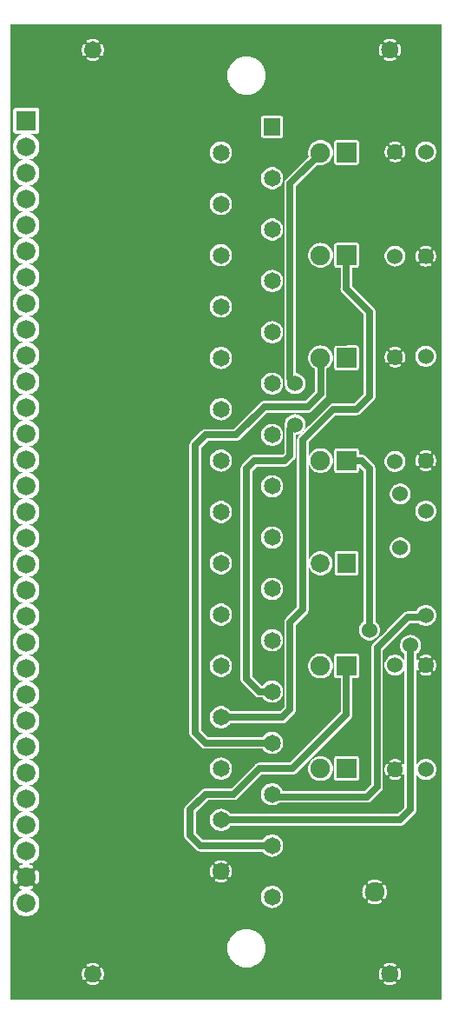
<source format=gtl>
G04 start of page 2 for group 0 idx 0 *
G04 Title: 01.002.01.01.01.pcb, top *
G04 Creator: pcb 4.2.1 *
G04 CreationDate: Mon Feb  3 12:11:33 2020 UTC *
G04 For: bert *
G04 Format: Gerber/RS-274X *
G04 PCB-Dimensions (mil): 2559.06 4330.71 *
G04 PCB-Coordinate-Origin: lower left *
%MOIN*%
%FSLAX25Y25*%
%LNGTL*%
%ADD21C,0.0420*%
%ADD20C,0.1260*%
%ADD19C,0.0460*%
%ADD18C,0.0400*%
%ADD17C,0.0350*%
%ADD16C,0.0720*%
%ADD15C,0.0650*%
%ADD14C,0.0750*%
%ADD13C,0.0600*%
%ADD12C,0.0250*%
%ADD11C,0.0001*%
G54D11*G36*
X152715Y304733D02*X155230Y302218D01*
Y271602D01*
X152715Y269087D01*
Y280719D01*
X152760Y280730D01*
X152905Y280790D01*
X153040Y280872D01*
X153159Y280975D01*
X153262Y281094D01*
X153344Y281228D01*
X153404Y281374D01*
X153441Y281527D01*
X153450Y281684D01*
X153441Y289341D01*
X153404Y289494D01*
X153344Y289639D01*
X153262Y289773D01*
X153159Y289893D01*
X153040Y289995D01*
X152905Y290078D01*
X152760Y290138D01*
X152715Y290149D01*
Y304733D01*
G37*
G36*
X169285Y164150D02*X169681Y164393D01*
X170160Y164801D01*
X170568Y165280D01*
X170897Y165817D01*
X170978Y166012D01*
Y129268D01*
X170837Y129557D01*
X170794Y129624D01*
X170741Y129682D01*
X170679Y129732D01*
X170611Y129772D01*
X170537Y129800D01*
X170459Y129816D01*
X170380Y129820D01*
X170301Y129812D01*
X170225Y129791D01*
X170153Y129759D01*
X170086Y129715D01*
X170028Y129662D01*
X169978Y129600D01*
X169939Y129532D01*
X169910Y129458D01*
X169894Y129380D01*
X169890Y129301D01*
X169899Y129223D01*
X169919Y129146D01*
X169953Y129075D01*
X170075Y128831D01*
X170172Y128577D01*
X170245Y128314D01*
X170295Y128046D01*
X170319Y127775D01*
Y127502D01*
X170295Y127231D01*
X170245Y126963D01*
X170172Y126701D01*
X170075Y126446D01*
X169956Y126201D01*
X169922Y126130D01*
X169902Y126054D01*
X169893Y125976D01*
X169897Y125897D01*
X169913Y125820D01*
X169941Y125747D01*
X169981Y125678D01*
X170030Y125617D01*
X170088Y125564D01*
X170154Y125521D01*
X170226Y125489D01*
X170302Y125469D01*
X170380Y125460D01*
X170459Y125464D01*
X170536Y125480D01*
X170609Y125508D01*
X170678Y125548D01*
X170739Y125597D01*
X170792Y125655D01*
X170833Y125722D01*
X170978Y126011D01*
Y113137D01*
X169285Y111444D01*
Y124152D01*
X169308Y124167D01*
X169366Y124220D01*
X169416Y124282D01*
X169455Y124350D01*
X169484Y124424D01*
X169500Y124502D01*
X169504Y124581D01*
X169495Y124660D01*
X169475Y124736D01*
X169442Y124808D01*
X169399Y124875D01*
X169346Y124933D01*
X169285Y124983D01*
Y130298D01*
X169344Y130346D01*
X169397Y130404D01*
X169440Y130470D01*
X169472Y130542D01*
X169492Y130618D01*
X169501Y130696D01*
X169497Y130775D01*
X169481Y130852D01*
X169453Y130926D01*
X169413Y130994D01*
X169364Y131055D01*
X169306Y131108D01*
X169285Y131121D01*
Y164150D01*
G37*
G36*
Y174489D02*X169412Y173957D01*
X169653Y173376D01*
X169982Y172839D01*
X170391Y172360D01*
X170870Y171951D01*
X170978Y171885D01*
Y169265D01*
X170897Y169460D01*
X170568Y169997D01*
X170160Y170476D01*
X169681Y170885D01*
X169285Y171127D01*
Y174489D01*
G37*
G36*
X182417Y413386D02*X185039D01*
Y39371D01*
X182417D01*
Y125342D01*
X182708Y125817D01*
X182949Y126399D01*
X183096Y127011D01*
X183133Y127639D01*
X183096Y128266D01*
X182949Y128878D01*
X182708Y129460D01*
X182417Y129935D01*
Y165507D01*
X182420Y165508D01*
X182489Y165548D01*
X182550Y165597D01*
X182603Y165655D01*
X182644Y165722D01*
X182808Y166047D01*
X182937Y166387D01*
X183035Y166737D01*
X183100Y167095D01*
X183133Y167457D01*
Y167820D01*
X183100Y168183D01*
X183035Y168540D01*
X182937Y168890D01*
X182808Y169230D01*
X182648Y169557D01*
X182605Y169624D01*
X182552Y169682D01*
X182490Y169732D01*
X182422Y169772D01*
X182417Y169773D01*
Y184397D01*
X182708Y184872D01*
X182949Y185454D01*
X183096Y186066D01*
X183133Y186694D01*
X183096Y187321D01*
X182949Y187934D01*
X182708Y188515D01*
X182417Y188990D01*
Y224397D01*
X182708Y224872D01*
X182949Y225454D01*
X183096Y226066D01*
X183133Y226694D01*
X183096Y227321D01*
X182949Y227934D01*
X182708Y228515D01*
X182417Y228990D01*
Y243932D01*
X182420Y243934D01*
X182489Y243973D01*
X182550Y244022D01*
X182603Y244081D01*
X182644Y244147D01*
X182808Y244472D01*
X182937Y244812D01*
X183035Y245162D01*
X183100Y245520D01*
X183133Y245882D01*
Y246246D01*
X183100Y246608D01*
X183035Y246965D01*
X182937Y247316D01*
X182808Y247656D01*
X182648Y247982D01*
X182605Y248049D01*
X182552Y248108D01*
X182490Y248157D01*
X182422Y248197D01*
X182417Y248198D01*
Y283767D01*
X182708Y284242D01*
X182949Y284824D01*
X183096Y285436D01*
X183133Y286064D01*
X183096Y286691D01*
X182949Y287304D01*
X182708Y287885D01*
X182417Y288361D01*
Y322358D01*
X182420Y322359D01*
X182489Y322398D01*
X182550Y322447D01*
X182603Y322506D01*
X182644Y322572D01*
X182808Y322897D01*
X182937Y323237D01*
X183035Y323587D01*
X183100Y323945D01*
X183133Y324307D01*
Y324671D01*
X183100Y325033D01*
X183035Y325391D01*
X182937Y325741D01*
X182808Y326081D01*
X182648Y326408D01*
X182605Y326474D01*
X182552Y326533D01*
X182490Y326583D01*
X182422Y326622D01*
X182417Y326624D01*
Y362192D01*
X182708Y362667D01*
X182949Y363249D01*
X183096Y363861D01*
X183133Y364489D01*
X183096Y365117D01*
X182949Y365729D01*
X182708Y366311D01*
X182417Y366786D01*
Y413386D01*
G37*
G36*
Y288361D02*X182380Y288422D01*
X181971Y288901D01*
X181492Y289310D01*
X180955Y289639D01*
X180373Y289880D01*
X179761Y290027D01*
X179135Y290076D01*
Y320489D01*
X179315D01*
X179677Y320522D01*
X180035Y320588D01*
X180385Y320686D01*
X180725Y320815D01*
X181052Y320974D01*
X181119Y321017D01*
X181177Y321070D01*
X181227Y321132D01*
X181266Y321201D01*
X181295Y321275D01*
X181311Y321352D01*
X181315Y321431D01*
X181306Y321510D01*
X181286Y321586D01*
X181253Y321659D01*
X181210Y321725D01*
X181157Y321784D01*
X181095Y321833D01*
X181027Y321873D01*
X180953Y321901D01*
X180875Y321917D01*
X180796Y321921D01*
X180717Y321913D01*
X180641Y321892D01*
X180569Y321858D01*
X180326Y321736D01*
X180071Y321639D01*
X179809Y321566D01*
X179541Y321517D01*
X179270Y321492D01*
X179135D01*
Y327486D01*
X179270D01*
X179541Y327461D01*
X179809Y327412D01*
X180071Y327339D01*
X180326Y327242D01*
X180571Y327122D01*
X180642Y327089D01*
X180718Y327068D01*
X180796Y327060D01*
X180875Y327064D01*
X180952Y327080D01*
X181025Y327108D01*
X181094Y327147D01*
X181155Y327196D01*
X181208Y327255D01*
X181251Y327321D01*
X181283Y327393D01*
X181303Y327469D01*
X181312Y327547D01*
X181308Y327625D01*
X181292Y327702D01*
X181264Y327776D01*
X181224Y327844D01*
X181175Y327905D01*
X181117Y327958D01*
X181050Y328000D01*
X180725Y328163D01*
X180385Y328292D01*
X180035Y328390D01*
X179677Y328456D01*
X179315Y328489D01*
X179135D01*
Y360477D01*
X179761Y360526D01*
X180373Y360673D01*
X180955Y360914D01*
X181492Y361243D01*
X181971Y361652D01*
X182380Y362131D01*
X182417Y362192D01*
Y326624D01*
X182348Y326650D01*
X182270Y326666D01*
X182191Y326670D01*
X182112Y326662D01*
X182036Y326641D01*
X181964Y326609D01*
X181897Y326566D01*
X181839Y326513D01*
X181789Y326451D01*
X181750Y326382D01*
X181721Y326308D01*
X181705Y326231D01*
X181701Y326152D01*
X181710Y326073D01*
X181730Y325996D01*
X181764Y325925D01*
X181886Y325682D01*
X181983Y325427D01*
X182056Y325165D01*
X182106Y324897D01*
X182130Y324625D01*
Y324353D01*
X182106Y324081D01*
X182056Y323813D01*
X181983Y323551D01*
X181886Y323296D01*
X181767Y323052D01*
X181733Y322980D01*
X181713Y322904D01*
X181704Y322826D01*
X181708Y322748D01*
X181724Y322671D01*
X181752Y322597D01*
X181792Y322529D01*
X181841Y322468D01*
X181899Y322415D01*
X181965Y322372D01*
X182037Y322340D01*
X182113Y322319D01*
X182191Y322311D01*
X182270Y322315D01*
X182347Y322331D01*
X182417Y322358D01*
Y288361D01*
G37*
G36*
Y228990D02*X182380Y229052D01*
X181971Y229531D01*
X181492Y229940D01*
X180955Y230269D01*
X180373Y230510D01*
X179761Y230657D01*
X179135Y230706D01*
Y242064D01*
X179315D01*
X179677Y242097D01*
X180035Y242162D01*
X180385Y242260D01*
X180725Y242390D01*
X181052Y242549D01*
X181119Y242592D01*
X181177Y242645D01*
X181227Y242707D01*
X181266Y242775D01*
X181295Y242849D01*
X181311Y242927D01*
X181315Y243006D01*
X181306Y243085D01*
X181286Y243161D01*
X181253Y243234D01*
X181210Y243300D01*
X181157Y243359D01*
X181095Y243408D01*
X181027Y243448D01*
X180953Y243476D01*
X180875Y243492D01*
X180796Y243496D01*
X180717Y243488D01*
X180641Y243467D01*
X180569Y243433D01*
X180326Y243311D01*
X180071Y243214D01*
X179809Y243141D01*
X179541Y243092D01*
X179270Y243067D01*
X179135D01*
Y249061D01*
X179270D01*
X179541Y249036D01*
X179809Y248987D01*
X180071Y248913D01*
X180326Y248817D01*
X180571Y248697D01*
X180642Y248663D01*
X180718Y248643D01*
X180796Y248635D01*
X180875Y248638D01*
X180952Y248655D01*
X181025Y248683D01*
X181094Y248722D01*
X181155Y248771D01*
X181208Y248830D01*
X181251Y248896D01*
X181283Y248967D01*
X181303Y249043D01*
X181312Y249122D01*
X181308Y249200D01*
X181292Y249277D01*
X181264Y249351D01*
X181224Y249419D01*
X181175Y249480D01*
X181117Y249533D01*
X181050Y249575D01*
X180725Y249738D01*
X180385Y249867D01*
X180035Y249965D01*
X179677Y250031D01*
X179315Y250064D01*
X179135D01*
Y282052D01*
X179761Y282101D01*
X180373Y282248D01*
X180955Y282489D01*
X181492Y282818D01*
X181971Y283227D01*
X182380Y283705D01*
X182417Y283767D01*
Y248198D01*
X182348Y248225D01*
X182270Y248241D01*
X182191Y248245D01*
X182112Y248237D01*
X182036Y248216D01*
X181964Y248184D01*
X181897Y248140D01*
X181839Y248087D01*
X181789Y248026D01*
X181750Y247957D01*
X181721Y247883D01*
X181705Y247806D01*
X181701Y247726D01*
X181710Y247648D01*
X181730Y247571D01*
X181764Y247500D01*
X181886Y247256D01*
X181983Y247002D01*
X182056Y246739D01*
X182106Y246471D01*
X182130Y246200D01*
Y245928D01*
X182106Y245656D01*
X182056Y245388D01*
X181983Y245126D01*
X181886Y244871D01*
X181767Y244626D01*
X181733Y244555D01*
X181713Y244479D01*
X181704Y244401D01*
X181708Y244322D01*
X181724Y244245D01*
X181752Y244172D01*
X181792Y244104D01*
X181841Y244042D01*
X181899Y243990D01*
X181965Y243947D01*
X182037Y243914D01*
X182113Y243894D01*
X182191Y243885D01*
X182270Y243889D01*
X182347Y243906D01*
X182417Y243932D01*
Y228990D01*
G37*
G36*
Y188990D02*X182380Y189052D01*
X181971Y189531D01*
X181492Y189940D01*
X180955Y190269D01*
X180373Y190510D01*
X179761Y190657D01*
X179135Y190706D01*
Y222681D01*
X179761Y222731D01*
X180373Y222878D01*
X180955Y223119D01*
X181492Y223448D01*
X181971Y223857D01*
X182380Y224335D01*
X182417Y224397D01*
Y188990D01*
G37*
G36*
Y129935D02*X182380Y129997D01*
X181971Y130476D01*
X181492Y130885D01*
X180955Y131214D01*
X180373Y131455D01*
X179761Y131602D01*
X179135Y131651D01*
Y163639D01*
X179315D01*
X179677Y163672D01*
X180035Y163737D01*
X180385Y163835D01*
X180725Y163964D01*
X181052Y164124D01*
X181119Y164167D01*
X181177Y164220D01*
X181227Y164282D01*
X181266Y164350D01*
X181295Y164424D01*
X181311Y164502D01*
X181315Y164581D01*
X181306Y164660D01*
X181286Y164736D01*
X181253Y164808D01*
X181210Y164875D01*
X181157Y164933D01*
X181095Y164983D01*
X181027Y165022D01*
X180953Y165051D01*
X180875Y165067D01*
X180796Y165071D01*
X180717Y165062D01*
X180641Y165042D01*
X180569Y165008D01*
X180326Y164886D01*
X180071Y164789D01*
X179809Y164716D01*
X179541Y164666D01*
X179270Y164642D01*
X179135D01*
Y170635D01*
X179270D01*
X179541Y170611D01*
X179809Y170562D01*
X180071Y170488D01*
X180326Y170391D01*
X180571Y170272D01*
X180642Y170238D01*
X180718Y170218D01*
X180796Y170209D01*
X180875Y170213D01*
X180952Y170229D01*
X181025Y170257D01*
X181094Y170297D01*
X181155Y170346D01*
X181208Y170404D01*
X181251Y170470D01*
X181283Y170542D01*
X181303Y170618D01*
X181312Y170696D01*
X181308Y170775D01*
X181292Y170852D01*
X181264Y170926D01*
X181224Y170994D01*
X181175Y171055D01*
X181117Y171108D01*
X181050Y171150D01*
X180725Y171313D01*
X180385Y171442D01*
X180035Y171540D01*
X179677Y171606D01*
X179315Y171639D01*
X179135D01*
Y182681D01*
X179761Y182731D01*
X180373Y182878D01*
X180955Y183119D01*
X181492Y183448D01*
X181971Y183857D01*
X182380Y184335D01*
X182417Y184397D01*
Y169773D01*
X182348Y169800D01*
X182270Y169816D01*
X182191Y169820D01*
X182112Y169812D01*
X182036Y169791D01*
X181964Y169759D01*
X181897Y169715D01*
X181839Y169662D01*
X181789Y169600D01*
X181750Y169532D01*
X181721Y169458D01*
X181705Y169380D01*
X181701Y169301D01*
X181710Y169223D01*
X181730Y169146D01*
X181764Y169075D01*
X181886Y168831D01*
X181983Y168577D01*
X182056Y168314D01*
X182106Y168046D01*
X182130Y167775D01*
Y167502D01*
X182106Y167231D01*
X182056Y166963D01*
X181983Y166701D01*
X181886Y166446D01*
X181767Y166201D01*
X181733Y166130D01*
X181713Y166054D01*
X181704Y165976D01*
X181708Y165897D01*
X181724Y165820D01*
X181752Y165747D01*
X181792Y165678D01*
X181841Y165617D01*
X181899Y165564D01*
X181965Y165521D01*
X182037Y165489D01*
X182113Y165469D01*
X182191Y165460D01*
X182270Y165464D01*
X182347Y165480D01*
X182417Y165507D01*
Y129935D01*
G37*
G36*
Y39371D02*X179135D01*
Y123626D01*
X179761Y123676D01*
X180373Y123823D01*
X180955Y124064D01*
X181492Y124393D01*
X181971Y124801D01*
X182380Y125280D01*
X182417Y125342D01*
Y39371D01*
G37*
G36*
X179135Y413386D02*X182417D01*
Y366786D01*
X182380Y366847D01*
X181971Y367326D01*
X181492Y367735D01*
X180955Y368064D01*
X180373Y368305D01*
X179761Y368452D01*
X179135Y368501D01*
Y413386D01*
G37*
G36*
Y131651D02*X179133Y131651D01*
X178506Y131602D01*
X177894Y131455D01*
X177312Y131214D01*
X176775Y130885D01*
X176296Y130476D01*
X175887Y129997D01*
X175558Y129460D01*
X175478Y129267D01*
Y166008D01*
X175619Y165720D01*
X175662Y165653D01*
X175715Y165595D01*
X175776Y165545D01*
X175845Y165506D01*
X175919Y165477D01*
X175997Y165461D01*
X176076Y165457D01*
X176154Y165466D01*
X176231Y165486D01*
X176303Y165519D01*
X176370Y165562D01*
X176428Y165615D01*
X176478Y165677D01*
X176517Y165745D01*
X176546Y165819D01*
X176562Y165897D01*
X176566Y165976D01*
X176557Y166055D01*
X176537Y166131D01*
X176503Y166203D01*
X176381Y166446D01*
X176284Y166701D01*
X176211Y166963D01*
X176161Y167231D01*
X176137Y167502D01*
Y167775D01*
X176161Y168046D01*
X176211Y168314D01*
X176284Y168577D01*
X176381Y168831D01*
X176500Y169076D01*
X176534Y169147D01*
X176554Y169223D01*
X176563Y169301D01*
X176559Y169380D01*
X176543Y169457D01*
X176515Y169530D01*
X176475Y169599D01*
X176426Y169660D01*
X176368Y169713D01*
X176302Y169756D01*
X176230Y169788D01*
X176154Y169809D01*
X176076Y169817D01*
X175997Y169813D01*
X175920Y169797D01*
X175847Y169769D01*
X175778Y169730D01*
X175717Y169680D01*
X175664Y169622D01*
X175623Y169555D01*
X175478Y169268D01*
Y171885D01*
X175587Y171951D01*
X176065Y172360D01*
X176474Y172839D01*
X176803Y173376D01*
X177044Y173957D01*
X177191Y174570D01*
X177228Y175197D01*
X177191Y175825D01*
X177044Y176437D01*
X176803Y177019D01*
X176474Y177556D01*
X176065Y178034D01*
X175587Y178443D01*
X175050Y178772D01*
X174468Y179013D01*
X173856Y179160D01*
X173228Y179210D01*
X172601Y179160D01*
X171988Y179013D01*
X171407Y178772D01*
X170870Y178443D01*
X170606Y178218D01*
Y181204D01*
X173176Y183774D01*
X176393D01*
X176775Y183448D01*
X177312Y183119D01*
X177894Y182878D01*
X178506Y182731D01*
X179133Y182681D01*
X179135Y182681D01*
Y171639D01*
X178952D01*
X178589Y171606D01*
X178232Y171540D01*
X177882Y171442D01*
X177542Y171313D01*
X177215Y171153D01*
X177148Y171110D01*
X177090Y171057D01*
X177040Y170996D01*
X177000Y170927D01*
X176972Y170853D01*
X176956Y170775D01*
X176952Y170696D01*
X176960Y170618D01*
X176981Y170541D01*
X177014Y170469D01*
X177057Y170403D01*
X177110Y170344D01*
X177172Y170294D01*
X177240Y170255D01*
X177314Y170226D01*
X177392Y170210D01*
X177471Y170206D01*
X177550Y170215D01*
X177626Y170235D01*
X177698Y170269D01*
X177941Y170391D01*
X178196Y170488D01*
X178458Y170562D01*
X178726Y170611D01*
X178997Y170635D01*
X179135D01*
Y164642D01*
X178997D01*
X178726Y164666D01*
X178458Y164716D01*
X178196Y164789D01*
X177941Y164886D01*
X177696Y165005D01*
X177625Y165039D01*
X177549Y165059D01*
X177471Y165068D01*
X177392Y165064D01*
X177315Y165048D01*
X177242Y165020D01*
X177173Y164980D01*
X177112Y164931D01*
X177059Y164873D01*
X177016Y164807D01*
X176984Y164735D01*
X176964Y164659D01*
X176955Y164581D01*
X176959Y164502D01*
X176975Y164425D01*
X177003Y164352D01*
X177042Y164283D01*
X177092Y164222D01*
X177150Y164169D01*
X177217Y164128D01*
X177542Y163964D01*
X177882Y163835D01*
X178232Y163737D01*
X178589Y163672D01*
X178952Y163639D01*
X179135D01*
Y131651D01*
G37*
G36*
Y39371D02*X170606D01*
Y106435D01*
X170618Y106442D01*
X170887Y106672D01*
X170945Y106739D01*
X174757Y110552D01*
X174824Y110609D01*
X175054Y110878D01*
X175054Y110879D01*
X175239Y111180D01*
X175375Y111508D01*
X175458Y111852D01*
X175485Y112205D01*
X175478Y112293D01*
Y126010D01*
X175558Y125817D01*
X175887Y125280D01*
X176296Y124801D01*
X176775Y124393D01*
X177312Y124064D01*
X177894Y123823D01*
X178506Y123676D01*
X179133Y123626D01*
X179135Y123626D01*
Y39371D01*
G37*
G36*
X175850Y224397D02*X175887Y224335D01*
X176296Y223857D01*
X176775Y223448D01*
X177312Y223119D01*
X177894Y222878D01*
X178506Y222731D01*
X179133Y222681D01*
X179135Y222681D01*
Y190706D01*
X179133Y190706D01*
X178506Y190657D01*
X177894Y190510D01*
X177312Y190269D01*
X176775Y189940D01*
X176296Y189531D01*
X175887Y189052D01*
X175850Y188990D01*
Y224397D01*
G37*
G36*
Y283767D02*X175887Y283705D01*
X176296Y283227D01*
X176775Y282818D01*
X177312Y282489D01*
X177894Y282248D01*
X178506Y282101D01*
X179133Y282051D01*
X179135Y282052D01*
Y250064D01*
X178952D01*
X178589Y250031D01*
X178232Y249965D01*
X177882Y249867D01*
X177542Y249738D01*
X177215Y249578D01*
X177148Y249536D01*
X177090Y249482D01*
X177040Y249421D01*
X177000Y249352D01*
X176972Y249278D01*
X176956Y249201D01*
X176952Y249122D01*
X176960Y249043D01*
X176981Y248966D01*
X177014Y248894D01*
X177057Y248828D01*
X177110Y248769D01*
X177172Y248719D01*
X177240Y248680D01*
X177314Y248652D01*
X177392Y248635D01*
X177471Y248631D01*
X177550Y248640D01*
X177626Y248661D01*
X177698Y248694D01*
X177941Y248817D01*
X178196Y248913D01*
X178458Y248987D01*
X178726Y249036D01*
X178997Y249061D01*
X179135D01*
Y243067D01*
X178997D01*
X178726Y243092D01*
X178458Y243141D01*
X178196Y243214D01*
X177941Y243311D01*
X177696Y243431D01*
X177625Y243464D01*
X177549Y243485D01*
X177471Y243493D01*
X177392Y243489D01*
X177315Y243473D01*
X177242Y243445D01*
X177173Y243406D01*
X177112Y243356D01*
X177059Y243298D01*
X177016Y243232D01*
X176984Y243160D01*
X176964Y243084D01*
X176955Y243006D01*
X176959Y242927D01*
X176975Y242850D01*
X177003Y242777D01*
X177042Y242709D01*
X177092Y242647D01*
X177150Y242595D01*
X177217Y242553D01*
X177542Y242390D01*
X177882Y242260D01*
X178232Y242162D01*
X178589Y242097D01*
X178952Y242064D01*
X179135D01*
Y230706D01*
X179133Y230706D01*
X178506Y230657D01*
X177894Y230510D01*
X177312Y230269D01*
X176775Y229940D01*
X176296Y229531D01*
X175887Y229052D01*
X175850Y228990D01*
Y243929D01*
X175919Y243903D01*
X175997Y243886D01*
X176076Y243882D01*
X176154Y243891D01*
X176231Y243911D01*
X176303Y243944D01*
X176370Y243987D01*
X176428Y244040D01*
X176478Y244102D01*
X176517Y244171D01*
X176546Y244245D01*
X176562Y244322D01*
X176566Y244401D01*
X176557Y244480D01*
X176537Y244556D01*
X176503Y244628D01*
X176381Y244871D01*
X176284Y245126D01*
X176211Y245388D01*
X176161Y245656D01*
X176137Y245928D01*
Y246200D01*
X176161Y246471D01*
X176211Y246739D01*
X176284Y247002D01*
X176381Y247256D01*
X176500Y247501D01*
X176534Y247572D01*
X176554Y247648D01*
X176563Y247727D01*
X176559Y247805D01*
X176543Y247882D01*
X176515Y247956D01*
X176475Y248024D01*
X176426Y248085D01*
X176368Y248138D01*
X176302Y248181D01*
X176230Y248213D01*
X176154Y248234D01*
X176076Y248242D01*
X175997Y248238D01*
X175920Y248222D01*
X175850Y248195D01*
Y283767D01*
G37*
G36*
Y362192D02*X175887Y362131D01*
X176296Y361652D01*
X176775Y361243D01*
X177312Y360914D01*
X177894Y360673D01*
X178506Y360526D01*
X179133Y360477D01*
X179135Y360477D01*
Y328489D01*
X178952D01*
X178589Y328456D01*
X178232Y328390D01*
X177882Y328292D01*
X177542Y328163D01*
X177215Y328004D01*
X177148Y327961D01*
X177090Y327908D01*
X177040Y327846D01*
X177000Y327777D01*
X176972Y327703D01*
X176956Y327626D01*
X176952Y327547D01*
X176960Y327468D01*
X176981Y327392D01*
X177014Y327319D01*
X177057Y327253D01*
X177110Y327194D01*
X177172Y327145D01*
X177240Y327105D01*
X177314Y327077D01*
X177392Y327061D01*
X177471Y327057D01*
X177550Y327065D01*
X177626Y327086D01*
X177698Y327119D01*
X177941Y327242D01*
X178196Y327339D01*
X178458Y327412D01*
X178726Y327461D01*
X178997Y327486D01*
X179135D01*
Y321492D01*
X178997D01*
X178726Y321517D01*
X178458Y321566D01*
X178196Y321639D01*
X177941Y321736D01*
X177696Y321856D01*
X177625Y321889D01*
X177549Y321910D01*
X177471Y321918D01*
X177392Y321914D01*
X177315Y321898D01*
X177242Y321870D01*
X177173Y321831D01*
X177112Y321781D01*
X177059Y321723D01*
X177016Y321657D01*
X176984Y321585D01*
X176964Y321509D01*
X176955Y321431D01*
X176959Y321353D01*
X176975Y321276D01*
X177003Y321202D01*
X177042Y321134D01*
X177092Y321072D01*
X177150Y321020D01*
X177217Y320978D01*
X177542Y320815D01*
X177882Y320686D01*
X178232Y320588D01*
X178589Y320522D01*
X178952Y320489D01*
X179135D01*
Y290076D01*
X179133Y290076D01*
X178506Y290027D01*
X177894Y289880D01*
X177312Y289639D01*
X176775Y289310D01*
X176296Y288901D01*
X175887Y288422D01*
X175850Y288361D01*
Y322354D01*
X175919Y322328D01*
X175997Y322311D01*
X176076Y322308D01*
X176154Y322316D01*
X176231Y322337D01*
X176303Y322369D01*
X176370Y322412D01*
X176428Y322465D01*
X176478Y322527D01*
X176517Y322596D01*
X176546Y322670D01*
X176562Y322747D01*
X176566Y322826D01*
X176557Y322905D01*
X176537Y322981D01*
X176503Y323053D01*
X176381Y323296D01*
X176284Y323551D01*
X176211Y323813D01*
X176161Y324081D01*
X176137Y324353D01*
Y324625D01*
X176161Y324897D01*
X176211Y325165D01*
X176284Y325427D01*
X176381Y325682D01*
X176500Y325926D01*
X176534Y325998D01*
X176554Y326073D01*
X176563Y326152D01*
X176559Y326230D01*
X176543Y326307D01*
X176515Y326381D01*
X176475Y326449D01*
X176426Y326510D01*
X176368Y326563D01*
X176302Y326606D01*
X176230Y326638D01*
X176154Y326659D01*
X176076Y326667D01*
X175997Y326663D01*
X175920Y326647D01*
X175850Y326620D01*
Y362192D01*
G37*
G36*
Y413386D02*X179135D01*
Y368501D01*
X179133Y368501D01*
X178506Y368452D01*
X177894Y368305D01*
X177312Y368064D01*
X176775Y367735D01*
X176296Y367326D01*
X175887Y366847D01*
X175850Y366786D01*
Y413386D01*
G37*
G36*
X170606D02*X175850D01*
Y366786D01*
X175558Y366311D01*
X175318Y365729D01*
X175171Y365117D01*
X175121Y364489D01*
X175171Y363861D01*
X175318Y363249D01*
X175558Y362667D01*
X175850Y362192D01*
Y326620D01*
X175847Y326619D01*
X175778Y326580D01*
X175717Y326531D01*
X175664Y326472D01*
X175623Y326406D01*
X175459Y326081D01*
X175330Y325741D01*
X175232Y325391D01*
X175166Y325033D01*
X175133Y324671D01*
Y324307D01*
X175166Y323945D01*
X175232Y323587D01*
X175330Y323237D01*
X175459Y322897D01*
X175619Y322570D01*
X175662Y322504D01*
X175715Y322445D01*
X175776Y322395D01*
X175845Y322356D01*
X175850Y322354D01*
Y288361D01*
X175558Y287885D01*
X175318Y287304D01*
X175171Y286691D01*
X175121Y286064D01*
X175171Y285436D01*
X175318Y284824D01*
X175558Y284242D01*
X175850Y283767D01*
Y248195D01*
X175847Y248194D01*
X175778Y248155D01*
X175717Y248105D01*
X175664Y248047D01*
X175623Y247980D01*
X175459Y247656D01*
X175330Y247316D01*
X175232Y246965D01*
X175166Y246608D01*
X175133Y246246D01*
Y245882D01*
X175166Y245520D01*
X175232Y245162D01*
X175330Y244812D01*
X175459Y244472D01*
X175619Y244145D01*
X175662Y244079D01*
X175715Y244020D01*
X175776Y243970D01*
X175845Y243931D01*
X175850Y243929D01*
Y228990D01*
X175558Y228515D01*
X175318Y227934D01*
X175171Y227321D01*
X175121Y226694D01*
X175171Y226066D01*
X175318Y225454D01*
X175558Y224872D01*
X175850Y224397D01*
Y188990D01*
X175558Y188515D01*
X175459Y188274D01*
X172332D01*
X172244Y188281D01*
X171891Y188253D01*
X171547Y188170D01*
X171219Y188035D01*
X170917Y187850D01*
X170917Y187850D01*
X170648Y187620D01*
X170606Y187571D01*
Y208814D01*
X171113Y209024D01*
X171649Y209353D01*
X172128Y209762D01*
X172537Y210241D01*
X172866Y210778D01*
X173107Y211359D01*
X173254Y211972D01*
X173291Y212599D01*
X173254Y213227D01*
X173107Y213839D01*
X172866Y214421D01*
X172537Y214958D01*
X172128Y215436D01*
X171649Y215845D01*
X171113Y216174D01*
X170606Y216384D01*
Y229484D01*
X171113Y229693D01*
X171649Y230022D01*
X172128Y230431D01*
X172537Y230910D01*
X172866Y231447D01*
X173107Y232029D01*
X173254Y232641D01*
X173291Y233269D01*
X173254Y233896D01*
X173107Y234508D01*
X172866Y235090D01*
X172537Y235627D01*
X172128Y236106D01*
X171649Y236515D01*
X171113Y236844D01*
X170606Y237053D01*
Y243452D01*
X170897Y243927D01*
X171138Y244509D01*
X171285Y245121D01*
X171322Y245749D01*
X171285Y246376D01*
X171138Y246989D01*
X170897Y247570D01*
X170606Y248046D01*
Y283617D01*
X170609Y283619D01*
X170678Y283658D01*
X170739Y283707D01*
X170792Y283766D01*
X170833Y283832D01*
X170997Y284157D01*
X171126Y284497D01*
X171224Y284847D01*
X171289Y285205D01*
X171322Y285567D01*
Y285931D01*
X171289Y286293D01*
X171224Y286650D01*
X171126Y287001D01*
X170997Y287341D01*
X170837Y287667D01*
X170794Y287734D01*
X170741Y287793D01*
X170679Y287842D01*
X170611Y287882D01*
X170606Y287884D01*
Y322192D01*
X170897Y322667D01*
X171138Y323249D01*
X171285Y323861D01*
X171322Y324489D01*
X171285Y325117D01*
X171138Y325729D01*
X170897Y326311D01*
X170606Y326786D01*
Y362358D01*
X170609Y362359D01*
X170678Y362398D01*
X170739Y362447D01*
X170792Y362506D01*
X170833Y362572D01*
X170997Y362897D01*
X171126Y363237D01*
X171224Y363587D01*
X171289Y363945D01*
X171322Y364307D01*
Y364671D01*
X171289Y365033D01*
X171224Y365391D01*
X171126Y365741D01*
X170997Y366081D01*
X170837Y366408D01*
X170794Y366474D01*
X170741Y366533D01*
X170679Y366583D01*
X170611Y366622D01*
X170606Y366624D01*
Y413386D01*
G37*
G36*
Y248046D02*X170568Y248107D01*
X170160Y248586D01*
X169681Y248995D01*
X169285Y249238D01*
Y282262D01*
X169308Y282277D01*
X169366Y282330D01*
X169416Y282392D01*
X169455Y282461D01*
X169484Y282535D01*
X169500Y282612D01*
X169504Y282691D01*
X169495Y282770D01*
X169475Y282846D01*
X169442Y282919D01*
X169399Y282985D01*
X169346Y283044D01*
X169285Y283093D01*
Y288409D01*
X169344Y288456D01*
X169397Y288515D01*
X169440Y288581D01*
X169472Y288652D01*
X169492Y288728D01*
X169501Y288807D01*
X169497Y288885D01*
X169481Y288962D01*
X169453Y289036D01*
X169413Y289104D01*
X169364Y289165D01*
X169306Y289218D01*
X169285Y289231D01*
Y321000D01*
X169681Y321243D01*
X170160Y321652D01*
X170568Y322131D01*
X170606Y322192D01*
Y287884D01*
X170537Y287910D01*
X170459Y287926D01*
X170380Y287930D01*
X170301Y287922D01*
X170225Y287901D01*
X170153Y287869D01*
X170086Y287826D01*
X170028Y287772D01*
X169978Y287711D01*
X169939Y287642D01*
X169910Y287568D01*
X169894Y287491D01*
X169890Y287411D01*
X169899Y287333D01*
X169919Y287256D01*
X169953Y287185D01*
X170075Y286941D01*
X170172Y286687D01*
X170245Y286424D01*
X170295Y286156D01*
X170319Y285885D01*
Y285613D01*
X170295Y285341D01*
X170245Y285073D01*
X170172Y284811D01*
X170075Y284556D01*
X169956Y284311D01*
X169922Y284240D01*
X169902Y284164D01*
X169893Y284086D01*
X169897Y284007D01*
X169913Y283930D01*
X169941Y283857D01*
X169981Y283789D01*
X170030Y283727D01*
X170088Y283675D01*
X170154Y283632D01*
X170226Y283599D01*
X170302Y283579D01*
X170380Y283570D01*
X170459Y283574D01*
X170536Y283591D01*
X170606Y283617D01*
Y248046D01*
G37*
G36*
Y237053D02*X170531Y237084D01*
X169919Y237231D01*
X169291Y237281D01*
X169285Y237280D01*
Y242260D01*
X169681Y242503D01*
X170160Y242912D01*
X170568Y243390D01*
X170606Y243452D01*
Y237053D01*
G37*
G36*
Y216384D02*X170531Y216415D01*
X169919Y216562D01*
X169291Y216612D01*
X169285Y216611D01*
Y229257D01*
X169291Y229256D01*
X169919Y229306D01*
X170531Y229453D01*
X170606Y229484D01*
Y216384D01*
G37*
G36*
Y187571D02*X170591Y187553D01*
X169285Y186247D01*
Y208587D01*
X169291Y208587D01*
X169919Y208636D01*
X170531Y208783D01*
X170606Y208814D01*
Y187571D01*
G37*
G36*
Y178218D02*X170391Y178034D01*
X169982Y177556D01*
X169653Y177019D01*
X169412Y176437D01*
X169285Y175906D01*
Y179883D01*
X170606Y181204D01*
Y178218D01*
G37*
G36*
Y39371D02*X169285D01*
Y47595D01*
X169379Y47834D01*
X169491Y48219D01*
X169567Y48613D01*
X169604Y49012D01*
Y49414D01*
X169567Y49813D01*
X169491Y50207D01*
X169379Y50592D01*
X169285Y50831D01*
Y106012D01*
X169291Y106011D01*
X169644Y106039D01*
X169644Y106039D01*
X169989Y106122D01*
X170316Y106257D01*
X170606Y106435D01*
Y39371D01*
G37*
G36*
X169285Y413386D02*X170606D01*
Y366624D01*
X170537Y366650D01*
X170459Y366666D01*
X170380Y366670D01*
X170301Y366662D01*
X170225Y366641D01*
X170153Y366609D01*
X170086Y366566D01*
X170028Y366513D01*
X169978Y366451D01*
X169939Y366382D01*
X169910Y366308D01*
X169894Y366231D01*
X169890Y366152D01*
X169899Y366073D01*
X169919Y365996D01*
X169953Y365925D01*
X170075Y365682D01*
X170172Y365427D01*
X170245Y365165D01*
X170295Y364897D01*
X170319Y364625D01*
Y364353D01*
X170295Y364081D01*
X170245Y363813D01*
X170172Y363551D01*
X170075Y363296D01*
X169956Y363052D01*
X169922Y362980D01*
X169902Y362904D01*
X169893Y362826D01*
X169897Y362748D01*
X169913Y362671D01*
X169941Y362597D01*
X169981Y362529D01*
X170030Y362468D01*
X170088Y362415D01*
X170154Y362372D01*
X170226Y362340D01*
X170302Y362319D01*
X170380Y362311D01*
X170459Y362315D01*
X170536Y362331D01*
X170606Y362358D01*
Y326786D01*
X170568Y326847D01*
X170160Y327326D01*
X169681Y327735D01*
X169285Y327978D01*
Y361003D01*
X169308Y361017D01*
X169366Y361070D01*
X169416Y361132D01*
X169455Y361201D01*
X169484Y361275D01*
X169500Y361352D01*
X169504Y361431D01*
X169495Y361510D01*
X169475Y361586D01*
X169442Y361659D01*
X169399Y361725D01*
X169346Y361784D01*
X169285Y361833D01*
Y367149D01*
X169344Y367196D01*
X169397Y367255D01*
X169440Y367321D01*
X169472Y367393D01*
X169492Y367469D01*
X169501Y367547D01*
X169497Y367625D01*
X169481Y367702D01*
X169453Y367776D01*
X169413Y367844D01*
X169364Y367905D01*
X169306Y367958D01*
X169285Y367971D01*
Y401926D01*
X169379Y402165D01*
X169491Y402550D01*
X169567Y402944D01*
X169604Y403343D01*
Y403744D01*
X169567Y404144D01*
X169491Y404538D01*
X169379Y404923D01*
X169285Y405161D01*
Y413386D01*
G37*
G36*
X164039Y165342D02*X164076Y165280D01*
X164485Y164801D01*
X164964Y164393D01*
X165501Y164064D01*
X166083Y163823D01*
X166695Y163676D01*
X167322Y163626D01*
X167950Y163676D01*
X168562Y163823D01*
X169144Y164064D01*
X169285Y164150D01*
Y131121D01*
X169239Y131150D01*
X168914Y131313D01*
X168574Y131442D01*
X168224Y131540D01*
X167866Y131606D01*
X167504Y131639D01*
X167141D01*
X166778Y131606D01*
X166421Y131540D01*
X166071Y131442D01*
X165731Y131313D01*
X165404Y131153D01*
X165337Y131110D01*
X165279Y131057D01*
X165229Y130996D01*
X165189Y130927D01*
X165161Y130853D01*
X165145Y130775D01*
X165141Y130696D01*
X165149Y130618D01*
X165170Y130541D01*
X165202Y130469D01*
X165246Y130403D01*
X165299Y130344D01*
X165361Y130294D01*
X165429Y130255D01*
X165503Y130226D01*
X165581Y130210D01*
X165660Y130206D01*
X165739Y130215D01*
X165815Y130235D01*
X165886Y130269D01*
X166130Y130391D01*
X166384Y130488D01*
X166647Y130562D01*
X166915Y130611D01*
X167186Y130635D01*
X167459D01*
X167730Y130611D01*
X167998Y130562D01*
X168260Y130488D01*
X168515Y130391D01*
X168760Y130272D01*
X168831Y130238D01*
X168907Y130218D01*
X168985Y130209D01*
X169064Y130213D01*
X169141Y130229D01*
X169214Y130257D01*
X169283Y130297D01*
X169285Y130298D01*
Y124983D01*
X169284Y124983D01*
X169216Y125022D01*
X169142Y125051D01*
X169064Y125067D01*
X168985Y125071D01*
X168906Y125062D01*
X168830Y125042D01*
X168758Y125008D01*
X168515Y124886D01*
X168260Y124789D01*
X167998Y124716D01*
X167730Y124666D01*
X167459Y124642D01*
X167186D01*
X166915Y124666D01*
X166647Y124716D01*
X166384Y124789D01*
X166130Y124886D01*
X165885Y125005D01*
X165814Y125039D01*
X165738Y125059D01*
X165660Y125068D01*
X165581Y125064D01*
X165504Y125048D01*
X165431Y125020D01*
X165362Y124980D01*
X165301Y124931D01*
X165248Y124873D01*
X165205Y124807D01*
X165173Y124735D01*
X165152Y124659D01*
X165144Y124581D01*
X165148Y124502D01*
X165164Y124425D01*
X165192Y124352D01*
X165231Y124283D01*
X165281Y124222D01*
X165339Y124169D01*
X165406Y124128D01*
X165731Y123964D01*
X166071Y123835D01*
X166421Y123737D01*
X166778Y123672D01*
X167141Y123639D01*
X167504D01*
X167866Y123672D01*
X168224Y123737D01*
X168574Y123835D01*
X168914Y123964D01*
X169241Y124124D01*
X169285Y124152D01*
Y111444D01*
X168359Y110518D01*
X164039D01*
Y125504D01*
X164108Y125477D01*
X164186Y125461D01*
X164265Y125457D01*
X164343Y125466D01*
X164420Y125486D01*
X164492Y125519D01*
X164558Y125562D01*
X164617Y125615D01*
X164667Y125677D01*
X164706Y125745D01*
X164735Y125819D01*
X164751Y125897D01*
X164755Y125976D01*
X164746Y126055D01*
X164726Y126131D01*
X164692Y126203D01*
X164570Y126446D01*
X164473Y126701D01*
X164399Y126963D01*
X164350Y127231D01*
X164326Y127502D01*
Y127775D01*
X164350Y128046D01*
X164399Y128314D01*
X164473Y128577D01*
X164570Y128831D01*
X164689Y129076D01*
X164723Y129147D01*
X164743Y129223D01*
X164752Y129301D01*
X164748Y129380D01*
X164732Y129457D01*
X164704Y129530D01*
X164664Y129599D01*
X164615Y129660D01*
X164557Y129713D01*
X164491Y129756D01*
X164419Y129788D01*
X164343Y129809D01*
X164265Y129817D01*
X164186Y129813D01*
X164109Y129797D01*
X164039Y129770D01*
Y165342D01*
G37*
G36*
X169285Y175906D02*X169265Y175825D01*
X169216Y175197D01*
X169265Y174570D01*
X169285Y174489D01*
Y171127D01*
X169144Y171214D01*
X168562Y171455D01*
X167950Y171602D01*
X167322Y171651D01*
X166695Y171602D01*
X166083Y171455D01*
X165501Y171214D01*
X164964Y170885D01*
X164485Y170476D01*
X164076Y169997D01*
X164039Y169935D01*
Y174637D01*
X169285Y179883D01*
Y175906D01*
G37*
G36*
X164039Y169935D02*X163747Y169460D01*
X163506Y168878D01*
X163360Y168266D01*
X163310Y167639D01*
X163360Y167011D01*
X163506Y166399D01*
X163747Y165817D01*
X164039Y165342D01*
Y129770D01*
X164035Y129769D01*
X163967Y129730D01*
X163906Y129680D01*
X163853Y129622D01*
X163812Y129555D01*
X163648Y129230D01*
X163519Y128890D01*
X163421Y128540D01*
X163355Y128183D01*
X163322Y127820D01*
Y127457D01*
X163355Y127095D01*
X163421Y126737D01*
X163519Y126387D01*
X163648Y126047D01*
X163808Y125720D01*
X163851Y125653D01*
X163904Y125595D01*
X163965Y125545D01*
X164034Y125506D01*
X164039Y125504D01*
Y110518D01*
X152715D01*
Y114876D01*
X156408D01*
X156496Y114869D01*
X156849Y114897D01*
X156849Y114897D01*
X157193Y114980D01*
X157521Y115115D01*
X157823Y115300D01*
X158092Y115530D01*
X158149Y115598D01*
X161962Y119410D01*
X162029Y119467D01*
X162259Y119737D01*
X162259Y119737D01*
X162444Y120039D01*
X162580Y120366D01*
X162662Y120710D01*
X162690Y121063D01*
X162683Y121152D01*
Y173281D01*
X164039Y174637D01*
Y169935D01*
G37*
G36*
X169285Y39371D02*X165356D01*
Y44963D01*
X165555D01*
X165954Y45001D01*
X166348Y45076D01*
X166733Y45188D01*
X167106Y45336D01*
X167464Y45518D01*
X167529Y45562D01*
X167587Y45616D01*
X167636Y45679D01*
X167674Y45749D01*
X167701Y45823D01*
X167716Y45901D01*
X167718Y45980D01*
X167708Y46059D01*
X167686Y46135D01*
X167652Y46207D01*
X167608Y46272D01*
X167553Y46330D01*
X167491Y46379D01*
X167421Y46417D01*
X167347Y46444D01*
X167269Y46458D01*
X167190Y46461D01*
X167111Y46451D01*
X167035Y46429D01*
X166964Y46394D01*
X166693Y46251D01*
X166408Y46138D01*
X166114Y46053D01*
X165813Y45995D01*
X165508Y45967D01*
X165356D01*
Y52459D01*
X165508D01*
X165813Y52431D01*
X166114Y52373D01*
X166408Y52288D01*
X166693Y52175D01*
X166966Y52035D01*
X167036Y52001D01*
X167112Y51979D01*
X167190Y51969D01*
X167268Y51971D01*
X167346Y51986D01*
X167420Y52012D01*
X167489Y52050D01*
X167551Y52099D01*
X167605Y52156D01*
X167649Y52221D01*
X167683Y52292D01*
X167705Y52368D01*
X167714Y52446D01*
X167712Y52525D01*
X167697Y52602D01*
X167671Y52676D01*
X167633Y52745D01*
X167585Y52807D01*
X167527Y52861D01*
X167461Y52904D01*
X167106Y53090D01*
X166733Y53238D01*
X166348Y53350D01*
X165954Y53425D01*
X165555Y53463D01*
X165356D01*
Y106018D01*
X169203D01*
X169285Y106012D01*
Y50831D01*
X169232Y50965D01*
X169049Y51322D01*
X169005Y51388D01*
X168951Y51446D01*
X168888Y51494D01*
X168819Y51533D01*
X168744Y51559D01*
X168666Y51574D01*
X168587Y51577D01*
X168508Y51567D01*
X168432Y51545D01*
X168361Y51511D01*
X168295Y51466D01*
X168237Y51412D01*
X168189Y51349D01*
X168151Y51280D01*
X168124Y51205D01*
X168109Y51127D01*
X168106Y51048D01*
X168116Y50970D01*
X168139Y50893D01*
X168174Y50822D01*
X168316Y50551D01*
X168429Y50266D01*
X168514Y49972D01*
X168572Y49671D01*
X168601Y49366D01*
Y49060D01*
X168572Y48755D01*
X168514Y48454D01*
X168429Y48160D01*
X168316Y47875D01*
X168177Y47602D01*
X168142Y47531D01*
X168120Y47456D01*
X168110Y47378D01*
X168112Y47299D01*
X168127Y47222D01*
X168154Y47148D01*
X168192Y47079D01*
X168240Y47016D01*
X168297Y46963D01*
X168362Y46918D01*
X168434Y46885D01*
X168509Y46863D01*
X168587Y46853D01*
X168666Y46855D01*
X168743Y46870D01*
X168817Y46897D01*
X168886Y46935D01*
X168948Y46983D01*
X169002Y47040D01*
X169045Y47106D01*
X169232Y47461D01*
X169285Y47595D01*
Y39371D01*
G37*
G36*
X163385Y51978D02*X163440Y51968D01*
X163519Y51965D01*
X163598Y51975D01*
X163674Y51997D01*
X163745Y52032D01*
X164016Y52175D01*
X164301Y52288D01*
X164595Y52373D01*
X164896Y52431D01*
X165201Y52459D01*
X165356D01*
Y45967D01*
X165201D01*
X164896Y45995D01*
X164595Y46053D01*
X164301Y46138D01*
X164016Y46251D01*
X163743Y46391D01*
X163673Y46425D01*
X163597Y46447D01*
X163519Y46457D01*
X163440Y46455D01*
X163385Y46444D01*
Y51978D01*
G37*
G36*
Y106018D02*X165356D01*
Y53463D01*
X165154D01*
X164754Y53425D01*
X164360Y53350D01*
X163975Y53238D01*
X163602Y53090D01*
X163385Y52980D01*
Y78098D01*
X163397Y78106D01*
X163453Y78162D01*
X163498Y78226D01*
X163712Y78605D01*
X163887Y79004D01*
X164025Y79418D01*
X164124Y79842D01*
X164183Y80274D01*
X164203Y80709D01*
X164183Y81145D01*
X164124Y81576D01*
X164025Y82001D01*
X163887Y82414D01*
X163712Y82814D01*
X163502Y83195D01*
X163456Y83260D01*
X163400Y83316D01*
X163385Y83326D01*
Y106018D01*
G37*
G36*
X165356Y39371D02*X163385D01*
Y45450D01*
X163602Y45336D01*
X163975Y45188D01*
X164360Y45076D01*
X164754Y45001D01*
X165154Y44963D01*
X165356D01*
Y39371D01*
G37*
G36*
X163385D02*X161853D01*
Y46913D01*
X161890Y46893D01*
X161965Y46867D01*
X162042Y46852D01*
X162122Y46849D01*
X162200Y46859D01*
X162276Y46881D01*
X162348Y46915D01*
X162414Y46960D01*
X162471Y47014D01*
X162520Y47077D01*
X162558Y47146D01*
X162585Y47221D01*
X162600Y47299D01*
X162602Y47378D01*
X162592Y47456D01*
X162570Y47533D01*
X162535Y47604D01*
X162393Y47875D01*
X162280Y48160D01*
X162194Y48454D01*
X162137Y48755D01*
X162108Y49060D01*
Y49366D01*
X162137Y49671D01*
X162194Y49972D01*
X162280Y50266D01*
X162393Y50551D01*
X162532Y50824D01*
X162567Y50895D01*
X162589Y50970D01*
X162599Y51048D01*
X162596Y51127D01*
X162581Y51204D01*
X162555Y51278D01*
X162517Y51347D01*
X162469Y51410D01*
X162411Y51463D01*
X162346Y51508D01*
X162275Y51541D01*
X162200Y51563D01*
X162121Y51573D01*
X162043Y51571D01*
X161965Y51556D01*
X161891Y51529D01*
X161853Y51508D01*
Y76611D01*
X161934Y76656D01*
X161999Y76702D01*
X162055Y76758D01*
X162101Y76822D01*
X162137Y76893D01*
X162162Y76969D01*
X162174Y77047D01*
X162174Y77126D01*
X162162Y77205D01*
X162137Y77280D01*
X162101Y77351D01*
X162054Y77415D01*
X161998Y77471D01*
X161934Y77518D01*
X161864Y77554D01*
X161853Y77557D01*
Y83866D01*
X161862Y83869D01*
X161932Y83905D01*
X161996Y83951D01*
X162051Y84007D01*
X162098Y84070D01*
X162134Y84140D01*
X162158Y84215D01*
X162170Y84293D01*
X162170Y84372D01*
X162158Y84449D01*
X162134Y84524D01*
X162098Y84594D01*
X162052Y84658D01*
X161996Y84714D01*
X161932Y84759D01*
X161853Y84803D01*
Y106018D01*
X163385D01*
Y83326D01*
X163335Y83362D01*
X163265Y83398D01*
X163189Y83423D01*
X163111Y83435D01*
X163032Y83435D01*
X162953Y83423D01*
X162878Y83398D01*
X162807Y83362D01*
X162743Y83316D01*
X162687Y83259D01*
X162640Y83195D01*
X162604Y83125D01*
X162580Y83049D01*
X162567Y82971D01*
X162567Y82891D01*
X162580Y82813D01*
X162604Y82738D01*
X162642Y82668D01*
X162811Y82369D01*
X162949Y82054D01*
X163057Y81728D01*
X163136Y81393D01*
X163183Y81053D01*
X163198Y80709D01*
X163183Y80366D01*
X163136Y80026D01*
X163057Y79691D01*
X162949Y79365D01*
X162811Y79050D01*
X162645Y78749D01*
X162608Y78680D01*
X162584Y78605D01*
X162571Y78527D01*
X162571Y78448D01*
X162584Y78371D01*
X162608Y78296D01*
X162644Y78226D01*
X162690Y78162D01*
X162746Y78106D01*
X162809Y78060D01*
X162879Y78024D01*
X162954Y78000D01*
X163032Y77988D01*
X163111Y77988D01*
X163188Y78000D01*
X163263Y78024D01*
X163333Y78060D01*
X163385Y78098D01*
Y52980D01*
X163245Y52908D01*
X163179Y52864D01*
X163121Y52810D01*
X163073Y52747D01*
X163035Y52677D01*
X163008Y52603D01*
X162993Y52525D01*
X162991Y52446D01*
X163001Y52367D01*
X163023Y52291D01*
X163056Y52219D01*
X163101Y52154D01*
X163155Y52096D01*
X163218Y52047D01*
X163287Y52009D01*
X163362Y51982D01*
X163385Y51978D01*
Y46444D01*
X163363Y46440D01*
X163289Y46413D01*
X163220Y46376D01*
X163158Y46327D01*
X163104Y46270D01*
X163060Y46205D01*
X163026Y46134D01*
X163004Y46058D01*
X162994Y45980D01*
X162997Y45901D01*
X163011Y45824D01*
X163038Y45750D01*
X163076Y45681D01*
X163124Y45619D01*
X163181Y45565D01*
X163247Y45522D01*
X163385Y45450D01*
Y39371D01*
G37*
G36*
X161853D02*X155511D01*
Y78093D01*
X155561Y78057D01*
X155632Y78021D01*
X155708Y77996D01*
X155786Y77984D01*
X155865Y77984D01*
X155944Y77996D01*
X156019Y78021D01*
X156090Y78057D01*
X156154Y78103D01*
X156210Y78159D01*
X156257Y78224D01*
X156293Y78294D01*
X156317Y78370D01*
X156329Y78448D01*
X156329Y78527D01*
X156317Y78606D01*
X156292Y78681D01*
X156255Y78751D01*
X156086Y79050D01*
X155948Y79365D01*
X155839Y79691D01*
X155761Y80026D01*
X155714Y80366D01*
X155698Y80709D01*
X155714Y81053D01*
X155761Y81393D01*
X155839Y81728D01*
X155948Y82054D01*
X156086Y82369D01*
X156252Y82670D01*
X156289Y82739D01*
X156313Y82814D01*
X156325Y82892D01*
X156325Y82970D01*
X156313Y83048D01*
X156289Y83123D01*
X156253Y83193D01*
X156207Y83257D01*
X156151Y83313D01*
X156088Y83359D01*
X156018Y83395D01*
X155943Y83419D01*
X155865Y83431D01*
X155786Y83431D01*
X155708Y83419D01*
X155634Y83395D01*
X155564Y83359D01*
X155511Y83321D01*
Y106018D01*
X161853D01*
Y84803D01*
X161553Y84974D01*
X161153Y85148D01*
X160740Y85286D01*
X160315Y85385D01*
X159884Y85444D01*
X159448Y85464D01*
X159013Y85444D01*
X158581Y85385D01*
X158157Y85286D01*
X157743Y85148D01*
X157344Y84974D01*
X156963Y84763D01*
X156898Y84717D01*
X156842Y84661D01*
X156796Y84596D01*
X156760Y84526D01*
X156735Y84450D01*
X156723Y84372D01*
X156723Y84293D01*
X156735Y84214D01*
X156760Y84139D01*
X156796Y84068D01*
X156842Y84004D01*
X156898Y83948D01*
X156963Y83901D01*
X157033Y83865D01*
X157109Y83841D01*
X157187Y83828D01*
X157266Y83829D01*
X157345Y83841D01*
X157420Y83865D01*
X157490Y83903D01*
X157789Y84072D01*
X158104Y84210D01*
X158430Y84318D01*
X158765Y84397D01*
X159105Y84444D01*
X159448Y84459D01*
X159792Y84444D01*
X160132Y84397D01*
X160467Y84318D01*
X160793Y84210D01*
X161108Y84072D01*
X161409Y83906D01*
X161478Y83869D01*
X161553Y83845D01*
X161631Y83832D01*
X161709Y83832D01*
X161787Y83845D01*
X161853Y83866D01*
Y77557D01*
X161788Y77578D01*
X161710Y77590D01*
X161630Y77590D01*
X161552Y77578D01*
X161477Y77553D01*
X161407Y77516D01*
X161108Y77347D01*
X160793Y77209D01*
X160467Y77100D01*
X160132Y77022D01*
X159792Y76975D01*
X159448Y76959D01*
X159105Y76975D01*
X158765Y77022D01*
X158430Y77100D01*
X158104Y77209D01*
X157789Y77347D01*
X157488Y77513D01*
X157419Y77550D01*
X157344Y77574D01*
X157266Y77586D01*
X157187Y77586D01*
X157110Y77574D01*
X157035Y77550D01*
X156965Y77514D01*
X156901Y77468D01*
X156845Y77412D01*
X156799Y77349D01*
X156763Y77279D01*
X156739Y77204D01*
X156727Y77126D01*
X156727Y77047D01*
X156739Y76970D01*
X156763Y76895D01*
X156799Y76825D01*
X156845Y76761D01*
X156901Y76705D01*
X156965Y76660D01*
X157344Y76445D01*
X157743Y76271D01*
X158157Y76133D01*
X158581Y76034D01*
X159013Y75974D01*
X159448Y75954D01*
X159884Y75974D01*
X160315Y76034D01*
X160740Y76133D01*
X161153Y76271D01*
X161553Y76445D01*
X161853Y76611D01*
Y51508D01*
X161822Y51491D01*
X161760Y51443D01*
X161706Y51386D01*
X161663Y51320D01*
X161477Y50965D01*
X161329Y50592D01*
X161217Y50207D01*
X161142Y49813D01*
X161104Y49414D01*
Y49012D01*
X161142Y48613D01*
X161217Y48219D01*
X161329Y47834D01*
X161477Y47461D01*
X161659Y47104D01*
X161704Y47038D01*
X161758Y46980D01*
X161820Y46932D01*
X161853Y46913D01*
Y39371D01*
G37*
G36*
X155511D02*X152715D01*
Y106018D01*
X155511D01*
Y83321D01*
X155500Y83313D01*
X155444Y83257D01*
X155399Y83193D01*
X155184Y82814D01*
X155010Y82414D01*
X154872Y82001D01*
X154773Y81576D01*
X154713Y81145D01*
X154693Y80709D01*
X154713Y80274D01*
X154773Y79842D01*
X154872Y79418D01*
X155010Y79004D01*
X155184Y78605D01*
X155395Y78224D01*
X155441Y78159D01*
X155497Y78103D01*
X155511Y78093D01*
Y39371D01*
G37*
G36*
X164039Y243452D02*X164076Y243390D01*
X164485Y242912D01*
X164964Y242503D01*
X165501Y242174D01*
X166083Y241933D01*
X166695Y241786D01*
X167322Y241736D01*
X167950Y241786D01*
X168562Y241933D01*
X169144Y242174D01*
X169285Y242260D01*
Y237280D01*
X168663Y237231D01*
X168051Y237084D01*
X167469Y236844D01*
X166933Y236515D01*
X166454Y236106D01*
X166045Y235627D01*
X165716Y235090D01*
X165475Y234508D01*
X165328Y233896D01*
X165279Y233269D01*
X165328Y232641D01*
X165475Y232029D01*
X165716Y231447D01*
X166045Y230910D01*
X166454Y230431D01*
X166933Y230022D01*
X167469Y229693D01*
X168051Y229453D01*
X168663Y229306D01*
X169285Y229257D01*
Y216611D01*
X168663Y216562D01*
X168051Y216415D01*
X167469Y216174D01*
X166933Y215845D01*
X166454Y215436D01*
X166045Y214958D01*
X165716Y214421D01*
X165475Y213839D01*
X165328Y213227D01*
X165279Y212599D01*
X165328Y211972D01*
X165475Y211359D01*
X165716Y210778D01*
X166045Y210241D01*
X166454Y209762D01*
X166933Y209353D01*
X167469Y209024D01*
X168051Y208783D01*
X168663Y208636D01*
X169285Y208587D01*
Y186247D01*
X164039Y181001D01*
Y243452D01*
G37*
G36*
Y322192D02*X164076Y322131D01*
X164485Y321652D01*
X164964Y321243D01*
X165501Y320914D01*
X166083Y320673D01*
X166695Y320526D01*
X167322Y320477D01*
X167950Y320526D01*
X168562Y320673D01*
X169144Y320914D01*
X169285Y321000D01*
Y289231D01*
X169239Y289260D01*
X168914Y289423D01*
X168574Y289552D01*
X168224Y289650D01*
X167866Y289716D01*
X167504Y289749D01*
X167141D01*
X166778Y289716D01*
X166421Y289650D01*
X166071Y289552D01*
X165731Y289423D01*
X165404Y289263D01*
X165337Y289221D01*
X165279Y289167D01*
X165229Y289106D01*
X165189Y289037D01*
X165161Y288963D01*
X165145Y288886D01*
X165141Y288807D01*
X165149Y288728D01*
X165170Y288651D01*
X165202Y288579D01*
X165246Y288513D01*
X165299Y288454D01*
X165361Y288404D01*
X165429Y288365D01*
X165503Y288337D01*
X165581Y288320D01*
X165660Y288316D01*
X165739Y288325D01*
X165815Y288346D01*
X165886Y288379D01*
X166130Y288502D01*
X166384Y288598D01*
X166647Y288672D01*
X166915Y288721D01*
X167186Y288746D01*
X167459D01*
X167730Y288721D01*
X167998Y288672D01*
X168260Y288598D01*
X168515Y288502D01*
X168760Y288382D01*
X168831Y288348D01*
X168907Y288328D01*
X168985Y288320D01*
X169064Y288323D01*
X169141Y288340D01*
X169214Y288368D01*
X169283Y288407D01*
X169285Y288409D01*
Y283093D01*
X169284Y283093D01*
X169216Y283133D01*
X169142Y283161D01*
X169064Y283177D01*
X168985Y283181D01*
X168906Y283173D01*
X168830Y283152D01*
X168758Y283118D01*
X168515Y282996D01*
X168260Y282899D01*
X167998Y282826D01*
X167730Y282777D01*
X167459Y282752D01*
X167186D01*
X166915Y282777D01*
X166647Y282826D01*
X166384Y282899D01*
X166130Y282996D01*
X165885Y283116D01*
X165814Y283149D01*
X165738Y283170D01*
X165660Y283178D01*
X165581Y283174D01*
X165504Y283158D01*
X165431Y283130D01*
X165362Y283091D01*
X165301Y283041D01*
X165248Y282983D01*
X165205Y282917D01*
X165173Y282845D01*
X165152Y282769D01*
X165144Y282691D01*
X165148Y282612D01*
X165164Y282535D01*
X165192Y282462D01*
X165231Y282394D01*
X165281Y282332D01*
X165339Y282280D01*
X165406Y282238D01*
X165731Y282075D01*
X166071Y281945D01*
X166421Y281848D01*
X166778Y281782D01*
X167141Y281749D01*
X167504D01*
X167866Y281782D01*
X168224Y281848D01*
X168574Y281945D01*
X168914Y282075D01*
X169241Y282234D01*
X169285Y282262D01*
Y249238D01*
X169144Y249324D01*
X168562Y249565D01*
X167950Y249712D01*
X167322Y249761D01*
X166695Y249712D01*
X166083Y249565D01*
X165501Y249324D01*
X164964Y248995D01*
X164485Y248586D01*
X164076Y248107D01*
X164039Y248046D01*
Y283614D01*
X164108Y283588D01*
X164186Y283571D01*
X164265Y283567D01*
X164343Y283576D01*
X164420Y283596D01*
X164492Y283629D01*
X164558Y283672D01*
X164617Y283725D01*
X164667Y283787D01*
X164706Y283856D01*
X164735Y283930D01*
X164751Y284007D01*
X164755Y284086D01*
X164746Y284165D01*
X164726Y284241D01*
X164692Y284313D01*
X164570Y284556D01*
X164473Y284811D01*
X164399Y285073D01*
X164350Y285341D01*
X164326Y285613D01*
Y285885D01*
X164350Y286156D01*
X164399Y286424D01*
X164473Y286687D01*
X164570Y286941D01*
X164689Y287186D01*
X164723Y287257D01*
X164743Y287333D01*
X164752Y287412D01*
X164748Y287490D01*
X164732Y287567D01*
X164704Y287641D01*
X164664Y287709D01*
X164615Y287770D01*
X164557Y287823D01*
X164491Y287866D01*
X164419Y287898D01*
X164343Y287919D01*
X164265Y287927D01*
X164186Y287923D01*
X164109Y287907D01*
X164039Y287880D01*
Y322192D01*
G37*
G36*
Y413386D02*X169285D01*
Y405161D01*
X169232Y405296D01*
X169049Y405653D01*
X169005Y405719D01*
X168951Y405777D01*
X168888Y405825D01*
X168819Y405863D01*
X168744Y405890D01*
X168666Y405905D01*
X168587Y405907D01*
X168508Y405898D01*
X168432Y405875D01*
X168361Y405842D01*
X168295Y405797D01*
X168237Y405743D01*
X168189Y405680D01*
X168151Y405611D01*
X168124Y405536D01*
X168109Y405458D01*
X168106Y405379D01*
X168116Y405300D01*
X168139Y405224D01*
X168174Y405153D01*
X168316Y404882D01*
X168429Y404597D01*
X168514Y404303D01*
X168572Y404002D01*
X168601Y403697D01*
Y403390D01*
X168572Y403085D01*
X168514Y402784D01*
X168429Y402490D01*
X168316Y402205D01*
X168177Y401932D01*
X168142Y401862D01*
X168120Y401786D01*
X168110Y401708D01*
X168112Y401630D01*
X168127Y401552D01*
X168154Y401478D01*
X168192Y401409D01*
X168240Y401347D01*
X168297Y401293D01*
X168362Y401249D01*
X168434Y401215D01*
X168509Y401193D01*
X168587Y401184D01*
X168666Y401186D01*
X168743Y401201D01*
X168817Y401227D01*
X168886Y401265D01*
X168948Y401313D01*
X169002Y401371D01*
X169045Y401437D01*
X169232Y401792D01*
X169285Y401926D01*
Y367971D01*
X169239Y368000D01*
X168914Y368163D01*
X168574Y368292D01*
X168224Y368390D01*
X167866Y368456D01*
X167504Y368489D01*
X167141D01*
X166778Y368456D01*
X166421Y368390D01*
X166071Y368292D01*
X165731Y368163D01*
X165404Y368004D01*
X165337Y367961D01*
X165279Y367908D01*
X165229Y367846D01*
X165189Y367777D01*
X165161Y367703D01*
X165145Y367626D01*
X165141Y367547D01*
X165149Y367468D01*
X165170Y367392D01*
X165202Y367319D01*
X165246Y367253D01*
X165299Y367194D01*
X165361Y367145D01*
X165429Y367105D01*
X165503Y367077D01*
X165581Y367061D01*
X165660Y367057D01*
X165739Y367065D01*
X165815Y367086D01*
X165886Y367119D01*
X166130Y367242D01*
X166384Y367339D01*
X166647Y367412D01*
X166915Y367461D01*
X167186Y367486D01*
X167459D01*
X167730Y367461D01*
X167998Y367412D01*
X168260Y367339D01*
X168515Y367242D01*
X168760Y367122D01*
X168831Y367089D01*
X168907Y367068D01*
X168985Y367060D01*
X169064Y367064D01*
X169141Y367080D01*
X169214Y367108D01*
X169283Y367147D01*
X169285Y367149D01*
Y361833D01*
X169284Y361833D01*
X169216Y361873D01*
X169142Y361901D01*
X169064Y361917D01*
X168985Y361921D01*
X168906Y361913D01*
X168830Y361892D01*
X168758Y361858D01*
X168515Y361736D01*
X168260Y361639D01*
X167998Y361566D01*
X167730Y361517D01*
X167459Y361492D01*
X167186D01*
X166915Y361517D01*
X166647Y361566D01*
X166384Y361639D01*
X166130Y361736D01*
X165885Y361856D01*
X165814Y361889D01*
X165738Y361910D01*
X165660Y361918D01*
X165581Y361914D01*
X165504Y361898D01*
X165431Y361870D01*
X165362Y361831D01*
X165301Y361781D01*
X165248Y361723D01*
X165205Y361657D01*
X165173Y361585D01*
X165152Y361509D01*
X165144Y361431D01*
X165148Y361353D01*
X165164Y361276D01*
X165192Y361202D01*
X165231Y361134D01*
X165281Y361072D01*
X165339Y361020D01*
X165406Y360978D01*
X165731Y360815D01*
X166071Y360686D01*
X166421Y360588D01*
X166778Y360522D01*
X167141Y360489D01*
X167504D01*
X167866Y360522D01*
X168224Y360588D01*
X168574Y360686D01*
X168914Y360815D01*
X169241Y360974D01*
X169285Y361003D01*
Y327978D01*
X169144Y328064D01*
X168562Y328305D01*
X167950Y328452D01*
X167322Y328501D01*
X166695Y328452D01*
X166083Y328305D01*
X165501Y328064D01*
X164964Y327735D01*
X164485Y327326D01*
X164076Y326847D01*
X164039Y326786D01*
Y362354D01*
X164108Y362328D01*
X164186Y362311D01*
X164265Y362308D01*
X164343Y362316D01*
X164420Y362337D01*
X164492Y362369D01*
X164558Y362412D01*
X164617Y362465D01*
X164667Y362527D01*
X164706Y362596D01*
X164735Y362670D01*
X164751Y362747D01*
X164755Y362826D01*
X164746Y362905D01*
X164726Y362981D01*
X164692Y363053D01*
X164570Y363296D01*
X164473Y363551D01*
X164399Y363813D01*
X164350Y364081D01*
X164326Y364353D01*
Y364625D01*
X164350Y364897D01*
X164399Y365165D01*
X164473Y365427D01*
X164570Y365682D01*
X164689Y365926D01*
X164723Y365998D01*
X164743Y366073D01*
X164752Y366152D01*
X164748Y366230D01*
X164732Y366307D01*
X164704Y366381D01*
X164664Y366449D01*
X164615Y366510D01*
X164557Y366563D01*
X164491Y366606D01*
X164419Y366638D01*
X164343Y366659D01*
X164265Y366667D01*
X164186Y366663D01*
X164109Y366647D01*
X164039Y366620D01*
Y399500D01*
X164360Y399407D01*
X164754Y399331D01*
X165154Y399294D01*
X165555D01*
X165954Y399331D01*
X166348Y399407D01*
X166733Y399519D01*
X167106Y399666D01*
X167464Y399849D01*
X167529Y399893D01*
X167587Y399947D01*
X167636Y400010D01*
X167674Y400079D01*
X167701Y400154D01*
X167716Y400232D01*
X167718Y400311D01*
X167708Y400390D01*
X167686Y400466D01*
X167652Y400537D01*
X167608Y400603D01*
X167553Y400661D01*
X167491Y400709D01*
X167421Y400748D01*
X167347Y400774D01*
X167269Y400789D01*
X167190Y400792D01*
X167111Y400782D01*
X167035Y400760D01*
X166964Y400724D01*
X166693Y400582D01*
X166408Y400469D01*
X166114Y400384D01*
X165813Y400326D01*
X165508Y400297D01*
X165201D01*
X164896Y400326D01*
X164595Y400384D01*
X164301Y400469D01*
X164039Y400573D01*
Y406514D01*
X164301Y406618D01*
X164595Y406704D01*
X164896Y406761D01*
X165201Y406790D01*
X165508D01*
X165813Y406761D01*
X166114Y406704D01*
X166408Y406618D01*
X166693Y406505D01*
X166966Y406366D01*
X167036Y406331D01*
X167112Y406309D01*
X167190Y406299D01*
X167268Y406302D01*
X167346Y406317D01*
X167420Y406343D01*
X167489Y406381D01*
X167551Y406429D01*
X167605Y406487D01*
X167649Y406552D01*
X167683Y406623D01*
X167705Y406698D01*
X167714Y406777D01*
X167712Y406855D01*
X167697Y406933D01*
X167671Y407007D01*
X167633Y407076D01*
X167585Y407138D01*
X167527Y407192D01*
X167461Y407235D01*
X167106Y407421D01*
X166733Y407569D01*
X166348Y407681D01*
X165954Y407756D01*
X165555Y407794D01*
X165154D01*
X164754Y407756D01*
X164360Y407681D01*
X164039Y407587D01*
Y413386D01*
G37*
G36*
X161853D02*X164039D01*
Y407587D01*
X163975Y407569D01*
X163602Y407421D01*
X163245Y407239D01*
X163179Y407195D01*
X163121Y407140D01*
X163073Y407078D01*
X163035Y407008D01*
X163008Y406934D01*
X162993Y406856D01*
X162991Y406776D01*
X163001Y406698D01*
X163023Y406622D01*
X163056Y406550D01*
X163101Y406484D01*
X163155Y406427D01*
X163218Y406378D01*
X163287Y406340D01*
X163362Y406313D01*
X163440Y406298D01*
X163519Y406296D01*
X163598Y406306D01*
X163674Y406328D01*
X163745Y406363D01*
X164016Y406505D01*
X164039Y406514D01*
Y400573D01*
X164016Y400582D01*
X163743Y400721D01*
X163673Y400756D01*
X163597Y400778D01*
X163519Y400788D01*
X163440Y400786D01*
X163363Y400771D01*
X163289Y400744D01*
X163220Y400706D01*
X163158Y400658D01*
X163104Y400601D01*
X163060Y400536D01*
X163026Y400464D01*
X163004Y400389D01*
X162994Y400311D01*
X162997Y400232D01*
X163011Y400155D01*
X163038Y400081D01*
X163076Y400012D01*
X163124Y399950D01*
X163181Y399896D01*
X163247Y399853D01*
X163602Y399666D01*
X163975Y399519D01*
X164039Y399500D01*
Y366620D01*
X164035Y366619D01*
X163967Y366580D01*
X163906Y366531D01*
X163853Y366472D01*
X163812Y366406D01*
X163648Y366081D01*
X163519Y365741D01*
X163421Y365391D01*
X163355Y365033D01*
X163322Y364671D01*
Y364307D01*
X163355Y363945D01*
X163421Y363587D01*
X163519Y363237D01*
X163648Y362897D01*
X163808Y362570D01*
X163851Y362504D01*
X163904Y362445D01*
X163965Y362395D01*
X164034Y362356D01*
X164039Y362354D01*
Y326786D01*
X163747Y326311D01*
X163506Y325729D01*
X163360Y325117D01*
X163310Y324489D01*
X163360Y323861D01*
X163506Y323249D01*
X163747Y322667D01*
X164039Y322192D01*
Y287880D01*
X164035Y287879D01*
X163967Y287840D01*
X163906Y287790D01*
X163853Y287732D01*
X163812Y287665D01*
X163648Y287341D01*
X163519Y287001D01*
X163421Y286650D01*
X163355Y286293D01*
X163322Y285931D01*
Y285567D01*
X163355Y285205D01*
X163421Y284847D01*
X163519Y284497D01*
X163648Y284157D01*
X163808Y283830D01*
X163851Y283764D01*
X163904Y283705D01*
X163965Y283655D01*
X164034Y283616D01*
X164039Y283614D01*
Y248046D01*
X163747Y247570D01*
X163506Y246989D01*
X163360Y246376D01*
X163310Y245749D01*
X163360Y245121D01*
X163506Y244509D01*
X163747Y243927D01*
X164039Y243452D01*
Y181001D01*
X161853Y178815D01*
Y401244D01*
X161890Y401224D01*
X161965Y401197D01*
X162042Y401182D01*
X162122Y401180D01*
X162200Y401190D01*
X162276Y401212D01*
X162348Y401246D01*
X162414Y401290D01*
X162471Y401345D01*
X162520Y401407D01*
X162558Y401477D01*
X162585Y401551D01*
X162600Y401629D01*
X162602Y401709D01*
X162592Y401787D01*
X162570Y401863D01*
X162535Y401934D01*
X162393Y402205D01*
X162280Y402490D01*
X162194Y402784D01*
X162137Y403085D01*
X162108Y403390D01*
Y403697D01*
X162137Y404002D01*
X162194Y404303D01*
X162280Y404597D01*
X162393Y404882D01*
X162532Y405155D01*
X162567Y405225D01*
X162589Y405301D01*
X162599Y405379D01*
X162596Y405458D01*
X162581Y405535D01*
X162555Y405609D01*
X162517Y405678D01*
X162469Y405740D01*
X162411Y405794D01*
X162346Y405838D01*
X162275Y405872D01*
X162200Y405894D01*
X162121Y405904D01*
X162043Y405901D01*
X161965Y405887D01*
X161891Y405860D01*
X161853Y405839D01*
Y413386D01*
G37*
G36*
X152715D02*X161853D01*
Y405839D01*
X161822Y405822D01*
X161760Y405774D01*
X161706Y405717D01*
X161663Y405651D01*
X161477Y405296D01*
X161329Y404923D01*
X161217Y404538D01*
X161142Y404144D01*
X161104Y403744D01*
Y403343D01*
X161142Y402944D01*
X161217Y402550D01*
X161329Y402165D01*
X161477Y401792D01*
X161659Y401434D01*
X161704Y401369D01*
X161758Y401311D01*
X161820Y401262D01*
X161853Y401244D01*
Y178815D01*
X158904Y175866D01*
X158837Y175809D01*
X158607Y175540D01*
X158422Y175238D01*
X158287Y174910D01*
X158204Y174566D01*
X158204Y174566D01*
X158176Y174213D01*
X158183Y174125D01*
Y121995D01*
X155564Y119376D01*
X152715D01*
Y123239D01*
X152760Y123250D01*
X152905Y123310D01*
X153040Y123392D01*
X153159Y123494D01*
X153262Y123614D01*
X153344Y123748D01*
X153404Y123894D01*
X153441Y124047D01*
X153450Y124204D01*
X153441Y131860D01*
X153404Y132014D01*
X153344Y132159D01*
X153262Y132293D01*
X153159Y132413D01*
X153040Y132515D01*
X152905Y132597D01*
X152760Y132658D01*
X152715Y132668D01*
Y162609D01*
X152760Y162620D01*
X152905Y162680D01*
X153040Y162762D01*
X153159Y162864D01*
X153262Y162984D01*
X153344Y163118D01*
X153404Y163264D01*
X153441Y163417D01*
X153450Y163574D01*
X153441Y171231D01*
X153404Y171384D01*
X153344Y171529D01*
X153262Y171663D01*
X153159Y171783D01*
X153040Y171885D01*
X152905Y171967D01*
X152760Y172028D01*
X152715Y172038D01*
Y202183D01*
X152755Y202200D01*
X152890Y202282D01*
X153009Y202384D01*
X153112Y202504D01*
X153194Y202638D01*
X153254Y202784D01*
X153291Y202937D01*
X153300Y203094D01*
X153291Y210451D01*
X153254Y210604D01*
X153194Y210749D01*
X153112Y210883D01*
X153009Y211003D01*
X152890Y211105D01*
X152755Y211187D01*
X152715Y211204D01*
Y241349D01*
X152760Y241360D01*
X152905Y241420D01*
X153040Y241502D01*
X153159Y241604D01*
X153262Y241724D01*
X153344Y241858D01*
X153404Y242004D01*
X153441Y242157D01*
X153450Y242314D01*
X153448Y243813D01*
X153596D01*
X155230Y242179D01*
Y184415D01*
X155122Y184349D01*
X154643Y183940D01*
X154234Y183461D01*
X153905Y182924D01*
X153664Y182343D01*
X153517Y181730D01*
X153468Y181103D01*
X153517Y180475D01*
X153664Y179863D01*
X153905Y179281D01*
X154234Y178744D01*
X154643Y178266D01*
X155122Y177857D01*
X155659Y177528D01*
X156240Y177287D01*
X156853Y177140D01*
X157480Y177090D01*
X158108Y177140D01*
X158720Y177287D01*
X159302Y177528D01*
X159839Y177857D01*
X160317Y178266D01*
X160726Y178744D01*
X161055Y179281D01*
X161296Y179863D01*
X161443Y180475D01*
X161480Y181103D01*
X161443Y181730D01*
X161296Y182343D01*
X161055Y182924D01*
X160726Y183461D01*
X160317Y183940D01*
X159839Y184349D01*
X159730Y184415D01*
Y243022D01*
X159737Y243111D01*
X159709Y243464D01*
X159627Y243808D01*
X159587Y243904D01*
X159491Y244135D01*
X159377Y244322D01*
X159306Y244437D01*
X159306Y244437D01*
X159076Y244707D01*
X159009Y244764D01*
X156181Y247592D01*
X156123Y247659D01*
X155854Y247889D01*
X155854Y247889D01*
X155739Y247960D01*
X155552Y248074D01*
X155321Y248170D01*
X155225Y248210D01*
X154881Y248293D01*
X154528Y248320D01*
X154439Y248313D01*
X153443D01*
X153441Y249971D01*
X153404Y250124D01*
X153344Y250269D01*
X153262Y250403D01*
X153159Y250523D01*
X153040Y250625D01*
X152905Y250708D01*
X152760Y250768D01*
X152715Y250779D01*
Y263504D01*
X152912Y263519D01*
X152912Y263519D01*
X153256Y263602D01*
X153584Y263737D01*
X153886Y263923D01*
X154155Y264153D01*
X154212Y264220D01*
X159009Y269016D01*
X159076Y269074D01*
X159306Y269343D01*
X159306Y269343D01*
X159491Y269645D01*
X159627Y269972D01*
X159709Y270317D01*
X159737Y270670D01*
X159730Y270758D01*
Y303062D01*
X159737Y303150D01*
X159709Y303503D01*
X159627Y303847D01*
X159587Y303943D01*
X159491Y304175D01*
X159377Y304362D01*
X159306Y304477D01*
X159306Y304477D01*
X159076Y304746D01*
X159009Y304803D01*
X152715Y311097D01*
Y320089D01*
X152760Y320100D01*
X152905Y320160D01*
X153040Y320242D01*
X153159Y320345D01*
X153262Y320464D01*
X153344Y320599D01*
X153404Y320744D01*
X153441Y320897D01*
X153450Y321054D01*
X153441Y328711D01*
X153404Y328864D01*
X153344Y329009D01*
X153262Y329144D01*
X153159Y329263D01*
X153040Y329365D01*
X152905Y329448D01*
X152760Y329508D01*
X152715Y329519D01*
Y359459D01*
X152760Y359470D01*
X152905Y359530D01*
X153040Y359613D01*
X153159Y359715D01*
X153262Y359834D01*
X153344Y359969D01*
X153404Y360114D01*
X153441Y360267D01*
X153450Y360424D01*
X153441Y368081D01*
X153404Y368234D01*
X153344Y368379D01*
X153262Y368514D01*
X153159Y368633D01*
X153040Y368736D01*
X152905Y368818D01*
X152760Y368878D01*
X152715Y368889D01*
Y413386D01*
G37*
G36*
Y311097D02*X150872Y312940D01*
Y320061D01*
X152607Y320063D01*
X152715Y320089D01*
Y311097D01*
G37*
G36*
Y172038D02*X152607Y172064D01*
X152450Y172074D01*
X144793Y172064D01*
X144640Y172028D01*
X144495Y171967D01*
X144360Y171885D01*
X144241Y171783D01*
X144138Y171663D01*
X144056Y171529D01*
X143996Y171384D01*
X143959Y171231D01*
X143950Y171074D01*
X143959Y163417D01*
X143996Y163264D01*
X144056Y163118D01*
X144138Y162984D01*
X144241Y162864D01*
X144360Y162762D01*
X144495Y162680D01*
X144640Y162620D01*
X144793Y162583D01*
X144950Y162574D01*
X146372Y162575D01*
Y149554D01*
X138693Y141875D01*
Y162560D01*
X138700Y162559D01*
X139445Y162618D01*
X140172Y162792D01*
X140863Y163078D01*
X141501Y163469D01*
X142069Y163955D01*
X142555Y164523D01*
X142945Y165161D01*
X143231Y165851D01*
X143406Y166578D01*
X143450Y167324D01*
X143406Y168069D01*
X143231Y168796D01*
X142945Y169487D01*
X142555Y170124D01*
X142069Y170693D01*
X141501Y171178D01*
X140863Y171569D01*
X140172Y171855D01*
X139445Y172030D01*
X138700Y172088D01*
X138693Y172088D01*
Y202080D01*
X138700Y202080D01*
X139422Y202136D01*
X140126Y202305D01*
X140795Y202582D01*
X141412Y202961D01*
X141963Y203431D01*
X142433Y203982D01*
X142811Y204599D01*
X143088Y205268D01*
X143257Y205972D01*
X143300Y206694D01*
X143257Y207416D01*
X143088Y208120D01*
X142811Y208789D01*
X142433Y209406D01*
X141963Y209956D01*
X141412Y210427D01*
X140795Y210805D01*
X140126Y211082D01*
X139422Y211251D01*
X138700Y211308D01*
X138693Y211307D01*
Y241300D01*
X138700Y241299D01*
X139445Y241358D01*
X140172Y241532D01*
X140863Y241818D01*
X141501Y242209D01*
X142069Y242695D01*
X142555Y243263D01*
X142945Y243901D01*
X143231Y244591D01*
X143406Y245318D01*
X143450Y246064D01*
X143406Y246809D01*
X143231Y247536D01*
X142945Y248227D01*
X142555Y248864D01*
X142069Y249433D01*
X141501Y249918D01*
X140863Y250309D01*
X140172Y250595D01*
X139445Y250770D01*
X138700Y250828D01*
X138693Y250828D01*
Y257558D01*
X144633Y263498D01*
X152471D01*
X152559Y263491D01*
X152715Y263504D01*
Y250779D01*
X152607Y250805D01*
X152450Y250814D01*
X144793Y250805D01*
X144640Y250768D01*
X144495Y250708D01*
X144360Y250625D01*
X144241Y250523D01*
X144138Y250403D01*
X144056Y250269D01*
X143996Y250124D01*
X143959Y249971D01*
X143950Y249814D01*
X143959Y242157D01*
X143996Y242004D01*
X144056Y241858D01*
X144138Y241724D01*
X144241Y241604D01*
X144360Y241502D01*
X144495Y241420D01*
X144640Y241360D01*
X144793Y241323D01*
X144950Y241314D01*
X152607Y241323D01*
X152715Y241349D01*
Y211204D01*
X152610Y211248D01*
X152457Y211284D01*
X152300Y211294D01*
X144943Y211284D01*
X144790Y211248D01*
X144645Y211187D01*
X144510Y211105D01*
X144391Y211003D01*
X144288Y210883D01*
X144206Y210749D01*
X144146Y210604D01*
X144109Y210451D01*
X144100Y210294D01*
X144109Y202937D01*
X144146Y202784D01*
X144206Y202638D01*
X144288Y202504D01*
X144391Y202384D01*
X144510Y202282D01*
X144645Y202200D01*
X144790Y202140D01*
X144943Y202103D01*
X145100Y202094D01*
X152457Y202103D01*
X152610Y202140D01*
X152715Y202183D01*
Y172038D01*
G37*
G36*
X138693Y250828D02*X137955Y250770D01*
X137228Y250595D01*
X136537Y250309D01*
X135899Y249918D01*
X135331Y249433D01*
X134845Y248864D01*
X134455Y248227D01*
X134169Y247536D01*
X134140Y247416D01*
Y253005D01*
X138693Y257558D01*
Y250828D01*
G37*
G36*
Y211307D02*X137978Y211251D01*
X137274Y211082D01*
X136605Y210805D01*
X135988Y210427D01*
X135437Y209956D01*
X134967Y209406D01*
X134589Y208789D01*
X134312Y208120D01*
X134143Y207416D01*
X134140Y207379D01*
Y244711D01*
X134169Y244591D01*
X134455Y243901D01*
X134845Y243263D01*
X135331Y242695D01*
X135899Y242209D01*
X136537Y241818D01*
X137228Y241532D01*
X137955Y241358D01*
X138693Y241300D01*
Y211307D01*
G37*
G36*
Y141875D02*X127021Y130203D01*
X119888D01*
Y133547D01*
X120079Y133532D01*
X120746Y133585D01*
X121397Y133741D01*
X122015Y133997D01*
X122585Y134346D01*
X123094Y134781D01*
X123528Y135290D01*
X123878Y135860D01*
X124134Y136478D01*
X124290Y137128D01*
X124329Y137795D01*
X124290Y138462D01*
X124134Y139113D01*
X123878Y139731D01*
X123528Y140301D01*
X123094Y140810D01*
X122585Y141244D01*
X122015Y141594D01*
X121397Y141850D01*
X120746Y142006D01*
X120079Y142058D01*
X119888Y142043D01*
Y145388D01*
X123928D01*
X124016Y145381D01*
X124369Y145409D01*
X124369Y145409D01*
X124713Y145492D01*
X125040Y145627D01*
X125342Y145812D01*
X125612Y146042D01*
X125669Y146110D01*
X128497Y148938D01*
X128564Y148995D01*
X128794Y149264D01*
X128794Y149264D01*
X128979Y149566D01*
X129115Y149894D01*
X129198Y150238D01*
X129225Y150591D01*
X129219Y150679D01*
Y183124D01*
X133418Y187323D01*
X133486Y187381D01*
X133715Y187650D01*
X133716Y187650D01*
X133901Y187952D01*
X134036Y188279D01*
X134119Y188624D01*
X134147Y188977D01*
X134140Y189065D01*
Y206008D01*
X134143Y205972D01*
X134312Y205268D01*
X134589Y204599D01*
X134967Y203982D01*
X135437Y203431D01*
X135988Y202961D01*
X136605Y202582D01*
X137274Y202305D01*
X137978Y202136D01*
X138693Y202080D01*
Y172088D01*
X137955Y172030D01*
X137228Y171855D01*
X136537Y171569D01*
X135899Y171178D01*
X135331Y170693D01*
X134845Y170124D01*
X134455Y169487D01*
X134169Y168796D01*
X133994Y168069D01*
X133935Y167324D01*
X133994Y166578D01*
X134169Y165851D01*
X134455Y165161D01*
X134845Y164523D01*
X135331Y163955D01*
X135899Y163469D01*
X136537Y163078D01*
X137228Y162792D01*
X137955Y162618D01*
X138693Y162560D01*
Y141875D01*
G37*
G36*
X152715Y119376D02*X138693D01*
Y123189D01*
X138700Y123189D01*
X139445Y123248D01*
X140172Y123422D01*
X140863Y123708D01*
X141501Y124099D01*
X142069Y124584D01*
X142555Y125153D01*
X142945Y125790D01*
X143231Y126481D01*
X143406Y127208D01*
X143450Y127954D01*
X143406Y128699D01*
X143231Y129426D01*
X142945Y130117D01*
X142555Y130754D01*
X142069Y131323D01*
X141501Y131808D01*
X140863Y132199D01*
X140172Y132485D01*
X139445Y132660D01*
X138700Y132718D01*
X138693Y132718D01*
Y135511D01*
X150151Y146969D01*
X150218Y147027D01*
X150448Y147296D01*
X150448Y147296D01*
X150633Y147598D01*
X150769Y147925D01*
X150851Y148269D01*
X150879Y148622D01*
X150872Y148711D01*
Y162581D01*
X152607Y162583D01*
X152715Y162609D01*
Y132668D01*
X152607Y132694D01*
X152450Y132704D01*
X144793Y132694D01*
X144640Y132658D01*
X144495Y132597D01*
X144360Y132515D01*
X144241Y132413D01*
X144138Y132293D01*
X144056Y132159D01*
X143996Y132014D01*
X143959Y131860D01*
X143950Y131704D01*
X143959Y124047D01*
X143996Y123894D01*
X144056Y123748D01*
X144138Y123614D01*
X144241Y123494D01*
X144360Y123392D01*
X144495Y123310D01*
X144640Y123250D01*
X144793Y123213D01*
X144950Y123204D01*
X152607Y123213D01*
X152715Y123239D01*
Y119376D01*
G37*
G36*
X138693D02*X124146D01*
X124134Y119428D01*
X123878Y120046D01*
X123528Y120616D01*
X123094Y121125D01*
X122585Y121559D01*
X122015Y121909D01*
X121397Y122165D01*
X120746Y122321D01*
X120079Y122373D01*
X119888Y122358D01*
Y125703D01*
X127865D01*
X127953Y125696D01*
X128306Y125724D01*
X128306Y125724D01*
X128650Y125807D01*
X128977Y125942D01*
X129279Y126127D01*
X129549Y126357D01*
X129606Y126425D01*
X138693Y135511D01*
Y132718D01*
X137955Y132660D01*
X137228Y132485D01*
X136537Y132199D01*
X135899Y131808D01*
X135331Y131323D01*
X134845Y130754D01*
X134455Y130117D01*
X134169Y129426D01*
X133994Y128699D01*
X133935Y127954D01*
X133994Y127208D01*
X134169Y126481D01*
X134455Y125790D01*
X134845Y125153D01*
X135331Y124584D01*
X135899Y124099D01*
X136537Y123708D01*
X137228Y123422D01*
X137955Y123248D01*
X138693Y123189D01*
Y119376D01*
G37*
G36*
X152715Y110518D02*X119888D01*
Y113862D01*
X120079Y113847D01*
X120746Y113900D01*
X121397Y114056D01*
X122015Y114312D01*
X122585Y114661D01*
X122837Y114876D01*
X152715D01*
Y110518D01*
G37*
G36*
Y39371D02*X119888D01*
Y74492D01*
X120079Y74477D01*
X120746Y74530D01*
X121397Y74686D01*
X122015Y74942D01*
X122585Y75291D01*
X123094Y75726D01*
X123528Y76234D01*
X123878Y76805D01*
X124134Y77423D01*
X124290Y78073D01*
X124329Y78740D01*
X124290Y79407D01*
X124134Y80058D01*
X123878Y80676D01*
X123528Y81246D01*
X123094Y81755D01*
X122585Y82189D01*
X122015Y82539D01*
X121397Y82795D01*
X120746Y82951D01*
X120079Y83003D01*
X119888Y82988D01*
Y94177D01*
X120079Y94162D01*
X120746Y94215D01*
X121397Y94371D01*
X122015Y94627D01*
X122585Y94976D01*
X123094Y95411D01*
X123528Y95919D01*
X123878Y96490D01*
X124134Y97108D01*
X124290Y97758D01*
X124329Y98425D01*
X124290Y99092D01*
X124134Y99743D01*
X123878Y100361D01*
X123528Y100931D01*
X123094Y101440D01*
X122585Y101874D01*
X122015Y102224D01*
X121397Y102480D01*
X120746Y102636D01*
X120079Y102688D01*
X119888Y102673D01*
Y106018D01*
X152715D01*
Y39371D01*
G37*
G36*
X134081Y363067D02*X134160Y362736D01*
X134081Y362657D01*
Y363067D01*
G37*
G36*
Y284327D02*X134169Y283962D01*
X134455Y283271D01*
X134845Y282633D01*
X135331Y282065D01*
X135899Y281579D01*
X136530Y281193D01*
Y272586D01*
X134081Y270137D01*
Y284327D01*
G37*
G36*
Y413386D02*X152715D01*
Y368889D01*
X152607Y368915D01*
X152450Y368924D01*
X144793Y368915D01*
X144640Y368878D01*
X144495Y368818D01*
X144360Y368736D01*
X144241Y368633D01*
X144138Y368514D01*
X144056Y368379D01*
X143996Y368234D01*
X143959Y368081D01*
X143950Y367924D01*
X143959Y360267D01*
X143996Y360114D01*
X144056Y359969D01*
X144138Y359834D01*
X144241Y359715D01*
X144360Y359613D01*
X144495Y359530D01*
X144640Y359470D01*
X144793Y359433D01*
X144950Y359424D01*
X152607Y359433D01*
X152715Y359459D01*
Y329519D01*
X152607Y329545D01*
X152450Y329554D01*
X144793Y329545D01*
X144640Y329508D01*
X144495Y329448D01*
X144360Y329365D01*
X144241Y329263D01*
X144138Y329144D01*
X144056Y329009D01*
X143996Y328864D01*
X143959Y328711D01*
X143950Y328554D01*
X143959Y320897D01*
X143996Y320744D01*
X144056Y320599D01*
X144138Y320464D01*
X144241Y320345D01*
X144360Y320242D01*
X144495Y320160D01*
X144640Y320100D01*
X144793Y320063D01*
X144950Y320054D01*
X146372Y320056D01*
Y312096D01*
X146365Y312008D01*
X146393Y311655D01*
Y311655D01*
X146476Y311311D01*
X146611Y310984D01*
X146681Y310869D01*
X146796Y310682D01*
X146796Y310682D01*
X147026Y310412D01*
X147093Y310355D01*
X152715Y304733D01*
Y290149D01*
X152607Y290175D01*
X152450Y290184D01*
X144793Y290175D01*
X144640Y290138D01*
X144495Y290078D01*
X144360Y289995D01*
X144241Y289893D01*
X144138Y289773D01*
X144056Y289639D01*
X143996Y289494D01*
X143959Y289341D01*
X143950Y289184D01*
X143959Y281527D01*
X143996Y281374D01*
X144056Y281228D01*
X144138Y281094D01*
X144241Y280975D01*
X144360Y280872D01*
X144495Y280790D01*
X144640Y280730D01*
X144793Y280693D01*
X144950Y280684D01*
X152607Y280693D01*
X152715Y280719D01*
Y269087D01*
X151627Y267998D01*
X143789D01*
X143701Y268005D01*
X143348Y267978D01*
X143003Y267895D01*
X142676Y267759D01*
X142374Y267574D01*
X142374Y267574D01*
X142105Y267344D01*
X142047Y267277D01*
X134081Y259310D01*
Y264493D01*
X134211Y264504D01*
X134211Y264504D01*
X134556Y264586D01*
X134883Y264722D01*
X135185Y264907D01*
X135454Y265137D01*
X135512Y265204D01*
X140308Y270001D01*
X140375Y270058D01*
X140605Y270327D01*
X140605Y270327D01*
X140790Y270629D01*
X140926Y270957D01*
X141009Y271301D01*
X141036Y271654D01*
X141030Y271742D01*
Y281291D01*
X141501Y281579D01*
X142069Y282065D01*
X142555Y282633D01*
X142945Y283271D01*
X143231Y283962D01*
X143406Y284689D01*
X143450Y285434D01*
X143406Y286179D01*
X143231Y286906D01*
X142945Y287597D01*
X142555Y288234D01*
X142069Y288803D01*
X141501Y289289D01*
X140863Y289679D01*
X140172Y289965D01*
X139445Y290140D01*
X138700Y290199D01*
X137955Y290140D01*
X137228Y289965D01*
X136537Y289679D01*
X135899Y289289D01*
X135331Y288803D01*
X134845Y288234D01*
X134455Y287597D01*
X134169Y286906D01*
X134081Y286541D01*
Y323697D01*
X134169Y323332D01*
X134455Y322641D01*
X134845Y322003D01*
X135331Y321435D01*
X135899Y320949D01*
X136537Y320559D01*
X137228Y320272D01*
X137955Y320098D01*
X138700Y320039D01*
X139445Y320098D01*
X140172Y320272D01*
X140863Y320559D01*
X141501Y320949D01*
X142069Y321435D01*
X142555Y322003D01*
X142945Y322641D01*
X143231Y323332D01*
X143406Y324059D01*
X143450Y324804D01*
X143406Y325549D01*
X143231Y326276D01*
X142945Y326967D01*
X142555Y327605D01*
X142069Y328173D01*
X141501Y328659D01*
X140863Y329049D01*
X140172Y329335D01*
X139445Y329510D01*
X138700Y329569D01*
X137955Y329510D01*
X137228Y329335D01*
X136537Y329049D01*
X135899Y328659D01*
X135331Y328173D01*
X134845Y327605D01*
X134455Y326967D01*
X134169Y326276D01*
X134081Y325911D01*
Y356293D01*
X137391Y359603D01*
X137955Y359468D01*
X138700Y359409D01*
X139445Y359468D01*
X140172Y359643D01*
X140863Y359929D01*
X141501Y360319D01*
X142069Y360805D01*
X142555Y361373D01*
X142945Y362011D01*
X143231Y362702D01*
X143406Y363429D01*
X143450Y364174D01*
X143406Y364919D01*
X143231Y365646D01*
X142945Y366337D01*
X142555Y366975D01*
X142069Y367543D01*
X141501Y368029D01*
X140863Y368419D01*
X140172Y368705D01*
X139445Y368880D01*
X138700Y368939D01*
X137955Y368880D01*
X137228Y368705D01*
X136537Y368419D01*
X135899Y368029D01*
X135331Y367543D01*
X134845Y366975D01*
X134455Y366337D01*
X134169Y365646D01*
X134081Y365281D01*
Y413386D01*
G37*
G36*
Y259310D02*X130361Y255591D01*
X130294Y255533D01*
X130064Y255264D01*
X129879Y254962D01*
X129743Y254635D01*
X129661Y254290D01*
X129661Y254290D01*
X129633Y253937D01*
X129640Y253849D01*
Y189909D01*
X125440Y185709D01*
X125373Y185651D01*
X125143Y185382D01*
X124958Y185080D01*
X124822Y184753D01*
X124739Y184409D01*
X124739Y184408D01*
X124712Y184056D01*
X124719Y183967D01*
Y151523D01*
X123084Y149888D01*
X119888D01*
Y153232D01*
X120079Y153217D01*
X120746Y153270D01*
X121397Y153426D01*
X122015Y153682D01*
X122585Y154031D01*
X123094Y154466D01*
X123528Y154975D01*
X123878Y155545D01*
X124134Y156163D01*
X124290Y156813D01*
X124329Y157480D01*
X124290Y158147D01*
X124134Y158798D01*
X123878Y159416D01*
X123528Y159986D01*
X123094Y160495D01*
X122585Y160929D01*
X122015Y161279D01*
X121397Y161535D01*
X120746Y161691D01*
X120079Y161743D01*
X119888Y161728D01*
Y172917D01*
X120079Y172902D01*
X120746Y172955D01*
X121397Y173111D01*
X122015Y173367D01*
X122585Y173716D01*
X123094Y174151D01*
X123528Y174660D01*
X123878Y175230D01*
X124134Y175848D01*
X124290Y176498D01*
X124329Y177165D01*
X124290Y177832D01*
X124134Y178483D01*
X123878Y179101D01*
X123528Y179671D01*
X123094Y180180D01*
X122585Y180614D01*
X122015Y180964D01*
X121397Y181220D01*
X120746Y181376D01*
X120079Y181428D01*
X119888Y181413D01*
Y192602D01*
X120079Y192587D01*
X120746Y192640D01*
X121397Y192796D01*
X122015Y193052D01*
X122585Y193401D01*
X123094Y193836D01*
X123528Y194345D01*
X123878Y194915D01*
X124134Y195533D01*
X124290Y196183D01*
X124329Y196850D01*
X124290Y197517D01*
X124134Y198168D01*
X123878Y198786D01*
X123528Y199356D01*
X123094Y199865D01*
X122585Y200299D01*
X122015Y200649D01*
X121397Y200905D01*
X120746Y201061D01*
X120079Y201113D01*
X119888Y201098D01*
Y212287D01*
X120079Y212272D01*
X120746Y212325D01*
X121397Y212481D01*
X122015Y212737D01*
X122585Y213086D01*
X123094Y213521D01*
X123528Y214030D01*
X123878Y214600D01*
X124134Y215218D01*
X124290Y215868D01*
X124329Y216535D01*
X124290Y217202D01*
X124134Y217853D01*
X123878Y218471D01*
X123528Y219041D01*
X123094Y219550D01*
X122585Y219984D01*
X122015Y220334D01*
X121397Y220590D01*
X120746Y220746D01*
X120079Y220798D01*
X119888Y220783D01*
Y231972D01*
X120079Y231957D01*
X120746Y232010D01*
X121397Y232166D01*
X122015Y232422D01*
X122585Y232771D01*
X123094Y233206D01*
X123528Y233715D01*
X123878Y234285D01*
X124134Y234903D01*
X124290Y235553D01*
X124329Y236220D01*
X124290Y236887D01*
X124134Y237538D01*
X123878Y238156D01*
X123528Y238726D01*
X123094Y239235D01*
X122585Y239669D01*
X122015Y240019D01*
X121397Y240275D01*
X120746Y240431D01*
X120079Y240483D01*
X119888Y240468D01*
Y243813D01*
X124912D01*
X125000Y243806D01*
X125353Y243834D01*
X125353Y243834D01*
X125697Y243917D01*
X126025Y244052D01*
X126327Y244237D01*
X126596Y244467D01*
X126653Y244535D01*
X128497Y246379D01*
X128564Y246436D01*
X128794Y246705D01*
X128794Y246705D01*
X128979Y247007D01*
X129115Y247334D01*
X129198Y247679D01*
X129225Y248032D01*
X129219Y248120D01*
Y255853D01*
X129565Y255880D01*
X130177Y256027D01*
X130759Y256268D01*
X131295Y256597D01*
X131774Y257006D01*
X132183Y257485D01*
X132512Y258021D01*
X132753Y258603D01*
X132900Y259215D01*
X132937Y259843D01*
X132900Y260471D01*
X132753Y261083D01*
X132512Y261664D01*
X132183Y262201D01*
X131774Y262680D01*
X131295Y263089D01*
X130759Y263418D01*
X130177Y263659D01*
X129565Y263806D01*
X128937Y263855D01*
X128309Y263806D01*
X127697Y263659D01*
X127115Y263418D01*
X126579Y263089D01*
X126100Y262680D01*
X125691Y262201D01*
X125362Y261664D01*
X125121Y261083D01*
X124974Y260471D01*
X124925Y259843D01*
X124974Y259215D01*
X125024Y259007D01*
X124958Y258899D01*
X124822Y258572D01*
X124739Y258227D01*
X124719Y257874D01*
Y248964D01*
X124068Y248313D01*
X119888D01*
Y251657D01*
X120079Y251642D01*
X120746Y251695D01*
X121397Y251851D01*
X122015Y252107D01*
X122585Y252456D01*
X123094Y252891D01*
X123528Y253400D01*
X123878Y253970D01*
X124134Y254588D01*
X124290Y255238D01*
X124329Y255905D01*
X124290Y256572D01*
X124134Y257223D01*
X123878Y257841D01*
X123528Y258411D01*
X123094Y258920D01*
X122585Y259354D01*
X122015Y259704D01*
X121397Y259960D01*
X120746Y260116D01*
X120079Y260168D01*
X119888Y260153D01*
Y264483D01*
X133770D01*
X133858Y264476D01*
X134081Y264493D01*
Y259310D01*
G37*
G36*
X119888Y413386D02*X134081D01*
Y365281D01*
X133994Y364919D01*
X133935Y364174D01*
X133994Y363429D01*
X134081Y363067D01*
Y362657D01*
X125440Y354016D01*
X125373Y353958D01*
X125143Y353689D01*
X124958Y353387D01*
X124822Y353060D01*
X124739Y352716D01*
X124739Y352715D01*
X124712Y352363D01*
X124719Y352274D01*
Y277559D01*
X124739Y277206D01*
X124822Y276862D01*
X124958Y276535D01*
X125024Y276426D01*
X124974Y276219D01*
X124925Y275591D01*
X124974Y274963D01*
X125121Y274351D01*
X125362Y273769D01*
X125691Y273233D01*
X126100Y272754D01*
X126579Y272345D01*
X127115Y272016D01*
X127697Y271775D01*
X128309Y271628D01*
X128937Y271579D01*
X129565Y271628D01*
X130177Y271775D01*
X130759Y272016D01*
X131295Y272345D01*
X131774Y272754D01*
X132183Y273233D01*
X132512Y273769D01*
X132753Y274351D01*
X132900Y274963D01*
X132937Y275591D01*
X132900Y276219D01*
X132753Y276831D01*
X132512Y277413D01*
X132183Y277949D01*
X131774Y278428D01*
X131295Y278837D01*
X130759Y279166D01*
X130177Y279407D01*
X129565Y279554D01*
X129219Y279581D01*
Y351431D01*
X134081Y356293D01*
Y325911D01*
X133994Y325549D01*
X133935Y324804D01*
X133994Y324059D01*
X134081Y323697D01*
Y286541D01*
X133994Y286179D01*
X133935Y285434D01*
X133994Y284689D01*
X134081Y284327D01*
Y270137D01*
X132926Y268983D01*
X119888D01*
Y271342D01*
X120079Y271327D01*
X120746Y271380D01*
X121397Y271536D01*
X122015Y271792D01*
X122585Y272141D01*
X123094Y272576D01*
X123528Y273085D01*
X123878Y273655D01*
X124134Y274273D01*
X124290Y274923D01*
X124329Y275590D01*
X124290Y276257D01*
X124134Y276908D01*
X123878Y277526D01*
X123528Y278096D01*
X123094Y278605D01*
X122585Y279039D01*
X122015Y279389D01*
X121397Y279645D01*
X120746Y279801D01*
X120079Y279853D01*
X119888Y279838D01*
Y291027D01*
X120079Y291012D01*
X120746Y291065D01*
X121397Y291221D01*
X122015Y291477D01*
X122585Y291826D01*
X123094Y292261D01*
X123528Y292770D01*
X123878Y293340D01*
X124134Y293958D01*
X124290Y294608D01*
X124329Y295275D01*
X124290Y295942D01*
X124134Y296593D01*
X123878Y297211D01*
X123528Y297781D01*
X123094Y298290D01*
X122585Y298724D01*
X122015Y299074D01*
X121397Y299330D01*
X120746Y299486D01*
X120079Y299538D01*
X119888Y299523D01*
Y310712D01*
X120079Y310697D01*
X120746Y310750D01*
X121397Y310906D01*
X122015Y311162D01*
X122585Y311511D01*
X123094Y311946D01*
X123528Y312455D01*
X123878Y313025D01*
X124134Y313643D01*
X124290Y314293D01*
X124329Y314960D01*
X124290Y315627D01*
X124134Y316278D01*
X123878Y316896D01*
X123528Y317466D01*
X123094Y317975D01*
X122585Y318409D01*
X122015Y318759D01*
X121397Y319015D01*
X120746Y319171D01*
X120079Y319223D01*
X119888Y319208D01*
Y330397D01*
X120079Y330382D01*
X120746Y330435D01*
X121397Y330591D01*
X122015Y330847D01*
X122585Y331196D01*
X123094Y331631D01*
X123528Y332139D01*
X123878Y332710D01*
X124134Y333328D01*
X124290Y333978D01*
X124329Y334645D01*
X124290Y335312D01*
X124134Y335963D01*
X123878Y336581D01*
X123528Y337151D01*
X123094Y337660D01*
X122585Y338094D01*
X122015Y338444D01*
X121397Y338700D01*
X120746Y338856D01*
X120079Y338908D01*
X119888Y338893D01*
Y350082D01*
X120079Y350067D01*
X120746Y350120D01*
X121397Y350276D01*
X122015Y350532D01*
X122585Y350881D01*
X123094Y351316D01*
X123528Y351825D01*
X123878Y352395D01*
X124134Y353013D01*
X124290Y353663D01*
X124329Y354330D01*
X124290Y354997D01*
X124134Y355648D01*
X123878Y356266D01*
X123528Y356836D01*
X123094Y357345D01*
X122585Y357779D01*
X122015Y358129D01*
X121397Y358385D01*
X120746Y358541D01*
X120079Y358593D01*
X119888Y358578D01*
Y369770D01*
X123486Y369775D01*
X123639Y369811D01*
X123785Y369872D01*
X123919Y369954D01*
X124039Y370056D01*
X124141Y370176D01*
X124223Y370310D01*
X124283Y370455D01*
X124320Y370608D01*
X124329Y370765D01*
X124320Y377422D01*
X124283Y377575D01*
X124223Y377721D01*
X124141Y377855D01*
X124039Y377975D01*
X123919Y378077D01*
X123785Y378159D01*
X123639Y378219D01*
X123486Y378256D01*
X123329Y378265D01*
X119888Y378261D01*
Y413386D01*
G37*
G36*
Y161728D02*X119412Y161691D01*
X118762Y161535D01*
X118144Y161279D01*
X117573Y160929D01*
X117065Y160495D01*
X116630Y159986D01*
X116474Y159731D01*
X116089D01*
X112486Y163334D01*
Y242179D01*
X114121Y243813D01*
X119888D01*
Y240468D01*
X119412Y240431D01*
X118762Y240275D01*
X118144Y240019D01*
X117573Y239669D01*
X117065Y239235D01*
X116630Y238726D01*
X116281Y238156D01*
X116025Y237538D01*
X115869Y236887D01*
X115816Y236220D01*
X115869Y235553D01*
X116025Y234903D01*
X116281Y234285D01*
X116630Y233715D01*
X117065Y233206D01*
X117573Y232771D01*
X118144Y232422D01*
X118762Y232166D01*
X119412Y232010D01*
X119888Y231972D01*
Y220783D01*
X119412Y220746D01*
X118762Y220590D01*
X118144Y220334D01*
X117573Y219984D01*
X117065Y219550D01*
X116630Y219041D01*
X116281Y218471D01*
X116025Y217853D01*
X115869Y217202D01*
X115816Y216535D01*
X115869Y215868D01*
X116025Y215218D01*
X116281Y214600D01*
X116630Y214030D01*
X117065Y213521D01*
X117573Y213086D01*
X118144Y212737D01*
X118762Y212481D01*
X119412Y212325D01*
X119888Y212287D01*
Y201098D01*
X119412Y201061D01*
X118762Y200905D01*
X118144Y200649D01*
X117573Y200299D01*
X117065Y199865D01*
X116630Y199356D01*
X116281Y198786D01*
X116025Y198168D01*
X115869Y197517D01*
X115816Y196850D01*
X115869Y196183D01*
X116025Y195533D01*
X116281Y194915D01*
X116630Y194345D01*
X117065Y193836D01*
X117573Y193401D01*
X118144Y193052D01*
X118762Y192796D01*
X119412Y192640D01*
X119888Y192602D01*
Y181413D01*
X119412Y181376D01*
X118762Y181220D01*
X118144Y180964D01*
X117573Y180614D01*
X117065Y180180D01*
X116630Y179671D01*
X116281Y179101D01*
X116025Y178483D01*
X115869Y177832D01*
X115816Y177165D01*
X115869Y176498D01*
X116025Y175848D01*
X116281Y175230D01*
X116630Y174660D01*
X117065Y174151D01*
X117573Y173716D01*
X118144Y173367D01*
X118762Y173111D01*
X119412Y172955D01*
X119888Y172917D01*
Y161728D01*
G37*
G36*
X100389Y143376D02*X100395Y143375D01*
X101062Y143428D01*
X101713Y143584D01*
X102331Y143840D01*
X102901Y144189D01*
X103410Y144624D01*
X103844Y145132D01*
X104001Y145388D01*
X119888D01*
Y142043D01*
X119412Y142006D01*
X118762Y141850D01*
X118144Y141594D01*
X117573Y141244D01*
X117065Y140810D01*
X116630Y140301D01*
X116474Y140046D01*
X100389D01*
Y143376D01*
G37*
G36*
X119888Y149888D02*X104001D01*
X103844Y150144D01*
X103410Y150653D01*
X102901Y151087D01*
X102331Y151437D01*
X101713Y151693D01*
X101062Y151849D01*
X100395Y151901D01*
X100389Y151901D01*
Y163061D01*
X100395Y163060D01*
X101062Y163113D01*
X101713Y163269D01*
X102331Y163525D01*
X102901Y163874D01*
X103410Y164309D01*
X103844Y164817D01*
X104194Y165388D01*
X104450Y166006D01*
X104606Y166656D01*
X104645Y167323D01*
X104606Y167990D01*
X104450Y168641D01*
X104194Y169259D01*
X103844Y169829D01*
X103410Y170338D01*
X102901Y170772D01*
X102331Y171122D01*
X101713Y171378D01*
X101062Y171534D01*
X100395Y171586D01*
X100389Y171586D01*
Y182746D01*
X100395Y182745D01*
X101062Y182798D01*
X101713Y182954D01*
X102331Y183210D01*
X102901Y183559D01*
X103410Y183994D01*
X103844Y184503D01*
X104194Y185073D01*
X104450Y185691D01*
X104606Y186341D01*
X104645Y187008D01*
X104606Y187675D01*
X104450Y188326D01*
X104194Y188944D01*
X103844Y189514D01*
X103410Y190023D01*
X102901Y190457D01*
X102331Y190807D01*
X101713Y191063D01*
X101062Y191219D01*
X100395Y191271D01*
X100389Y191271D01*
Y202431D01*
X100395Y202430D01*
X101062Y202483D01*
X101713Y202639D01*
X102331Y202895D01*
X102901Y203244D01*
X103410Y203679D01*
X103844Y204188D01*
X104194Y204758D01*
X104450Y205376D01*
X104606Y206026D01*
X104645Y206693D01*
X104606Y207360D01*
X104450Y208011D01*
X104194Y208629D01*
X103844Y209199D01*
X103410Y209708D01*
X102901Y210142D01*
X102331Y210492D01*
X101713Y210748D01*
X101062Y210904D01*
X100395Y210956D01*
X100389Y210956D01*
Y222116D01*
X100395Y222115D01*
X101062Y222168D01*
X101713Y222324D01*
X102331Y222580D01*
X102901Y222929D01*
X103410Y223364D01*
X103844Y223873D01*
X104194Y224443D01*
X104450Y225061D01*
X104606Y225711D01*
X104645Y226378D01*
X104606Y227045D01*
X104450Y227696D01*
X104194Y228314D01*
X103844Y228884D01*
X103410Y229393D01*
X102901Y229827D01*
X102331Y230177D01*
X101713Y230433D01*
X101062Y230589D01*
X100395Y230641D01*
X100389Y230641D01*
Y241801D01*
X100395Y241800D01*
X101062Y241853D01*
X101713Y242009D01*
X102331Y242265D01*
X102901Y242614D01*
X103410Y243049D01*
X103844Y243558D01*
X104194Y244128D01*
X104450Y244746D01*
X104606Y245396D01*
X104645Y246063D01*
X104606Y246730D01*
X104450Y247381D01*
X104194Y247999D01*
X103844Y248569D01*
X103410Y249078D01*
X102901Y249512D01*
X102331Y249862D01*
X101713Y250118D01*
X101062Y250274D01*
X100395Y250326D01*
X100389Y250326D01*
Y253656D01*
X106211D01*
X106299Y253649D01*
X106652Y253677D01*
X106652Y253677D01*
X106997Y253759D01*
X107324Y253895D01*
X107626Y254080D01*
X107895Y254310D01*
X107953Y254377D01*
X118058Y264483D01*
X119888D01*
Y260153D01*
X119412Y260116D01*
X118762Y259960D01*
X118144Y259704D01*
X117573Y259354D01*
X117065Y258920D01*
X116630Y258411D01*
X116281Y257841D01*
X116025Y257223D01*
X115869Y256572D01*
X115816Y255905D01*
X115869Y255238D01*
X116025Y254588D01*
X116281Y253970D01*
X116630Y253400D01*
X117065Y252891D01*
X117573Y252456D01*
X118144Y252107D01*
X118762Y251851D01*
X119412Y251695D01*
X119888Y251657D01*
Y248313D01*
X113277D01*
X113189Y248320D01*
X112836Y248293D01*
X112492Y248210D01*
X112164Y248074D01*
X111862Y247889D01*
X111862Y247889D01*
X111593Y247659D01*
X111536Y247592D01*
X108708Y244764D01*
X108640Y244707D01*
X108410Y244437D01*
X108225Y244135D01*
X108090Y243808D01*
X108007Y243464D01*
X108007Y243463D01*
X107979Y243111D01*
X107986Y243022D01*
Y162490D01*
X107979Y162402D01*
X108007Y162049D01*
Y162049D01*
X108090Y161705D01*
X108225Y161377D01*
X108296Y161263D01*
X108410Y161075D01*
X108410Y161075D01*
X108640Y160806D01*
X108708Y160749D01*
X113504Y155952D01*
X113562Y155885D01*
X113831Y155655D01*
X113831Y155655D01*
X114018Y155540D01*
X114133Y155470D01*
X114460Y155334D01*
X114804Y155252D01*
X114804D01*
X115157Y155224D01*
X115246Y155231D01*
X116473D01*
X116630Y154975D01*
X117065Y154466D01*
X117573Y154031D01*
X118144Y153682D01*
X118762Y153426D01*
X119412Y153270D01*
X119888Y153232D01*
Y149888D01*
G37*
G36*
X100389Y151901D02*X99728Y151849D01*
X99078Y151693D01*
X98460Y151437D01*
X97889Y151087D01*
X97381Y150653D01*
X96946Y150144D01*
X96597Y149574D01*
X96341Y148956D01*
X96185Y148305D01*
X96132Y147638D01*
X96185Y146971D01*
X96341Y146321D01*
X96597Y145703D01*
X96946Y145132D01*
X97381Y144624D01*
X97889Y144189D01*
X98460Y143840D01*
X99078Y143584D01*
X99728Y143428D01*
X100389Y143376D01*
Y140046D01*
X95420D01*
X92801Y142665D01*
Y251037D01*
X95420Y253656D01*
X100389D01*
Y250326D01*
X99728Y250274D01*
X99078Y250118D01*
X98460Y249862D01*
X97889Y249512D01*
X97381Y249078D01*
X96946Y248569D01*
X96597Y247999D01*
X96341Y247381D01*
X96185Y246730D01*
X96132Y246063D01*
X96185Y245396D01*
X96341Y244746D01*
X96597Y244128D01*
X96946Y243558D01*
X97381Y243049D01*
X97889Y242614D01*
X98460Y242265D01*
X99078Y242009D01*
X99728Y241853D01*
X100389Y241801D01*
Y230641D01*
X99728Y230589D01*
X99078Y230433D01*
X98460Y230177D01*
X97889Y229827D01*
X97381Y229393D01*
X96946Y228884D01*
X96597Y228314D01*
X96341Y227696D01*
X96185Y227045D01*
X96132Y226378D01*
X96185Y225711D01*
X96341Y225061D01*
X96597Y224443D01*
X96946Y223873D01*
X97381Y223364D01*
X97889Y222929D01*
X98460Y222580D01*
X99078Y222324D01*
X99728Y222168D01*
X100389Y222116D01*
Y210956D01*
X99728Y210904D01*
X99078Y210748D01*
X98460Y210492D01*
X97889Y210142D01*
X97381Y209708D01*
X96946Y209199D01*
X96597Y208629D01*
X96341Y208011D01*
X96185Y207360D01*
X96132Y206693D01*
X96185Y206026D01*
X96341Y205376D01*
X96597Y204758D01*
X96946Y204188D01*
X97381Y203679D01*
X97889Y203244D01*
X98460Y202895D01*
X99078Y202639D01*
X99728Y202483D01*
X100389Y202431D01*
Y191271D01*
X99728Y191219D01*
X99078Y191063D01*
X98460Y190807D01*
X97889Y190457D01*
X97381Y190023D01*
X96946Y189514D01*
X96597Y188944D01*
X96341Y188326D01*
X96185Y187675D01*
X96132Y187008D01*
X96185Y186341D01*
X96341Y185691D01*
X96597Y185073D01*
X96946Y184503D01*
X97381Y183994D01*
X97889Y183559D01*
X98460Y183210D01*
X99078Y182954D01*
X99728Y182798D01*
X100389Y182746D01*
Y171586D01*
X99728Y171534D01*
X99078Y171378D01*
X98460Y171122D01*
X97889Y170772D01*
X97381Y170338D01*
X96946Y169829D01*
X96597Y169259D01*
X96341Y168641D01*
X96185Y167990D01*
X96132Y167323D01*
X96185Y166656D01*
X96341Y166006D01*
X96597Y165388D01*
X96946Y164817D01*
X97381Y164309D01*
X97889Y163874D01*
X98460Y163525D01*
X99078Y163269D01*
X99728Y163113D01*
X100389Y163061D01*
Y151901D01*
G37*
G36*
X119888Y102673D02*X119412Y102636D01*
X118762Y102480D01*
X118144Y102224D01*
X117573Y101874D01*
X117065Y101440D01*
X116630Y100931D01*
X116474Y100676D01*
X93452D01*
X90833Y103295D01*
Y111273D01*
X95420Y115861D01*
X105227D01*
X105315Y115854D01*
X105668Y115881D01*
X105668Y115881D01*
X106012Y115964D01*
X106340Y116100D01*
X106642Y116285D01*
X106911Y116515D01*
X106968Y116582D01*
X116089Y125703D01*
X119888D01*
Y122358D01*
X119412Y122321D01*
X118762Y122165D01*
X118144Y121909D01*
X117573Y121559D01*
X117065Y121125D01*
X116630Y120616D01*
X116281Y120046D01*
X116025Y119428D01*
X115869Y118777D01*
X115816Y118110D01*
X115869Y117443D01*
X116025Y116793D01*
X116281Y116175D01*
X116630Y115604D01*
X117065Y115096D01*
X117573Y114661D01*
X118144Y114312D01*
X118762Y114056D01*
X119412Y113900D01*
X119888Y113862D01*
Y110518D01*
X104001D01*
X103844Y110774D01*
X103410Y111283D01*
X102901Y111717D01*
X102331Y112067D01*
X101713Y112323D01*
X101062Y112479D01*
X100395Y112531D01*
X99728Y112479D01*
X99078Y112323D01*
X98460Y112067D01*
X97889Y111717D01*
X97381Y111283D01*
X96946Y110774D01*
X96597Y110204D01*
X96341Y109586D01*
X96185Y108935D01*
X96132Y108268D01*
X96185Y107601D01*
X96341Y106951D01*
X96597Y106333D01*
X96946Y105763D01*
X97381Y105254D01*
X97889Y104819D01*
X98460Y104470D01*
X99078Y104214D01*
X99728Y104058D01*
X100395Y104005D01*
X101062Y104058D01*
X101713Y104214D01*
X102331Y104470D01*
X102901Y104819D01*
X103410Y105254D01*
X103844Y105763D01*
X104001Y106018D01*
X119888D01*
Y102673D01*
G37*
G36*
X103896Y96176D02*X116473D01*
X116630Y95919D01*
X117065Y95411D01*
X117573Y94976D01*
X118144Y94627D01*
X118762Y94371D01*
X119412Y94215D01*
X119888Y94177D01*
Y82988D01*
X119412Y82951D01*
X118762Y82795D01*
X118144Y82539D01*
X117573Y82189D01*
X117065Y81755D01*
X116630Y81246D01*
X116281Y80676D01*
X116025Y80058D01*
X115869Y79407D01*
X115816Y78740D01*
X115869Y78073D01*
X116025Y77423D01*
X116281Y76805D01*
X116630Y76234D01*
X117065Y75726D01*
X117573Y75291D01*
X118144Y74942D01*
X118762Y74686D01*
X119412Y74530D01*
X119888Y74492D01*
Y39371D01*
X103896D01*
Y55430D01*
X104312Y54751D01*
X105058Y53878D01*
X105932Y53131D01*
X106912Y52531D01*
X107973Y52091D01*
X109091Y51823D01*
X110236Y51733D01*
X111382Y51823D01*
X112499Y52091D01*
X113561Y52531D01*
X114540Y53131D01*
X115414Y53878D01*
X116160Y54751D01*
X116761Y55731D01*
X117200Y56793D01*
X117469Y57910D01*
X117536Y59056D01*
X117469Y60201D01*
X117200Y61318D01*
X116761Y62380D01*
X116160Y63360D01*
X115414Y64233D01*
X114540Y64980D01*
X113561Y65580D01*
X112499Y66020D01*
X111382Y66288D01*
X110236Y66378D01*
X109091Y66288D01*
X107973Y66020D01*
X106912Y65580D01*
X105932Y64980D01*
X105058Y64233D01*
X104312Y63360D01*
X103896Y62681D01*
Y86288D01*
X103927Y86305D01*
X103989Y86353D01*
X104043Y86411D01*
X104086Y86476D01*
X104272Y86831D01*
X104420Y87204D01*
X104532Y87590D01*
X104607Y87984D01*
X104645Y88383D01*
Y88784D01*
X104607Y89183D01*
X104532Y89577D01*
X104420Y89963D01*
X104272Y90336D01*
X104090Y90693D01*
X104046Y90759D01*
X103992Y90816D01*
X103929Y90865D01*
X103896Y90883D01*
Y96176D01*
G37*
G36*
X100397D02*X103896D01*
Y90883D01*
X103860Y90903D01*
X103785Y90930D01*
X103707Y90945D01*
X103628Y90947D01*
X103549Y90937D01*
X103473Y90915D01*
X103401Y90881D01*
X103336Y90837D01*
X103278Y90782D01*
X103230Y90720D01*
X103191Y90650D01*
X103165Y90576D01*
X103150Y90498D01*
X103147Y90419D01*
X103157Y90340D01*
X103179Y90264D01*
X103215Y90193D01*
X103357Y89922D01*
X103470Y89637D01*
X103555Y89343D01*
X103613Y89042D01*
X103642Y88737D01*
Y88430D01*
X103613Y88125D01*
X103555Y87824D01*
X103470Y87530D01*
X103357Y87245D01*
X103218Y86972D01*
X103183Y86902D01*
X103161Y86826D01*
X103151Y86748D01*
X103153Y86669D01*
X103168Y86592D01*
X103195Y86518D01*
X103233Y86449D01*
X103281Y86387D01*
X103338Y86333D01*
X103403Y86289D01*
X103474Y86255D01*
X103550Y86233D01*
X103628Y86223D01*
X103707Y86226D01*
X103784Y86240D01*
X103858Y86267D01*
X103896Y86288D01*
Y62681D01*
X103712Y62380D01*
X103272Y61318D01*
X103004Y60201D01*
X102914Y59056D01*
X103004Y57910D01*
X103272Y56793D01*
X103712Y55731D01*
X103896Y55430D01*
Y39371D01*
X100397D01*
Y84333D01*
X100596D01*
X100995Y84371D01*
X101389Y84446D01*
X101774Y84558D01*
X102147Y84706D01*
X102505Y84888D01*
X102570Y84933D01*
X102628Y84987D01*
X102677Y85050D01*
X102715Y85119D01*
X102742Y85194D01*
X102757Y85272D01*
X102759Y85351D01*
X102749Y85429D01*
X102727Y85506D01*
X102693Y85577D01*
X102649Y85643D01*
X102594Y85701D01*
X102532Y85749D01*
X102462Y85787D01*
X102388Y85814D01*
X102310Y85829D01*
X102230Y85831D01*
X102152Y85821D01*
X102076Y85799D01*
X102005Y85764D01*
X101734Y85622D01*
X101449Y85509D01*
X101154Y85423D01*
X100853Y85366D01*
X100548Y85337D01*
X100397D01*
Y91830D01*
X100548D01*
X100853Y91801D01*
X101154Y91744D01*
X101449Y91658D01*
X101734Y91545D01*
X102006Y91406D01*
X102077Y91371D01*
X102153Y91349D01*
X102231Y91339D01*
X102309Y91342D01*
X102387Y91356D01*
X102461Y91383D01*
X102530Y91421D01*
X102592Y91469D01*
X102646Y91526D01*
X102690Y91592D01*
X102723Y91663D01*
X102745Y91738D01*
X102755Y91816D01*
X102753Y91895D01*
X102738Y91972D01*
X102712Y92046D01*
X102674Y92115D01*
X102625Y92178D01*
X102568Y92231D01*
X102502Y92274D01*
X102147Y92461D01*
X101774Y92608D01*
X101389Y92720D01*
X100995Y92796D01*
X100596Y92833D01*
X100397D01*
Y96176D01*
G37*
G36*
Y135546D02*X116473D01*
X116630Y135290D01*
X117065Y134781D01*
X117573Y134346D01*
X118144Y133997D01*
X118762Y133741D01*
X119412Y133585D01*
X119888Y133547D01*
Y130203D01*
X115246D01*
X115157Y130210D01*
X114804Y130182D01*
X114460Y130100D01*
X114133Y129964D01*
X113831Y129779D01*
X113831Y129779D01*
X113562Y129549D01*
X113504Y129482D01*
X104383Y120361D01*
X100397D01*
Y123690D01*
X101062Y123743D01*
X101713Y123899D01*
X102331Y124155D01*
X102901Y124504D01*
X103410Y124939D01*
X103844Y125448D01*
X104194Y126018D01*
X104450Y126636D01*
X104606Y127286D01*
X104645Y127953D01*
X104606Y128620D01*
X104450Y129271D01*
X104194Y129889D01*
X103844Y130459D01*
X103410Y130968D01*
X102901Y131402D01*
X102331Y131752D01*
X101713Y132008D01*
X101062Y132164D01*
X100397Y132216D01*
Y135546D01*
G37*
G36*
X110225Y413386D02*X119888D01*
Y378261D01*
X116672Y378256D01*
X116519Y378219D01*
X116374Y378159D01*
X116240Y378077D01*
X116120Y377975D01*
X116018Y377855D01*
X115935Y377721D01*
X115875Y377575D01*
X115838Y377422D01*
X115829Y377265D01*
X115838Y370608D01*
X115875Y370455D01*
X115935Y370310D01*
X116018Y370176D01*
X116120Y370056D01*
X116240Y369954D01*
X116374Y369872D01*
X116519Y369811D01*
X116672Y369775D01*
X116829Y369765D01*
X119888Y369770D01*
Y358578D01*
X119412Y358541D01*
X118762Y358385D01*
X118144Y358129D01*
X117573Y357779D01*
X117065Y357345D01*
X116630Y356836D01*
X116281Y356266D01*
X116025Y355648D01*
X115869Y354997D01*
X115816Y354330D01*
X115869Y353663D01*
X116025Y353013D01*
X116281Y352395D01*
X116630Y351825D01*
X117065Y351316D01*
X117573Y350881D01*
X118144Y350532D01*
X118762Y350276D01*
X119412Y350120D01*
X119888Y350082D01*
Y338893D01*
X119412Y338856D01*
X118762Y338700D01*
X118144Y338444D01*
X117573Y338094D01*
X117065Y337660D01*
X116630Y337151D01*
X116281Y336581D01*
X116025Y335963D01*
X115869Y335312D01*
X115816Y334645D01*
X115869Y333978D01*
X116025Y333328D01*
X116281Y332710D01*
X116630Y332139D01*
X117065Y331631D01*
X117573Y331196D01*
X118144Y330847D01*
X118762Y330591D01*
X119412Y330435D01*
X119888Y330397D01*
Y319208D01*
X119412Y319171D01*
X118762Y319015D01*
X118144Y318759D01*
X117573Y318409D01*
X117065Y317975D01*
X116630Y317466D01*
X116281Y316896D01*
X116025Y316278D01*
X115869Y315627D01*
X115816Y314960D01*
X115869Y314293D01*
X116025Y313643D01*
X116281Y313025D01*
X116630Y312455D01*
X117065Y311946D01*
X117573Y311511D01*
X118144Y311162D01*
X118762Y310906D01*
X119412Y310750D01*
X119888Y310712D01*
Y299523D01*
X119412Y299486D01*
X118762Y299330D01*
X118144Y299074D01*
X117573Y298724D01*
X117065Y298290D01*
X116630Y297781D01*
X116281Y297211D01*
X116025Y296593D01*
X115869Y295942D01*
X115816Y295275D01*
X115869Y294608D01*
X116025Y293958D01*
X116281Y293340D01*
X116630Y292770D01*
X117065Y292261D01*
X117573Y291826D01*
X118144Y291477D01*
X118762Y291221D01*
X119412Y291065D01*
X119888Y291027D01*
Y279838D01*
X119412Y279801D01*
X118762Y279645D01*
X118144Y279389D01*
X117573Y279039D01*
X117065Y278605D01*
X116630Y278096D01*
X116281Y277526D01*
X116025Y276908D01*
X115869Y276257D01*
X115816Y275590D01*
X115869Y274923D01*
X116025Y274273D01*
X116281Y273655D01*
X116630Y273085D01*
X117065Y272576D01*
X117573Y272141D01*
X118144Y271792D01*
X118762Y271536D01*
X119412Y271380D01*
X119888Y271342D01*
Y268983D01*
X117214D01*
X117126Y268990D01*
X116773Y268962D01*
X116429Y268879D01*
X116101Y268744D01*
X115799Y268559D01*
X115799Y268558D01*
X115530Y268329D01*
X115473Y268261D01*
X110225Y263014D01*
Y386380D01*
X110236Y386379D01*
X111382Y386469D01*
X112499Y386737D01*
X113561Y387177D01*
X114540Y387777D01*
X115414Y388523D01*
X116160Y389397D01*
X116761Y390377D01*
X117200Y391438D01*
X117469Y392556D01*
X117536Y393701D01*
X117469Y394847D01*
X117200Y395964D01*
X116761Y397026D01*
X116160Y398005D01*
X115414Y398879D01*
X114540Y399625D01*
X113561Y400226D01*
X112499Y400665D01*
X111382Y400934D01*
X110236Y401024D01*
X110225Y401023D01*
Y413386D01*
G37*
G36*
X100397D02*X110225D01*
Y401023D01*
X109091Y400934D01*
X107973Y400665D01*
X106912Y400226D01*
X105932Y399625D01*
X105058Y398879D01*
X104312Y398005D01*
X103712Y397026D01*
X103272Y395964D01*
X103004Y394847D01*
X102914Y393701D01*
X103004Y392556D01*
X103272Y391438D01*
X103712Y390377D01*
X104312Y389397D01*
X105058Y388523D01*
X105932Y387777D01*
X106912Y387177D01*
X107973Y386737D01*
X109091Y386469D01*
X110225Y386380D01*
Y263014D01*
X105367Y258156D01*
X100397D01*
Y261485D01*
X101062Y261538D01*
X101713Y261694D01*
X102331Y261950D01*
X102901Y262299D01*
X103410Y262734D01*
X103844Y263243D01*
X104194Y263813D01*
X104450Y264431D01*
X104606Y265081D01*
X104645Y265748D01*
X104606Y266415D01*
X104450Y267066D01*
X104194Y267684D01*
X103844Y268254D01*
X103410Y268763D01*
X102901Y269197D01*
X102331Y269547D01*
X101713Y269803D01*
X101062Y269959D01*
X100397Y270011D01*
Y281170D01*
X101062Y281223D01*
X101713Y281379D01*
X102331Y281635D01*
X102901Y281985D01*
X103410Y282419D01*
X103844Y282928D01*
X104194Y283498D01*
X104450Y284116D01*
X104606Y284767D01*
X104645Y285433D01*
X104606Y286100D01*
X104450Y286751D01*
X104194Y287369D01*
X103844Y287939D01*
X103410Y288448D01*
X102901Y288882D01*
X102331Y289232D01*
X101713Y289488D01*
X101062Y289644D01*
X100397Y289696D01*
Y300856D01*
X101062Y300908D01*
X101713Y301064D01*
X102331Y301320D01*
X102901Y301670D01*
X103410Y302104D01*
X103844Y302613D01*
X104194Y303183D01*
X104450Y303801D01*
X104606Y304452D01*
X104645Y305119D01*
X104606Y305785D01*
X104450Y306436D01*
X104194Y307054D01*
X103844Y307624D01*
X103410Y308133D01*
X102901Y308567D01*
X102331Y308917D01*
X101713Y309173D01*
X101062Y309329D01*
X100397Y309381D01*
Y320540D01*
X101062Y320593D01*
X101713Y320749D01*
X102331Y321005D01*
X102901Y321354D01*
X103410Y321789D01*
X103844Y322298D01*
X104194Y322868D01*
X104450Y323486D01*
X104606Y324136D01*
X104645Y324803D01*
X104606Y325470D01*
X104450Y326121D01*
X104194Y326739D01*
X103844Y327309D01*
X103410Y327818D01*
X102901Y328252D01*
X102331Y328602D01*
X101713Y328858D01*
X101062Y329014D01*
X100397Y329066D01*
Y340225D01*
X101062Y340278D01*
X101713Y340434D01*
X102331Y340690D01*
X102901Y341039D01*
X103410Y341474D01*
X103844Y341983D01*
X104194Y342553D01*
X104450Y343171D01*
X104606Y343821D01*
X104645Y344488D01*
X104606Y345155D01*
X104450Y345806D01*
X104194Y346424D01*
X103844Y346994D01*
X103410Y347503D01*
X102901Y347937D01*
X102331Y348287D01*
X101713Y348543D01*
X101062Y348699D01*
X100397Y348751D01*
Y359910D01*
X101062Y359963D01*
X101713Y360119D01*
X102331Y360375D01*
X102901Y360724D01*
X103410Y361159D01*
X103844Y361667D01*
X104194Y362238D01*
X104450Y362856D01*
X104606Y363506D01*
X104645Y364173D01*
X104606Y364840D01*
X104450Y365491D01*
X104194Y366109D01*
X103844Y366679D01*
X103410Y367188D01*
X102901Y367622D01*
X102331Y367972D01*
X101713Y368228D01*
X101062Y368384D01*
X100397Y368436D01*
Y413386D01*
G37*
G36*
X96894Y96176D02*X100397D01*
Y92833D01*
X100195D01*
X99795Y92796D01*
X99401Y92720D01*
X99016Y92608D01*
X98643Y92461D01*
X98286Y92278D01*
X98220Y92234D01*
X98162Y92180D01*
X98114Y92117D01*
X98076Y92048D01*
X98049Y91973D01*
X98034Y91895D01*
X98031Y91816D01*
X98041Y91738D01*
X98064Y91661D01*
X98097Y91590D01*
X98142Y91524D01*
X98196Y91466D01*
X98259Y91418D01*
X98328Y91380D01*
X98403Y91353D01*
X98481Y91338D01*
X98560Y91336D01*
X98639Y91346D01*
X98715Y91368D01*
X98786Y91403D01*
X99057Y91545D01*
X99342Y91658D01*
X99636Y91744D01*
X99937Y91801D01*
X100242Y91830D01*
X100397D01*
Y85337D01*
X100242D01*
X99937Y85366D01*
X99636Y85423D01*
X99342Y85509D01*
X99057Y85622D01*
X98784Y85761D01*
X98714Y85796D01*
X98638Y85818D01*
X98560Y85828D01*
X98481Y85825D01*
X98404Y85811D01*
X98330Y85784D01*
X98261Y85746D01*
X98199Y85698D01*
X98145Y85641D01*
X98100Y85575D01*
X98067Y85504D01*
X98045Y85429D01*
X98035Y85351D01*
X98038Y85272D01*
X98052Y85195D01*
X98079Y85121D01*
X98117Y85052D01*
X98165Y84989D01*
X98222Y84935D01*
X98288Y84893D01*
X98643Y84706D01*
X99016Y84558D01*
X99401Y84446D01*
X99795Y84371D01*
X100195Y84333D01*
X100397D01*
Y39371D01*
X96894D01*
Y86284D01*
X96931Y86264D01*
X97005Y86237D01*
X97083Y86222D01*
X97163Y86220D01*
X97241Y86230D01*
X97317Y86252D01*
X97389Y86286D01*
X97455Y86330D01*
X97512Y86384D01*
X97561Y86447D01*
X97599Y86517D01*
X97626Y86591D01*
X97641Y86669D01*
X97643Y86748D01*
X97633Y86827D01*
X97611Y86903D01*
X97576Y86974D01*
X97434Y87245D01*
X97321Y87530D01*
X97235Y87824D01*
X97178Y88125D01*
X97149Y88430D01*
Y88737D01*
X97178Y89042D01*
X97235Y89343D01*
X97321Y89637D01*
X97434Y89922D01*
X97573Y90195D01*
X97608Y90265D01*
X97630Y90341D01*
X97640Y90419D01*
X97637Y90497D01*
X97622Y90575D01*
X97596Y90649D01*
X97558Y90718D01*
X97510Y90780D01*
X97452Y90834D01*
X97387Y90878D01*
X97316Y90912D01*
X97240Y90934D01*
X97162Y90944D01*
X97084Y90941D01*
X97006Y90926D01*
X96932Y90900D01*
X96894Y90879D01*
Y96176D01*
G37*
G36*
Y125533D02*X96946Y125448D01*
X97381Y124939D01*
X97889Y124504D01*
X98460Y124155D01*
X99078Y123899D01*
X99728Y123743D01*
X100395Y123690D01*
X100397Y123690D01*
Y120361D01*
X96894D01*
Y125533D01*
G37*
G36*
Y135546D02*X100397D01*
Y132216D01*
X100395Y132216D01*
X99728Y132164D01*
X99078Y132008D01*
X98460Y131752D01*
X97889Y131402D01*
X97381Y130968D01*
X96946Y130459D01*
X96894Y130374D01*
Y135546D01*
G37*
G36*
Y263328D02*X96946Y263243D01*
X97381Y262734D01*
X97889Y262299D01*
X98460Y261950D01*
X99078Y261694D01*
X99728Y261538D01*
X100395Y261485D01*
X100397Y261485D01*
Y258156D01*
X96894D01*
Y263328D01*
G37*
G36*
Y283013D02*X96946Y282928D01*
X97381Y282419D01*
X97889Y281985D01*
X98460Y281635D01*
X99078Y281379D01*
X99728Y281223D01*
X100395Y281170D01*
X100397Y281170D01*
Y270011D01*
X100395Y270011D01*
X99728Y269959D01*
X99078Y269803D01*
X98460Y269547D01*
X97889Y269197D01*
X97381Y268763D01*
X96946Y268254D01*
X96894Y268169D01*
Y283013D01*
G37*
G36*
Y302698D02*X96946Y302613D01*
X97381Y302104D01*
X97889Y301670D01*
X98460Y301320D01*
X99078Y301064D01*
X99728Y300908D01*
X100395Y300855D01*
X100397Y300856D01*
Y289696D01*
X100395Y289697D01*
X99728Y289644D01*
X99078Y289488D01*
X98460Y289232D01*
X97889Y288882D01*
X97381Y288448D01*
X96946Y287939D01*
X96894Y287854D01*
Y302698D01*
G37*
G36*
Y322383D02*X96946Y322298D01*
X97381Y321789D01*
X97889Y321354D01*
X98460Y321005D01*
X99078Y320749D01*
X99728Y320593D01*
X100395Y320540D01*
X100397Y320540D01*
Y309381D01*
X100395Y309382D01*
X99728Y309329D01*
X99078Y309173D01*
X98460Y308917D01*
X97889Y308567D01*
X97381Y308133D01*
X96946Y307624D01*
X96894Y307539D01*
Y322383D01*
G37*
G36*
Y342068D02*X96946Y341983D01*
X97381Y341474D01*
X97889Y341039D01*
X98460Y340690D01*
X99078Y340434D01*
X99728Y340278D01*
X100395Y340225D01*
X100397Y340225D01*
Y329066D01*
X100395Y329066D01*
X99728Y329014D01*
X99078Y328858D01*
X98460Y328602D01*
X97889Y328252D01*
X97381Y327818D01*
X96946Y327309D01*
X96894Y327224D01*
Y342068D01*
G37*
G36*
Y361752D02*X96946Y361667D01*
X97381Y361159D01*
X97889Y360724D01*
X98460Y360375D01*
X99078Y360119D01*
X99728Y359963D01*
X100395Y359910D01*
X100397Y359910D01*
Y348751D01*
X100395Y348751D01*
X99728Y348699D01*
X99078Y348543D01*
X98460Y348287D01*
X97889Y347937D01*
X97381Y347503D01*
X96946Y346994D01*
X96894Y346909D01*
Y361752D01*
G37*
G36*
Y413386D02*X100397D01*
Y368436D01*
X100395Y368436D01*
X99728Y368384D01*
X99078Y368228D01*
X98460Y367972D01*
X97889Y367622D01*
X97381Y367188D01*
X96946Y366679D01*
X96894Y366594D01*
Y413386D01*
G37*
G36*
X54682D02*X96894D01*
Y366594D01*
X96597Y366109D01*
X96341Y365491D01*
X96185Y364840D01*
X96132Y364173D01*
X96185Y363506D01*
X96341Y362856D01*
X96597Y362238D01*
X96894Y361752D01*
Y346909D01*
X96597Y346424D01*
X96341Y345806D01*
X96185Y345155D01*
X96132Y344488D01*
X96185Y343821D01*
X96341Y343171D01*
X96597Y342553D01*
X96894Y342068D01*
Y327224D01*
X96597Y326739D01*
X96341Y326121D01*
X96185Y325470D01*
X96132Y324803D01*
X96185Y324136D01*
X96341Y323486D01*
X96597Y322868D01*
X96894Y322383D01*
Y307539D01*
X96597Y307054D01*
X96341Y306436D01*
X96185Y305785D01*
X96132Y305119D01*
X96185Y304452D01*
X96341Y303801D01*
X96597Y303183D01*
X96894Y302698D01*
Y287854D01*
X96597Y287369D01*
X96341Y286751D01*
X96185Y286100D01*
X96132Y285433D01*
X96185Y284767D01*
X96341Y284116D01*
X96597Y283498D01*
X96894Y283013D01*
Y268169D01*
X96597Y267684D01*
X96341Y267066D01*
X96185Y266415D01*
X96132Y265748D01*
X96185Y265081D01*
X96341Y264431D01*
X96597Y263813D01*
X96894Y263328D01*
Y258156D01*
X94576D01*
X94488Y258163D01*
X94135Y258135D01*
X93791Y258052D01*
X93464Y257917D01*
X93162Y257732D01*
X93161Y257732D01*
X92892Y257502D01*
X92835Y257435D01*
X89023Y253622D01*
X88955Y253565D01*
X88725Y253295D01*
X88540Y252994D01*
X88405Y252666D01*
X88322Y252322D01*
X88322Y252322D01*
X88294Y251969D01*
X88301Y251881D01*
Y141821D01*
X88294Y141733D01*
X88322Y141380D01*
Y141380D01*
X88405Y141035D01*
X88540Y140708D01*
X88611Y140593D01*
X88725Y140406D01*
X88725Y140406D01*
X88955Y140137D01*
X89023Y140079D01*
X92835Y136267D01*
X92892Y136200D01*
X93161Y135970D01*
X93162Y135970D01*
X93349Y135855D01*
X93464Y135785D01*
X93791Y135649D01*
X94135Y135567D01*
X94135D01*
X94488Y135539D01*
X94576Y135546D01*
X96894D01*
Y130374D01*
X96597Y129889D01*
X96341Y129271D01*
X96185Y128620D01*
X96132Y127953D01*
X96185Y127286D01*
X96341Y126636D01*
X96597Y126018D01*
X96894Y125533D01*
Y120361D01*
X94576D01*
X94488Y120368D01*
X94135Y120340D01*
X93791Y120257D01*
X93464Y120122D01*
X93162Y119937D01*
X93161Y119936D01*
X92892Y119707D01*
X92835Y119639D01*
X87054Y113858D01*
X86987Y113801D01*
X86757Y113532D01*
X86572Y113230D01*
X86436Y112903D01*
X86354Y112558D01*
X86354Y112558D01*
X86326Y112205D01*
X86333Y112117D01*
Y102451D01*
X86326Y102363D01*
X86354Y102010D01*
Y102010D01*
X86436Y101665D01*
X86572Y101338D01*
X86642Y101223D01*
X86757Y101036D01*
X86757Y101036D01*
X86987Y100767D01*
X87054Y100709D01*
X90866Y96897D01*
X90924Y96830D01*
X91193Y96600D01*
X91193Y96600D01*
X91380Y96485D01*
X91495Y96415D01*
X91822Y96279D01*
X92167Y96196D01*
X92167D01*
X92520Y96169D01*
X92608Y96176D01*
X96894D01*
Y90879D01*
X96863Y90862D01*
X96801Y90814D01*
X96747Y90756D01*
X96704Y90691D01*
X96518Y90336D01*
X96370Y89963D01*
X96258Y89577D01*
X96183Y89183D01*
X96145Y88784D01*
Y88383D01*
X96183Y87984D01*
X96258Y87590D01*
X96370Y87204D01*
X96518Y86831D01*
X96700Y86474D01*
X96744Y86408D01*
X96799Y86351D01*
X96861Y86302D01*
X96894Y86284D01*
Y39371D01*
X54682D01*
Y46918D01*
X54713Y46935D01*
X54775Y46983D01*
X54829Y47040D01*
X54872Y47106D01*
X55058Y47461D01*
X55206Y47834D01*
X55318Y48219D01*
X55393Y48613D01*
X55431Y49012D01*
Y49414D01*
X55393Y49813D01*
X55318Y50207D01*
X55206Y50592D01*
X55058Y50965D01*
X54876Y51322D01*
X54832Y51388D01*
X54778Y51446D01*
X54715Y51494D01*
X54682Y51513D01*
Y401248D01*
X54713Y401265D01*
X54775Y401313D01*
X54829Y401371D01*
X54872Y401437D01*
X55058Y401792D01*
X55206Y402165D01*
X55318Y402550D01*
X55393Y402944D01*
X55431Y403343D01*
Y403744D01*
X55393Y404144D01*
X55318Y404538D01*
X55206Y404923D01*
X55058Y405296D01*
X54876Y405653D01*
X54832Y405719D01*
X54778Y405777D01*
X54715Y405825D01*
X54682Y405843D01*
Y413386D01*
G37*
G36*
X51183D02*X54682D01*
Y405843D01*
X54645Y405863D01*
X54571Y405890D01*
X54493Y405905D01*
X54414Y405907D01*
X54335Y405898D01*
X54259Y405875D01*
X54187Y405842D01*
X54122Y405797D01*
X54064Y405743D01*
X54015Y405680D01*
X53977Y405611D01*
X53950Y405536D01*
X53936Y405458D01*
X53933Y405379D01*
X53943Y405300D01*
X53965Y405224D01*
X54000Y405153D01*
X54143Y404882D01*
X54256Y404597D01*
X54341Y404303D01*
X54399Y404002D01*
X54427Y403697D01*
Y403390D01*
X54399Y403085D01*
X54341Y402784D01*
X54256Y402490D01*
X54143Y402205D01*
X54004Y401932D01*
X53969Y401862D01*
X53947Y401786D01*
X53937Y401708D01*
X53939Y401630D01*
X53954Y401552D01*
X53981Y401478D01*
X54018Y401409D01*
X54067Y401347D01*
X54124Y401293D01*
X54189Y401249D01*
X54260Y401215D01*
X54336Y401193D01*
X54414Y401184D01*
X54493Y401186D01*
X54570Y401201D01*
X54644Y401227D01*
X54682Y401248D01*
Y51513D01*
X54645Y51533D01*
X54571Y51559D01*
X54493Y51574D01*
X54414Y51577D01*
X54335Y51567D01*
X54259Y51545D01*
X54187Y51511D01*
X54122Y51466D01*
X54064Y51412D01*
X54015Y51349D01*
X53977Y51280D01*
X53950Y51205D01*
X53936Y51127D01*
X53933Y51048D01*
X53943Y50970D01*
X53965Y50893D01*
X54000Y50822D01*
X54143Y50551D01*
X54256Y50266D01*
X54341Y49972D01*
X54399Y49671D01*
X54427Y49366D01*
Y49060D01*
X54399Y48755D01*
X54341Y48454D01*
X54256Y48160D01*
X54143Y47875D01*
X54004Y47602D01*
X53969Y47531D01*
X53947Y47456D01*
X53937Y47378D01*
X53939Y47299D01*
X53954Y47222D01*
X53981Y47148D01*
X54018Y47079D01*
X54067Y47016D01*
X54124Y46963D01*
X54189Y46918D01*
X54260Y46885D01*
X54336Y46863D01*
X54414Y46853D01*
X54493Y46855D01*
X54570Y46870D01*
X54644Y46897D01*
X54682Y46918D01*
Y39371D01*
X51183D01*
Y44963D01*
X51382D01*
X51781Y45001D01*
X52175Y45076D01*
X52560Y45188D01*
X52933Y45336D01*
X53291Y45518D01*
X53356Y45562D01*
X53414Y45616D01*
X53463Y45679D01*
X53501Y45749D01*
X53528Y45823D01*
X53542Y45901D01*
X53545Y45980D01*
X53535Y46059D01*
X53513Y46135D01*
X53479Y46207D01*
X53434Y46272D01*
X53380Y46330D01*
X53317Y46379D01*
X53248Y46417D01*
X53173Y46444D01*
X53096Y46458D01*
X53016Y46461D01*
X52938Y46451D01*
X52862Y46429D01*
X52791Y46394D01*
X52519Y46251D01*
X52235Y46138D01*
X51940Y46053D01*
X51639Y45995D01*
X51334Y45967D01*
X51183D01*
Y52459D01*
X51334D01*
X51639Y52431D01*
X51940Y52373D01*
X52235Y52288D01*
X52519Y52175D01*
X52792Y52035D01*
X52863Y52001D01*
X52938Y51979D01*
X53016Y51969D01*
X53095Y51971D01*
X53172Y51986D01*
X53246Y52012D01*
X53315Y52050D01*
X53378Y52099D01*
X53432Y52156D01*
X53476Y52221D01*
X53509Y52292D01*
X53531Y52368D01*
X53541Y52446D01*
X53539Y52525D01*
X53524Y52602D01*
X53497Y52676D01*
X53460Y52745D01*
X53411Y52807D01*
X53354Y52861D01*
X53288Y52904D01*
X52933Y53090D01*
X52560Y53238D01*
X52175Y53350D01*
X51781Y53425D01*
X51382Y53463D01*
X51183D01*
Y399294D01*
X51382D01*
X51781Y399331D01*
X52175Y399407D01*
X52560Y399519D01*
X52933Y399666D01*
X53291Y399849D01*
X53356Y399893D01*
X53414Y399947D01*
X53463Y400010D01*
X53501Y400079D01*
X53528Y400154D01*
X53542Y400232D01*
X53545Y400311D01*
X53535Y400390D01*
X53513Y400466D01*
X53479Y400537D01*
X53434Y400603D01*
X53380Y400661D01*
X53317Y400709D01*
X53248Y400748D01*
X53173Y400774D01*
X53096Y400789D01*
X53016Y400792D01*
X52938Y400782D01*
X52862Y400760D01*
X52791Y400724D01*
X52519Y400582D01*
X52235Y400469D01*
X51940Y400384D01*
X51639Y400326D01*
X51334Y400297D01*
X51183D01*
Y406790D01*
X51334D01*
X51639Y406761D01*
X51940Y406704D01*
X52235Y406618D01*
X52519Y406505D01*
X52792Y406366D01*
X52863Y406331D01*
X52938Y406309D01*
X53016Y406299D01*
X53095Y406302D01*
X53172Y406317D01*
X53246Y406343D01*
X53315Y406381D01*
X53378Y406429D01*
X53432Y406487D01*
X53476Y406552D01*
X53509Y406623D01*
X53531Y406698D01*
X53541Y406777D01*
X53539Y406855D01*
X53524Y406933D01*
X53497Y407007D01*
X53460Y407076D01*
X53411Y407138D01*
X53354Y407192D01*
X53288Y407235D01*
X52933Y407421D01*
X52560Y407569D01*
X52175Y407681D01*
X51781Y407756D01*
X51382Y407794D01*
X51183D01*
Y413386D01*
G37*
G36*
X47680D02*X51183D01*
Y407794D01*
X50981D01*
X50581Y407756D01*
X50187Y407681D01*
X49802Y407569D01*
X49429Y407421D01*
X49072Y407239D01*
X49006Y407195D01*
X48948Y407140D01*
X48900Y407078D01*
X48861Y407008D01*
X48835Y406934D01*
X48820Y406856D01*
X48817Y406776D01*
X48827Y406698D01*
X48849Y406622D01*
X48883Y406550D01*
X48928Y406484D01*
X48982Y406427D01*
X49045Y406378D01*
X49114Y406340D01*
X49189Y406313D01*
X49267Y406298D01*
X49346Y406296D01*
X49425Y406306D01*
X49501Y406328D01*
X49572Y406363D01*
X49843Y406505D01*
X50128Y406618D01*
X50422Y406704D01*
X50723Y406761D01*
X51028Y406790D01*
X51183D01*
Y400297D01*
X51028D01*
X50723Y400326D01*
X50422Y400384D01*
X50128Y400469D01*
X49843Y400582D01*
X49570Y400721D01*
X49499Y400756D01*
X49424Y400778D01*
X49346Y400788D01*
X49267Y400786D01*
X49190Y400771D01*
X49116Y400744D01*
X49047Y400706D01*
X48985Y400658D01*
X48931Y400601D01*
X48886Y400536D01*
X48853Y400464D01*
X48831Y400389D01*
X48821Y400311D01*
X48823Y400232D01*
X48838Y400155D01*
X48865Y400081D01*
X48903Y400012D01*
X48951Y399950D01*
X49008Y399896D01*
X49074Y399853D01*
X49429Y399666D01*
X49802Y399519D01*
X50187Y399407D01*
X50581Y399331D01*
X50981Y399294D01*
X51183D01*
Y53463D01*
X50981D01*
X50581Y53425D01*
X50187Y53350D01*
X49802Y53238D01*
X49429Y53090D01*
X49072Y52908D01*
X49006Y52864D01*
X48948Y52810D01*
X48900Y52747D01*
X48861Y52677D01*
X48835Y52603D01*
X48820Y52525D01*
X48817Y52446D01*
X48827Y52367D01*
X48849Y52291D01*
X48883Y52219D01*
X48928Y52154D01*
X48982Y52096D01*
X49045Y52047D01*
X49114Y52009D01*
X49189Y51982D01*
X49267Y51968D01*
X49346Y51965D01*
X49425Y51975D01*
X49501Y51997D01*
X49572Y52032D01*
X49843Y52175D01*
X50128Y52288D01*
X50422Y52373D01*
X50723Y52431D01*
X51028Y52459D01*
X51183D01*
Y45967D01*
X51028D01*
X50723Y45995D01*
X50422Y46053D01*
X50128Y46138D01*
X49843Y46251D01*
X49570Y46391D01*
X49499Y46425D01*
X49424Y46447D01*
X49346Y46457D01*
X49267Y46455D01*
X49190Y46440D01*
X49116Y46413D01*
X49047Y46376D01*
X48985Y46327D01*
X48931Y46270D01*
X48886Y46205D01*
X48853Y46134D01*
X48831Y46058D01*
X48821Y45980D01*
X48823Y45901D01*
X48838Y45824D01*
X48865Y45750D01*
X48903Y45681D01*
X48951Y45619D01*
X49008Y45565D01*
X49074Y45522D01*
X49429Y45336D01*
X49802Y45188D01*
X50187Y45076D01*
X50581Y45001D01*
X50981Y44963D01*
X51183D01*
Y39371D01*
X47680D01*
Y46913D01*
X47717Y46893D01*
X47791Y46867D01*
X47869Y46852D01*
X47948Y46849D01*
X48027Y46859D01*
X48103Y46881D01*
X48175Y46915D01*
X48240Y46960D01*
X48298Y47014D01*
X48347Y47077D01*
X48385Y47146D01*
X48412Y47221D01*
X48427Y47299D01*
X48429Y47378D01*
X48419Y47456D01*
X48397Y47533D01*
X48362Y47604D01*
X48219Y47875D01*
X48107Y48160D01*
X48021Y48454D01*
X47964Y48755D01*
X47935Y49060D01*
Y49366D01*
X47964Y49671D01*
X48021Y49972D01*
X48107Y50266D01*
X48219Y50551D01*
X48359Y50824D01*
X48394Y50895D01*
X48415Y50970D01*
X48425Y51048D01*
X48423Y51127D01*
X48408Y51204D01*
X48382Y51278D01*
X48344Y51347D01*
X48295Y51410D01*
X48238Y51463D01*
X48173Y51508D01*
X48102Y51541D01*
X48026Y51563D01*
X47948Y51573D01*
X47870Y51571D01*
X47792Y51556D01*
X47718Y51529D01*
X47680Y51508D01*
Y401244D01*
X47717Y401224D01*
X47791Y401197D01*
X47869Y401182D01*
X47948Y401180D01*
X48027Y401190D01*
X48103Y401212D01*
X48175Y401246D01*
X48240Y401290D01*
X48298Y401345D01*
X48347Y401407D01*
X48385Y401477D01*
X48412Y401551D01*
X48427Y401629D01*
X48429Y401709D01*
X48419Y401787D01*
X48397Y401863D01*
X48362Y401934D01*
X48219Y402205D01*
X48107Y402490D01*
X48021Y402784D01*
X47964Y403085D01*
X47935Y403390D01*
Y403697D01*
X47964Y404002D01*
X48021Y404303D01*
X48107Y404597D01*
X48219Y404882D01*
X48359Y405155D01*
X48394Y405225D01*
X48415Y405301D01*
X48425Y405379D01*
X48423Y405458D01*
X48408Y405535D01*
X48382Y405609D01*
X48344Y405678D01*
X48295Y405740D01*
X48238Y405794D01*
X48173Y405838D01*
X48102Y405872D01*
X48026Y405894D01*
X47948Y405904D01*
X47870Y405901D01*
X47792Y405887D01*
X47718Y405860D01*
X47680Y405839D01*
Y413386D01*
G37*
G36*
X29732D02*X47680D01*
Y405839D01*
X47649Y405822D01*
X47587Y405774D01*
X47533Y405717D01*
X47490Y405651D01*
X47304Y405296D01*
X47156Y404923D01*
X47044Y404538D01*
X46969Y404144D01*
X46931Y403744D01*
Y403343D01*
X46969Y402944D01*
X47044Y402550D01*
X47156Y402165D01*
X47304Y401792D01*
X47486Y401434D01*
X47530Y401369D01*
X47585Y401311D01*
X47647Y401262D01*
X47680Y401244D01*
Y51508D01*
X47649Y51491D01*
X47587Y51443D01*
X47533Y51386D01*
X47490Y51320D01*
X47304Y50965D01*
X47156Y50592D01*
X47044Y50207D01*
X46969Y49813D01*
X46931Y49414D01*
Y49012D01*
X46969Y48613D01*
X47044Y48219D01*
X47156Y47834D01*
X47304Y47461D01*
X47486Y47104D01*
X47530Y47038D01*
X47585Y46980D01*
X47647Y46932D01*
X47680Y46913D01*
Y39371D01*
X29732D01*
Y73377D01*
X30148Y74056D01*
X30456Y74798D01*
X30643Y75578D01*
X30690Y76379D01*
X30643Y77179D01*
X30456Y77960D01*
X30148Y78701D01*
X29732Y79380D01*
Y83803D01*
X29779Y83816D01*
X29887Y83864D01*
X29985Y83929D01*
X30073Y84008D01*
X30147Y84100D01*
X30203Y84204D01*
X30381Y84616D01*
X30518Y85045D01*
X30616Y85484D01*
X30675Y85930D01*
X30695Y86379D01*
X30675Y86828D01*
X30616Y87274D01*
X30518Y87713D01*
X30381Y88141D01*
X30208Y88556D01*
X30150Y88659D01*
X30075Y88752D01*
X29988Y88831D01*
X29888Y88896D01*
X29780Y88945D01*
X29732Y88958D01*
Y93377D01*
X30148Y94056D01*
X30456Y94798D01*
X30643Y95578D01*
X30690Y96379D01*
X30643Y97179D01*
X30456Y97960D01*
X30148Y98701D01*
X29732Y99380D01*
Y103377D01*
X30148Y104056D01*
X30456Y104798D01*
X30643Y105578D01*
X30690Y106379D01*
X30643Y107179D01*
X30456Y107960D01*
X30148Y108701D01*
X29732Y109380D01*
Y113377D01*
X30148Y114056D01*
X30456Y114798D01*
X30643Y115578D01*
X30690Y116379D01*
X30643Y117179D01*
X30456Y117960D01*
X30148Y118701D01*
X29732Y119380D01*
Y123377D01*
X30148Y124056D01*
X30456Y124798D01*
X30643Y125578D01*
X30690Y126379D01*
X30643Y127179D01*
X30456Y127960D01*
X30148Y128701D01*
X29732Y129380D01*
Y133377D01*
X30148Y134056D01*
X30456Y134798D01*
X30643Y135578D01*
X30690Y136379D01*
X30643Y137179D01*
X30456Y137960D01*
X30148Y138701D01*
X29732Y139380D01*
Y143377D01*
X30148Y144056D01*
X30456Y144798D01*
X30643Y145578D01*
X30690Y146379D01*
X30643Y147179D01*
X30456Y147960D01*
X30148Y148701D01*
X29732Y149380D01*
Y153377D01*
X30148Y154056D01*
X30456Y154798D01*
X30643Y155578D01*
X30690Y156379D01*
X30643Y157179D01*
X30456Y157960D01*
X30148Y158701D01*
X29732Y159380D01*
Y163377D01*
X30148Y164056D01*
X30456Y164798D01*
X30643Y165578D01*
X30690Y166379D01*
X30643Y167179D01*
X30456Y167960D01*
X30148Y168701D01*
X29732Y169380D01*
Y173377D01*
X30148Y174056D01*
X30456Y174798D01*
X30643Y175578D01*
X30690Y176379D01*
X30643Y177179D01*
X30456Y177960D01*
X30148Y178701D01*
X29732Y179380D01*
Y183377D01*
X30148Y184056D01*
X30456Y184798D01*
X30643Y185578D01*
X30690Y186379D01*
X30643Y187179D01*
X30456Y187960D01*
X30148Y188701D01*
X29732Y189380D01*
Y193377D01*
X30148Y194056D01*
X30456Y194798D01*
X30643Y195578D01*
X30690Y196379D01*
X30643Y197179D01*
X30456Y197960D01*
X30148Y198701D01*
X29732Y199380D01*
Y203377D01*
X30148Y204056D01*
X30456Y204798D01*
X30643Y205578D01*
X30690Y206379D01*
X30643Y207179D01*
X30456Y207960D01*
X30148Y208701D01*
X29732Y209380D01*
Y213377D01*
X30148Y214056D01*
X30456Y214798D01*
X30643Y215578D01*
X30690Y216379D01*
X30643Y217179D01*
X30456Y217960D01*
X30148Y218701D01*
X29732Y219380D01*
Y223377D01*
X30148Y224056D01*
X30456Y224798D01*
X30643Y225578D01*
X30690Y226379D01*
X30643Y227179D01*
X30456Y227960D01*
X30148Y228701D01*
X29732Y229380D01*
Y233377D01*
X30148Y234056D01*
X30456Y234798D01*
X30643Y235578D01*
X30690Y236379D01*
X30643Y237179D01*
X30456Y237960D01*
X30148Y238701D01*
X29732Y239380D01*
Y243377D01*
X30148Y244056D01*
X30456Y244798D01*
X30643Y245578D01*
X30690Y246379D01*
X30643Y247179D01*
X30456Y247960D01*
X30148Y248701D01*
X29732Y249380D01*
Y253377D01*
X30148Y254056D01*
X30456Y254798D01*
X30643Y255578D01*
X30690Y256379D01*
X30643Y257179D01*
X30456Y257960D01*
X30148Y258701D01*
X29732Y259380D01*
Y263377D01*
X30148Y264056D01*
X30456Y264798D01*
X30643Y265578D01*
X30690Y266379D01*
X30643Y267179D01*
X30456Y267960D01*
X30148Y268701D01*
X29732Y269380D01*
Y273377D01*
X30148Y274056D01*
X30456Y274798D01*
X30643Y275578D01*
X30690Y276379D01*
X30643Y277179D01*
X30456Y277960D01*
X30148Y278701D01*
X29732Y279380D01*
Y283377D01*
X30148Y284056D01*
X30456Y284798D01*
X30643Y285578D01*
X30690Y286379D01*
X30643Y287179D01*
X30456Y287960D01*
X30148Y288701D01*
X29732Y289380D01*
Y293377D01*
X30148Y294056D01*
X30456Y294798D01*
X30643Y295578D01*
X30690Y296379D01*
X30643Y297179D01*
X30456Y297960D01*
X30148Y298701D01*
X29732Y299380D01*
Y303377D01*
X30148Y304056D01*
X30456Y304798D01*
X30643Y305578D01*
X30690Y306379D01*
X30643Y307179D01*
X30456Y307960D01*
X30148Y308701D01*
X29732Y309380D01*
Y313377D01*
X30148Y314056D01*
X30456Y314798D01*
X30643Y315578D01*
X30690Y316379D01*
X30643Y317179D01*
X30456Y317960D01*
X30148Y318701D01*
X29732Y319380D01*
Y323377D01*
X30148Y324056D01*
X30456Y324798D01*
X30643Y325578D01*
X30690Y326379D01*
X30643Y327179D01*
X30456Y327960D01*
X30148Y328701D01*
X29732Y329380D01*
Y333377D01*
X30148Y334056D01*
X30456Y334798D01*
X30643Y335578D01*
X30690Y336379D01*
X30643Y337179D01*
X30456Y337960D01*
X30148Y338701D01*
X29732Y339380D01*
Y343377D01*
X30148Y344056D01*
X30456Y344798D01*
X30643Y345578D01*
X30690Y346379D01*
X30643Y347179D01*
X30456Y347960D01*
X30148Y348701D01*
X29732Y349380D01*
Y353377D01*
X30148Y354056D01*
X30456Y354798D01*
X30643Y355578D01*
X30690Y356379D01*
X30643Y357179D01*
X30456Y357960D01*
X30148Y358701D01*
X29732Y359380D01*
Y363377D01*
X30148Y364056D01*
X30456Y364798D01*
X30643Y365578D01*
X30690Y366379D01*
X30643Y367179D01*
X30456Y367960D01*
X30148Y368701D01*
X29732Y369380D01*
Y371380D01*
X29873Y371438D01*
X30075Y371561D01*
X30254Y371715D01*
X30407Y371894D01*
X30531Y372096D01*
X30621Y372314D01*
X30676Y372543D01*
X30690Y372779D01*
X30676Y380214D01*
X30621Y380444D01*
X30531Y380662D01*
X30407Y380863D01*
X30254Y381043D01*
X30075Y381196D01*
X29873Y381319D01*
X29732Y381378D01*
Y413386D01*
G37*
G36*
Y369380D02*X29729Y369386D01*
X29208Y369996D01*
X28597Y370517D01*
X27913Y370937D01*
X27171Y371244D01*
X26988Y371288D01*
X29426Y371293D01*
X29655Y371348D01*
X29732Y371380D01*
Y369380D01*
G37*
G36*
Y359380D02*X29729Y359386D01*
X29208Y359996D01*
X28597Y360517D01*
X27913Y360937D01*
X27171Y361244D01*
X26610Y361379D01*
X27171Y361513D01*
X27913Y361821D01*
X28597Y362240D01*
X29208Y362761D01*
X29729Y363372D01*
X29732Y363377D01*
Y359380D01*
G37*
G36*
Y349380D02*X29729Y349386D01*
X29208Y349996D01*
X28597Y350517D01*
X27913Y350937D01*
X27171Y351244D01*
X26610Y351379D01*
X27171Y351513D01*
X27913Y351821D01*
X28597Y352240D01*
X29208Y352761D01*
X29729Y353372D01*
X29732Y353377D01*
Y349380D01*
G37*
G36*
Y339380D02*X29729Y339386D01*
X29208Y339996D01*
X28597Y340517D01*
X27913Y340937D01*
X27171Y341244D01*
X26610Y341379D01*
X27171Y341513D01*
X27913Y341821D01*
X28597Y342240D01*
X29208Y342761D01*
X29729Y343372D01*
X29732Y343377D01*
Y339380D01*
G37*
G36*
Y329380D02*X29729Y329386D01*
X29208Y329996D01*
X28597Y330517D01*
X27913Y330937D01*
X27171Y331244D01*
X26610Y331379D01*
X27171Y331513D01*
X27913Y331821D01*
X28597Y332240D01*
X29208Y332761D01*
X29729Y333372D01*
X29732Y333377D01*
Y329380D01*
G37*
G36*
Y319380D02*X29729Y319386D01*
X29208Y319996D01*
X28597Y320517D01*
X27913Y320937D01*
X27171Y321244D01*
X26610Y321379D01*
X27171Y321513D01*
X27913Y321821D01*
X28597Y322240D01*
X29208Y322761D01*
X29729Y323372D01*
X29732Y323377D01*
Y319380D01*
G37*
G36*
Y309380D02*X29729Y309386D01*
X29208Y309996D01*
X28597Y310517D01*
X27913Y310937D01*
X27171Y311244D01*
X26610Y311379D01*
X27171Y311513D01*
X27913Y311821D01*
X28597Y312240D01*
X29208Y312761D01*
X29729Y313372D01*
X29732Y313377D01*
Y309380D01*
G37*
G36*
Y299380D02*X29729Y299386D01*
X29208Y299996D01*
X28597Y300517D01*
X27913Y300937D01*
X27171Y301244D01*
X26610Y301379D01*
X27171Y301513D01*
X27913Y301821D01*
X28597Y302240D01*
X29208Y302761D01*
X29729Y303372D01*
X29732Y303377D01*
Y299380D01*
G37*
G36*
Y289380D02*X29729Y289386D01*
X29208Y289996D01*
X28597Y290517D01*
X27913Y290937D01*
X27171Y291244D01*
X26610Y291379D01*
X27171Y291513D01*
X27913Y291821D01*
X28597Y292240D01*
X29208Y292761D01*
X29729Y293372D01*
X29732Y293377D01*
Y289380D01*
G37*
G36*
Y279380D02*X29729Y279386D01*
X29208Y279996D01*
X28597Y280517D01*
X27913Y280937D01*
X27171Y281244D01*
X26610Y281379D01*
X27171Y281513D01*
X27913Y281821D01*
X28597Y282240D01*
X29208Y282761D01*
X29729Y283372D01*
X29732Y283377D01*
Y279380D01*
G37*
G36*
Y269380D02*X29729Y269386D01*
X29208Y269996D01*
X28597Y270517D01*
X27913Y270937D01*
X27171Y271244D01*
X26610Y271379D01*
X27171Y271513D01*
X27913Y271821D01*
X28597Y272240D01*
X29208Y272761D01*
X29729Y273372D01*
X29732Y273377D01*
Y269380D01*
G37*
G36*
Y259380D02*X29729Y259386D01*
X29208Y259996D01*
X28597Y260517D01*
X27913Y260937D01*
X27171Y261244D01*
X26610Y261379D01*
X27171Y261513D01*
X27913Y261821D01*
X28597Y262240D01*
X29208Y262761D01*
X29729Y263372D01*
X29732Y263377D01*
Y259380D01*
G37*
G36*
Y249380D02*X29729Y249386D01*
X29208Y249996D01*
X28597Y250517D01*
X27913Y250937D01*
X27171Y251244D01*
X26610Y251379D01*
X27171Y251513D01*
X27913Y251821D01*
X28597Y252240D01*
X29208Y252761D01*
X29729Y253372D01*
X29732Y253377D01*
Y249380D01*
G37*
G36*
Y239380D02*X29729Y239386D01*
X29208Y239996D01*
X28597Y240517D01*
X27913Y240937D01*
X27171Y241244D01*
X26610Y241379D01*
X27171Y241513D01*
X27913Y241821D01*
X28597Y242240D01*
X29208Y242761D01*
X29729Y243372D01*
X29732Y243377D01*
Y239380D01*
G37*
G36*
Y229380D02*X29729Y229386D01*
X29208Y229996D01*
X28597Y230517D01*
X27913Y230937D01*
X27171Y231244D01*
X26610Y231379D01*
X27171Y231513D01*
X27913Y231821D01*
X28597Y232240D01*
X29208Y232761D01*
X29729Y233372D01*
X29732Y233377D01*
Y229380D01*
G37*
G36*
Y219380D02*X29729Y219386D01*
X29208Y219996D01*
X28597Y220517D01*
X27913Y220937D01*
X27171Y221244D01*
X26610Y221379D01*
X27171Y221513D01*
X27913Y221821D01*
X28597Y222240D01*
X29208Y222761D01*
X29729Y223372D01*
X29732Y223377D01*
Y219380D01*
G37*
G36*
Y209380D02*X29729Y209386D01*
X29208Y209996D01*
X28597Y210517D01*
X27913Y210937D01*
X27171Y211244D01*
X26610Y211379D01*
X27171Y211513D01*
X27913Y211821D01*
X28597Y212240D01*
X29208Y212761D01*
X29729Y213372D01*
X29732Y213377D01*
Y209380D01*
G37*
G36*
Y199380D02*X29729Y199386D01*
X29208Y199996D01*
X28597Y200517D01*
X27913Y200937D01*
X27171Y201244D01*
X26610Y201379D01*
X27171Y201513D01*
X27913Y201821D01*
X28597Y202240D01*
X29208Y202761D01*
X29729Y203372D01*
X29732Y203377D01*
Y199380D01*
G37*
G36*
Y189380D02*X29729Y189386D01*
X29208Y189996D01*
X28597Y190517D01*
X27913Y190937D01*
X27171Y191244D01*
X26610Y191379D01*
X27171Y191513D01*
X27913Y191821D01*
X28597Y192240D01*
X29208Y192761D01*
X29729Y193372D01*
X29732Y193377D01*
Y189380D01*
G37*
G36*
Y179380D02*X29729Y179386D01*
X29208Y179996D01*
X28597Y180517D01*
X27913Y180937D01*
X27171Y181244D01*
X26610Y181379D01*
X27171Y181513D01*
X27913Y181821D01*
X28597Y182240D01*
X29208Y182761D01*
X29729Y183372D01*
X29732Y183377D01*
Y179380D01*
G37*
G36*
Y169380D02*X29729Y169386D01*
X29208Y169996D01*
X28597Y170517D01*
X27913Y170937D01*
X27171Y171244D01*
X26610Y171379D01*
X27171Y171513D01*
X27913Y171821D01*
X28597Y172240D01*
X29208Y172761D01*
X29729Y173372D01*
X29732Y173377D01*
Y169380D01*
G37*
G36*
Y159380D02*X29729Y159386D01*
X29208Y159996D01*
X28597Y160517D01*
X27913Y160937D01*
X27171Y161244D01*
X26610Y161379D01*
X27171Y161513D01*
X27913Y161821D01*
X28597Y162240D01*
X29208Y162761D01*
X29729Y163372D01*
X29732Y163377D01*
Y159380D01*
G37*
G36*
Y149380D02*X29729Y149386D01*
X29208Y149996D01*
X28597Y150517D01*
X27913Y150937D01*
X27171Y151244D01*
X26610Y151379D01*
X27171Y151513D01*
X27913Y151821D01*
X28597Y152240D01*
X29208Y152761D01*
X29729Y153372D01*
X29732Y153377D01*
Y149380D01*
G37*
G36*
Y139380D02*X29729Y139386D01*
X29208Y139996D01*
X28597Y140517D01*
X27913Y140937D01*
X27171Y141244D01*
X26610Y141379D01*
X27171Y141513D01*
X27913Y141821D01*
X28597Y142240D01*
X29208Y142761D01*
X29729Y143372D01*
X29732Y143377D01*
Y139380D01*
G37*
G36*
Y129380D02*X29729Y129386D01*
X29208Y129996D01*
X28597Y130517D01*
X27913Y130937D01*
X27171Y131244D01*
X26610Y131379D01*
X27171Y131513D01*
X27913Y131821D01*
X28597Y132240D01*
X29208Y132761D01*
X29729Y133372D01*
X29732Y133377D01*
Y129380D01*
G37*
G36*
Y119380D02*X29729Y119386D01*
X29208Y119996D01*
X28597Y120517D01*
X27913Y120937D01*
X27171Y121244D01*
X26610Y121379D01*
X27171Y121513D01*
X27913Y121821D01*
X28597Y122240D01*
X29208Y122761D01*
X29729Y123372D01*
X29732Y123377D01*
Y119380D01*
G37*
G36*
Y109380D02*X29729Y109386D01*
X29208Y109996D01*
X28597Y110517D01*
X27913Y110937D01*
X27171Y111244D01*
X26610Y111379D01*
X27171Y111513D01*
X27913Y111821D01*
X28597Y112240D01*
X29208Y112761D01*
X29729Y113372D01*
X29732Y113377D01*
Y109380D01*
G37*
G36*
Y99380D02*X29729Y99386D01*
X29208Y99996D01*
X28597Y100517D01*
X27913Y100937D01*
X27171Y101244D01*
X26610Y101379D01*
X27171Y101513D01*
X27913Y101821D01*
X28597Y102240D01*
X29208Y102761D01*
X29729Y103372D01*
X29732Y103377D01*
Y99380D01*
G37*
G36*
Y79380D02*X29729Y79386D01*
X29208Y79996D01*
X28597Y80517D01*
X27913Y80937D01*
X27171Y81244D01*
X26606Y81380D01*
X26924Y81451D01*
X27352Y81588D01*
X27767Y81761D01*
X27871Y81819D01*
X27963Y81894D01*
X28043Y81981D01*
X28108Y82081D01*
X28157Y82189D01*
X28188Y82303D01*
X28201Y82421D01*
X28195Y82539D01*
X28171Y82656D01*
X28129Y82766D01*
X28070Y82869D01*
X27996Y82962D01*
X27908Y83042D01*
X27809Y83107D01*
X27701Y83155D01*
X27586Y83187D01*
X27468Y83200D01*
X27350Y83194D01*
X27234Y83170D01*
X27124Y83126D01*
X26833Y83000D01*
X26531Y82904D01*
X26221Y82834D01*
X25907Y82793D01*
X25590Y82779D01*
X25582Y82779D01*
Y89978D01*
X25590Y89979D01*
X25907Y89965D01*
X26221Y89923D01*
X26531Y89854D01*
X26833Y89757D01*
X27125Y89635D01*
X27235Y89591D01*
X27350Y89567D01*
X27468Y89561D01*
X27586Y89574D01*
X27700Y89605D01*
X27807Y89654D01*
X27906Y89719D01*
X27993Y89798D01*
X28067Y89890D01*
X28126Y89993D01*
X28168Y90103D01*
X28192Y90219D01*
X28197Y90336D01*
X28184Y90454D01*
X28153Y90568D01*
X28105Y90675D01*
X28040Y90774D01*
X27961Y90861D01*
X27869Y90935D01*
X27765Y90992D01*
X27352Y91170D01*
X26924Y91306D01*
X26606Y91378D01*
X27171Y91513D01*
X27913Y91821D01*
X28597Y92240D01*
X29208Y92761D01*
X29729Y93372D01*
X29732Y93377D01*
Y88958D01*
X29666Y88976D01*
X29548Y88989D01*
X29429Y88984D01*
X29313Y88959D01*
X29202Y88917D01*
X29099Y88859D01*
X29007Y88784D01*
X28927Y88697D01*
X28862Y88597D01*
X28813Y88489D01*
X28782Y88375D01*
X28769Y88257D01*
X28775Y88139D01*
X28799Y88022D01*
X28843Y87912D01*
X28969Y87621D01*
X29065Y87319D01*
X29134Y87010D01*
X29176Y86696D01*
X29190Y86379D01*
X29176Y86062D01*
X29134Y85748D01*
X29065Y85438D01*
X28969Y85136D01*
X28846Y84844D01*
X28802Y84734D01*
X28778Y84619D01*
X28773Y84501D01*
X28786Y84383D01*
X28817Y84269D01*
X28865Y84162D01*
X28930Y84063D01*
X29009Y83976D01*
X29101Y83902D01*
X29204Y83843D01*
X29314Y83801D01*
X29430Y83777D01*
X29548Y83772D01*
X29665Y83785D01*
X29732Y83803D01*
Y79380D01*
G37*
G36*
Y39371D02*X25582D01*
Y71264D01*
X25590Y71263D01*
X26390Y71326D01*
X27171Y71513D01*
X27913Y71821D01*
X28597Y72240D01*
X29208Y72761D01*
X29729Y73372D01*
X29732Y73377D01*
Y39371D01*
G37*
G36*
X25582Y413386D02*X29732D01*
Y381378D01*
X29655Y381410D01*
X29426Y381465D01*
X29190Y381479D01*
X25582Y381472D01*
Y413386D01*
G37*
G36*
X21448Y73377D02*X21451Y73372D01*
X21973Y72761D01*
X22583Y72240D01*
X23268Y71821D01*
X24009Y71513D01*
X24790Y71326D01*
X25582Y71264D01*
Y39371D01*
X21448D01*
Y73377D01*
G37*
G36*
Y93377D02*X21451Y93372D01*
X21973Y92761D01*
X22583Y92240D01*
X23268Y91821D01*
X24009Y91513D01*
X24575Y91378D01*
X24256Y91306D01*
X23828Y91170D01*
X23413Y90996D01*
X23310Y90938D01*
X23217Y90864D01*
X23138Y90776D01*
X23072Y90677D01*
X23024Y90569D01*
X22993Y90454D01*
X22980Y90337D01*
X22985Y90218D01*
X23009Y90102D01*
X23051Y89991D01*
X23110Y89888D01*
X23184Y89796D01*
X23272Y89716D01*
X23371Y89651D01*
X23480Y89602D01*
X23594Y89571D01*
X23712Y89558D01*
X23830Y89564D01*
X23946Y89588D01*
X24056Y89632D01*
X24347Y89757D01*
X24650Y89854D01*
X24959Y89923D01*
X25273Y89965D01*
X25582Y89978D01*
Y82779D01*
X25273Y82793D01*
X24959Y82834D01*
X24650Y82904D01*
X24347Y83000D01*
X24055Y83123D01*
X23946Y83166D01*
X23830Y83190D01*
X23712Y83196D01*
X23595Y83183D01*
X23481Y83152D01*
X23373Y83104D01*
X23274Y83039D01*
X23187Y82960D01*
X23113Y82867D01*
X23055Y82765D01*
X23013Y82655D01*
X22989Y82539D01*
X22983Y82421D01*
X22996Y82304D01*
X23027Y82190D01*
X23076Y82082D01*
X23140Y81983D01*
X23220Y81896D01*
X23312Y81822D01*
X23415Y81766D01*
X23828Y81588D01*
X24256Y81451D01*
X24575Y81380D01*
X24009Y81244D01*
X23268Y80937D01*
X22583Y80517D01*
X21973Y79996D01*
X21451Y79386D01*
X21448Y79380D01*
Y83799D01*
X21514Y83781D01*
X21632Y83768D01*
X21751Y83774D01*
X21867Y83798D01*
X21978Y83840D01*
X22081Y83899D01*
X22173Y83973D01*
X22253Y84061D01*
X22318Y84160D01*
X22367Y84268D01*
X22398Y84383D01*
X22411Y84500D01*
X22405Y84619D01*
X22381Y84735D01*
X22337Y84845D01*
X22211Y85136D01*
X22115Y85438D01*
X22046Y85748D01*
X22004Y86062D01*
X21990Y86379D01*
X22004Y86696D01*
X22046Y87010D01*
X22115Y87319D01*
X22211Y87621D01*
X22334Y87914D01*
X22378Y88023D01*
X22402Y88139D01*
X22408Y88257D01*
X22395Y88374D01*
X22364Y88488D01*
X22315Y88596D01*
X22250Y88694D01*
X22171Y88782D01*
X22079Y88856D01*
X21976Y88914D01*
X21866Y88956D01*
X21750Y88980D01*
X21632Y88986D01*
X21515Y88973D01*
X21448Y88955D01*
Y93377D01*
G37*
G36*
Y103377D02*X21451Y103372D01*
X21973Y102761D01*
X22583Y102240D01*
X23268Y101821D01*
X24009Y101513D01*
X24570Y101379D01*
X24009Y101244D01*
X23268Y100937D01*
X22583Y100517D01*
X21973Y99996D01*
X21451Y99386D01*
X21448Y99380D01*
Y103377D01*
G37*
G36*
Y113377D02*X21451Y113372D01*
X21973Y112761D01*
X22583Y112240D01*
X23268Y111821D01*
X24009Y111513D01*
X24570Y111379D01*
X24009Y111244D01*
X23268Y110937D01*
X22583Y110517D01*
X21973Y109996D01*
X21451Y109386D01*
X21448Y109380D01*
Y113377D01*
G37*
G36*
Y123377D02*X21451Y123372D01*
X21973Y122761D01*
X22583Y122240D01*
X23268Y121821D01*
X24009Y121513D01*
X24570Y121379D01*
X24009Y121244D01*
X23268Y120937D01*
X22583Y120517D01*
X21973Y119996D01*
X21451Y119386D01*
X21448Y119380D01*
Y123377D01*
G37*
G36*
Y133377D02*X21451Y133372D01*
X21973Y132761D01*
X22583Y132240D01*
X23268Y131821D01*
X24009Y131513D01*
X24570Y131379D01*
X24009Y131244D01*
X23268Y130937D01*
X22583Y130517D01*
X21973Y129996D01*
X21451Y129386D01*
X21448Y129380D01*
Y133377D01*
G37*
G36*
Y143377D02*X21451Y143372D01*
X21973Y142761D01*
X22583Y142240D01*
X23268Y141821D01*
X24009Y141513D01*
X24570Y141379D01*
X24009Y141244D01*
X23268Y140937D01*
X22583Y140517D01*
X21973Y139996D01*
X21451Y139386D01*
X21448Y139380D01*
Y143377D01*
G37*
G36*
Y153377D02*X21451Y153372D01*
X21973Y152761D01*
X22583Y152240D01*
X23268Y151821D01*
X24009Y151513D01*
X24570Y151379D01*
X24009Y151244D01*
X23268Y150937D01*
X22583Y150517D01*
X21973Y149996D01*
X21451Y149386D01*
X21448Y149380D01*
Y153377D01*
G37*
G36*
Y163377D02*X21451Y163372D01*
X21973Y162761D01*
X22583Y162240D01*
X23268Y161821D01*
X24009Y161513D01*
X24570Y161379D01*
X24009Y161244D01*
X23268Y160937D01*
X22583Y160517D01*
X21973Y159996D01*
X21451Y159386D01*
X21448Y159380D01*
Y163377D01*
G37*
G36*
Y173377D02*X21451Y173372D01*
X21973Y172761D01*
X22583Y172240D01*
X23268Y171821D01*
X24009Y171513D01*
X24570Y171379D01*
X24009Y171244D01*
X23268Y170937D01*
X22583Y170517D01*
X21973Y169996D01*
X21451Y169386D01*
X21448Y169380D01*
Y173377D01*
G37*
G36*
Y183377D02*X21451Y183372D01*
X21973Y182761D01*
X22583Y182240D01*
X23268Y181821D01*
X24009Y181513D01*
X24570Y181379D01*
X24009Y181244D01*
X23268Y180937D01*
X22583Y180517D01*
X21973Y179996D01*
X21451Y179386D01*
X21448Y179380D01*
Y183377D01*
G37*
G36*
Y193377D02*X21451Y193372D01*
X21973Y192761D01*
X22583Y192240D01*
X23268Y191821D01*
X24009Y191513D01*
X24570Y191379D01*
X24009Y191244D01*
X23268Y190937D01*
X22583Y190517D01*
X21973Y189996D01*
X21451Y189386D01*
X21448Y189380D01*
Y193377D01*
G37*
G36*
Y203377D02*X21451Y203372D01*
X21973Y202761D01*
X22583Y202240D01*
X23268Y201821D01*
X24009Y201513D01*
X24570Y201379D01*
X24009Y201244D01*
X23268Y200937D01*
X22583Y200517D01*
X21973Y199996D01*
X21451Y199386D01*
X21448Y199380D01*
Y203377D01*
G37*
G36*
Y213377D02*X21451Y213372D01*
X21973Y212761D01*
X22583Y212240D01*
X23268Y211821D01*
X24009Y211513D01*
X24570Y211379D01*
X24009Y211244D01*
X23268Y210937D01*
X22583Y210517D01*
X21973Y209996D01*
X21451Y209386D01*
X21448Y209380D01*
Y213377D01*
G37*
G36*
Y223377D02*X21451Y223372D01*
X21973Y222761D01*
X22583Y222240D01*
X23268Y221821D01*
X24009Y221513D01*
X24570Y221379D01*
X24009Y221244D01*
X23268Y220937D01*
X22583Y220517D01*
X21973Y219996D01*
X21451Y219386D01*
X21448Y219380D01*
Y223377D01*
G37*
G36*
Y233377D02*X21451Y233372D01*
X21973Y232761D01*
X22583Y232240D01*
X23268Y231821D01*
X24009Y231513D01*
X24570Y231379D01*
X24009Y231244D01*
X23268Y230937D01*
X22583Y230517D01*
X21973Y229996D01*
X21451Y229386D01*
X21448Y229380D01*
Y233377D01*
G37*
G36*
Y243377D02*X21451Y243372D01*
X21973Y242761D01*
X22583Y242240D01*
X23268Y241821D01*
X24009Y241513D01*
X24570Y241379D01*
X24009Y241244D01*
X23268Y240937D01*
X22583Y240517D01*
X21973Y239996D01*
X21451Y239386D01*
X21448Y239380D01*
Y243377D01*
G37*
G36*
Y253377D02*X21451Y253372D01*
X21973Y252761D01*
X22583Y252240D01*
X23268Y251821D01*
X24009Y251513D01*
X24570Y251379D01*
X24009Y251244D01*
X23268Y250937D01*
X22583Y250517D01*
X21973Y249996D01*
X21451Y249386D01*
X21448Y249380D01*
Y253377D01*
G37*
G36*
Y263377D02*X21451Y263372D01*
X21973Y262761D01*
X22583Y262240D01*
X23268Y261821D01*
X24009Y261513D01*
X24570Y261379D01*
X24009Y261244D01*
X23268Y260937D01*
X22583Y260517D01*
X21973Y259996D01*
X21451Y259386D01*
X21448Y259380D01*
Y263377D01*
G37*
G36*
Y273377D02*X21451Y273372D01*
X21973Y272761D01*
X22583Y272240D01*
X23268Y271821D01*
X24009Y271513D01*
X24570Y271379D01*
X24009Y271244D01*
X23268Y270937D01*
X22583Y270517D01*
X21973Y269996D01*
X21451Y269386D01*
X21448Y269380D01*
Y273377D01*
G37*
G36*
Y283377D02*X21451Y283372D01*
X21973Y282761D01*
X22583Y282240D01*
X23268Y281821D01*
X24009Y281513D01*
X24570Y281379D01*
X24009Y281244D01*
X23268Y280937D01*
X22583Y280517D01*
X21973Y279996D01*
X21451Y279386D01*
X21448Y279380D01*
Y283377D01*
G37*
G36*
Y293377D02*X21451Y293372D01*
X21973Y292761D01*
X22583Y292240D01*
X23268Y291821D01*
X24009Y291513D01*
X24570Y291379D01*
X24009Y291244D01*
X23268Y290937D01*
X22583Y290517D01*
X21973Y289996D01*
X21451Y289386D01*
X21448Y289380D01*
Y293377D01*
G37*
G36*
Y303377D02*X21451Y303372D01*
X21973Y302761D01*
X22583Y302240D01*
X23268Y301821D01*
X24009Y301513D01*
X24570Y301379D01*
X24009Y301244D01*
X23268Y300937D01*
X22583Y300517D01*
X21973Y299996D01*
X21451Y299386D01*
X21448Y299380D01*
Y303377D01*
G37*
G36*
Y313377D02*X21451Y313372D01*
X21973Y312761D01*
X22583Y312240D01*
X23268Y311821D01*
X24009Y311513D01*
X24570Y311379D01*
X24009Y311244D01*
X23268Y310937D01*
X22583Y310517D01*
X21973Y309996D01*
X21451Y309386D01*
X21448Y309380D01*
Y313377D01*
G37*
G36*
Y323377D02*X21451Y323372D01*
X21973Y322761D01*
X22583Y322240D01*
X23268Y321821D01*
X24009Y321513D01*
X24570Y321379D01*
X24009Y321244D01*
X23268Y320937D01*
X22583Y320517D01*
X21973Y319996D01*
X21451Y319386D01*
X21448Y319380D01*
Y323377D01*
G37*
G36*
Y333377D02*X21451Y333372D01*
X21973Y332761D01*
X22583Y332240D01*
X23268Y331821D01*
X24009Y331513D01*
X24570Y331379D01*
X24009Y331244D01*
X23268Y330937D01*
X22583Y330517D01*
X21973Y329996D01*
X21451Y329386D01*
X21448Y329380D01*
Y333377D01*
G37*
G36*
Y343377D02*X21451Y343372D01*
X21973Y342761D01*
X22583Y342240D01*
X23268Y341821D01*
X24009Y341513D01*
X24570Y341379D01*
X24009Y341244D01*
X23268Y340937D01*
X22583Y340517D01*
X21973Y339996D01*
X21451Y339386D01*
X21448Y339380D01*
Y343377D01*
G37*
G36*
Y353377D02*X21451Y353372D01*
X21973Y352761D01*
X22583Y352240D01*
X23268Y351821D01*
X24009Y351513D01*
X24570Y351379D01*
X24009Y351244D01*
X23268Y350937D01*
X22583Y350517D01*
X21973Y349996D01*
X21451Y349386D01*
X21448Y349380D01*
Y353377D01*
G37*
G36*
Y363377D02*X21451Y363372D01*
X21973Y362761D01*
X22583Y362240D01*
X23268Y361821D01*
X24009Y361513D01*
X24570Y361379D01*
X24009Y361244D01*
X23268Y360937D01*
X22583Y360517D01*
X21973Y359996D01*
X21451Y359386D01*
X21448Y359380D01*
Y363377D01*
G37*
G36*
Y371380D02*X21525Y371348D01*
X21755Y371293D01*
X21990Y371279D01*
X24171Y371283D01*
X24009Y371244D01*
X23268Y370937D01*
X22583Y370517D01*
X21973Y369996D01*
X21451Y369386D01*
X21448Y369380D01*
Y371380D01*
G37*
G36*
Y413386D02*X25582D01*
Y381472D01*
X21755Y381465D01*
X21525Y381410D01*
X21448Y381378D01*
Y413386D01*
G37*
G36*
X19679D02*X21448D01*
Y381378D01*
X21307Y381319D01*
X21106Y381196D01*
X20926Y381043D01*
X20773Y380863D01*
X20650Y380662D01*
X20559Y380444D01*
X20504Y380214D01*
X20490Y379979D01*
X20504Y372543D01*
X20559Y372314D01*
X20650Y372096D01*
X20773Y371894D01*
X20926Y371715D01*
X21106Y371561D01*
X21307Y371438D01*
X21448Y371380D01*
Y369380D01*
X21032Y368701D01*
X20725Y367960D01*
X20537Y367179D01*
X20474Y366379D01*
X20537Y365578D01*
X20725Y364798D01*
X21032Y364056D01*
X21448Y363377D01*
Y359380D01*
X21032Y358701D01*
X20725Y357960D01*
X20537Y357179D01*
X20474Y356379D01*
X20537Y355578D01*
X20725Y354798D01*
X21032Y354056D01*
X21448Y353377D01*
Y349380D01*
X21032Y348701D01*
X20725Y347960D01*
X20537Y347179D01*
X20474Y346379D01*
X20537Y345578D01*
X20725Y344798D01*
X21032Y344056D01*
X21448Y343377D01*
Y339380D01*
X21032Y338701D01*
X20725Y337960D01*
X20537Y337179D01*
X20474Y336379D01*
X20537Y335578D01*
X20725Y334798D01*
X21032Y334056D01*
X21448Y333377D01*
Y329380D01*
X21032Y328701D01*
X20725Y327960D01*
X20537Y327179D01*
X20474Y326379D01*
X20537Y325578D01*
X20725Y324798D01*
X21032Y324056D01*
X21448Y323377D01*
Y319380D01*
X21032Y318701D01*
X20725Y317960D01*
X20537Y317179D01*
X20474Y316379D01*
X20537Y315578D01*
X20725Y314798D01*
X21032Y314056D01*
X21448Y313377D01*
Y309380D01*
X21032Y308701D01*
X20725Y307960D01*
X20537Y307179D01*
X20474Y306379D01*
X20537Y305578D01*
X20725Y304798D01*
X21032Y304056D01*
X21448Y303377D01*
Y299380D01*
X21032Y298701D01*
X20725Y297960D01*
X20537Y297179D01*
X20474Y296379D01*
X20537Y295578D01*
X20725Y294798D01*
X21032Y294056D01*
X21448Y293377D01*
Y289380D01*
X21032Y288701D01*
X20725Y287960D01*
X20537Y287179D01*
X20474Y286379D01*
X20537Y285578D01*
X20725Y284798D01*
X21032Y284056D01*
X21448Y283377D01*
Y279380D01*
X21032Y278701D01*
X20725Y277960D01*
X20537Y277179D01*
X20474Y276379D01*
X20537Y275578D01*
X20725Y274798D01*
X21032Y274056D01*
X21448Y273377D01*
Y269380D01*
X21032Y268701D01*
X20725Y267960D01*
X20537Y267179D01*
X20474Y266379D01*
X20537Y265578D01*
X20725Y264798D01*
X21032Y264056D01*
X21448Y263377D01*
Y259380D01*
X21032Y258701D01*
X20725Y257960D01*
X20537Y257179D01*
X20474Y256379D01*
X20537Y255578D01*
X20725Y254798D01*
X21032Y254056D01*
X21448Y253377D01*
Y249380D01*
X21032Y248701D01*
X20725Y247960D01*
X20537Y247179D01*
X20474Y246379D01*
X20537Y245578D01*
X20725Y244798D01*
X21032Y244056D01*
X21448Y243377D01*
Y239380D01*
X21032Y238701D01*
X20725Y237960D01*
X20537Y237179D01*
X20474Y236379D01*
X20537Y235578D01*
X20725Y234798D01*
X21032Y234056D01*
X21448Y233377D01*
Y229380D01*
X21032Y228701D01*
X20725Y227960D01*
X20537Y227179D01*
X20474Y226379D01*
X20537Y225578D01*
X20725Y224798D01*
X21032Y224056D01*
X21448Y223377D01*
Y219380D01*
X21032Y218701D01*
X20725Y217960D01*
X20537Y217179D01*
X20474Y216379D01*
X20537Y215578D01*
X20725Y214798D01*
X21032Y214056D01*
X21448Y213377D01*
Y209380D01*
X21032Y208701D01*
X20725Y207960D01*
X20537Y207179D01*
X20474Y206379D01*
X20537Y205578D01*
X20725Y204798D01*
X21032Y204056D01*
X21448Y203377D01*
Y199380D01*
X21032Y198701D01*
X20725Y197960D01*
X20537Y197179D01*
X20474Y196379D01*
X20537Y195578D01*
X20725Y194798D01*
X21032Y194056D01*
X21448Y193377D01*
Y189380D01*
X21032Y188701D01*
X20725Y187960D01*
X20537Y187179D01*
X20474Y186379D01*
X20537Y185578D01*
X20725Y184798D01*
X21032Y184056D01*
X21448Y183377D01*
Y179380D01*
X21032Y178701D01*
X20725Y177960D01*
X20537Y177179D01*
X20474Y176379D01*
X20537Y175578D01*
X20725Y174798D01*
X21032Y174056D01*
X21448Y173377D01*
Y169380D01*
X21032Y168701D01*
X20725Y167960D01*
X20537Y167179D01*
X20474Y166379D01*
X20537Y165578D01*
X20725Y164798D01*
X21032Y164056D01*
X21448Y163377D01*
Y159380D01*
X21032Y158701D01*
X20725Y157960D01*
X20537Y157179D01*
X20474Y156379D01*
X20537Y155578D01*
X20725Y154798D01*
X21032Y154056D01*
X21448Y153377D01*
Y149380D01*
X21032Y148701D01*
X20725Y147960D01*
X20537Y147179D01*
X20474Y146379D01*
X20537Y145578D01*
X20725Y144798D01*
X21032Y144056D01*
X21448Y143377D01*
Y139380D01*
X21032Y138701D01*
X20725Y137960D01*
X20537Y137179D01*
X20474Y136379D01*
X20537Y135578D01*
X20725Y134798D01*
X21032Y134056D01*
X21448Y133377D01*
Y129380D01*
X21032Y128701D01*
X20725Y127960D01*
X20537Y127179D01*
X20474Y126379D01*
X20537Y125578D01*
X20725Y124798D01*
X21032Y124056D01*
X21448Y123377D01*
Y119380D01*
X21032Y118701D01*
X20725Y117960D01*
X20537Y117179D01*
X20474Y116379D01*
X20537Y115578D01*
X20725Y114798D01*
X21032Y114056D01*
X21448Y113377D01*
Y109380D01*
X21032Y108701D01*
X20725Y107960D01*
X20537Y107179D01*
X20474Y106379D01*
X20537Y105578D01*
X20725Y104798D01*
X21032Y104056D01*
X21448Y103377D01*
Y99380D01*
X21032Y98701D01*
X20725Y97960D01*
X20537Y97179D01*
X20474Y96379D01*
X20537Y95578D01*
X20725Y94798D01*
X21032Y94056D01*
X21448Y93377D01*
Y88955D01*
X21401Y88942D01*
X21294Y88893D01*
X21195Y88829D01*
X21108Y88749D01*
X21034Y88657D01*
X20977Y88554D01*
X20799Y88141D01*
X20663Y87713D01*
X20564Y87274D01*
X20505Y86828D01*
X20485Y86379D01*
X20505Y85930D01*
X20564Y85484D01*
X20663Y85045D01*
X20799Y84616D01*
X20973Y84202D01*
X21031Y84098D01*
X21105Y84006D01*
X21193Y83926D01*
X21292Y83861D01*
X21400Y83812D01*
X21448Y83799D01*
Y79380D01*
X21032Y78701D01*
X20725Y77960D01*
X20537Y77179D01*
X20474Y76379D01*
X20537Y75578D01*
X20725Y74798D01*
X21032Y74056D01*
X21448Y73377D01*
Y39371D01*
X19679D01*
Y413386D01*
G37*
G54D12*X120079Y117126D02*X156496D01*
X160433Y121063D01*
X100394Y108268D02*X169291D01*
X173228Y112205D01*
X127953Y127953D02*X148622Y148622D01*
X127953Y127953D02*X115157D01*
X105315Y118111D01*
X100394Y147638D02*X124016D01*
X94488Y137796D02*X120079D01*
X105315Y118111D02*X94488D01*
X88583Y112205D01*
X90551Y141733D02*X94488Y137796D01*
X88583Y112205D02*Y102363D01*
X92520Y98426D01*
X120079D01*
X157480Y181103D02*Y243111D01*
Y270670D02*Y303150D01*
X154528Y246063D02*X148622D01*
X106299Y255906D02*X117126Y266733D01*
X106299Y255906D02*X94488D01*
X90551Y251969D01*
X143701Y265748D02*X152559D01*
X157480Y270670D01*
X126969Y277559D02*X128937Y275591D01*
X131890Y253937D02*X143701Y265748D01*
X117126Y266733D02*X133858D01*
X138780Y271654D01*
Y285433D01*
X126969Y257874D02*X128937Y259843D01*
X160433Y121063D02*Y174213D01*
X148622Y148622D02*Y167323D01*
X124016Y147638D02*X126969Y150591D01*
X173228Y112205D02*Y175197D01*
X160433Y174213D02*X172244Y186024D01*
X179134D01*
X126969Y150591D02*Y184056D01*
X131890Y188977D01*
X120079Y157481D02*X115157D01*
X110236Y162402D01*
X157480Y243111D02*X154528Y246063D01*
X131890Y188977D02*Y253937D01*
X110236Y243111D02*X113189Y246063D01*
X125000D01*
X126969Y248032D01*
Y257874D01*
X110236Y162402D02*Y243111D01*
X90551Y251969D02*Y141733D01*
X157480Y303150D02*X148622Y312008D01*
Y323819D01*
X126969Y277559D02*Y352363D01*
X138780Y364174D01*
G54D13*X167322Y364489D03*
G54D11*G36*
X144950Y367924D02*Y360424D01*
X152450D01*
Y367924D01*
X144950D01*
G37*
G54D14*X138700Y364174D03*
G54D15*X165354Y403544D03*
G54D11*G36*
X116829Y377265D02*Y370765D01*
X123329D01*
Y377265D01*
X116829D01*
G37*
G54D15*X100395Y364173D03*
X120079Y354330D03*
Y334645D03*
Y314960D03*
X51181Y403544D03*
G54D11*G36*
X21990Y379979D02*Y372779D01*
X29190D01*
Y379979D01*
X21990D01*
G37*
G54D16*X25590Y366379D03*
Y356379D03*
Y346379D03*
Y336379D03*
Y326379D03*
Y316379D03*
Y306379D03*
Y296379D03*
Y286379D03*
Y276379D03*
Y266379D03*
Y256379D03*
Y246379D03*
Y236379D03*
Y226379D03*
Y216379D03*
G54D13*X179133Y324489D03*
Y364489D03*
X167322Y324489D03*
Y285749D03*
Y245749D03*
X179133Y226694D03*
Y246064D03*
Y286064D03*
G54D11*G36*
X144950Y328554D02*Y321054D01*
X152450D01*
Y328554D01*
X144950D01*
G37*
G54D14*X138700Y324804D03*
G54D11*G36*
X144950Y289184D02*Y281684D01*
X152450D01*
Y289184D01*
X144950D01*
G37*
G54D14*X138700Y285434D03*
G54D11*G36*
X144950Y249814D02*Y242314D01*
X152450D01*
Y249814D01*
X144950D01*
G37*
G54D14*X138700Y246064D03*
G54D15*X100395Y344488D03*
Y324803D03*
Y305119D03*
Y285433D03*
Y265748D03*
Y246063D03*
X120079Y295275D03*
Y275590D03*
Y255905D03*
Y236220D03*
X100395Y226378D03*
X120079Y216535D03*
X51181Y49213D03*
X165354D03*
G54D16*X25590Y206379D03*
Y196379D03*
Y186379D03*
Y176379D03*
Y166379D03*
Y156379D03*
Y146379D03*
Y136379D03*
Y126379D03*
Y116379D03*
Y106379D03*
Y96379D03*
Y86379D03*
Y76379D03*
G54D13*X179133Y186694D03*
Y167639D03*
X167322D03*
G54D11*G36*
X145100Y210294D02*Y203094D01*
X152300D01*
Y210294D01*
X145100D01*
G37*
G54D16*X138700Y206694D03*
G54D15*X100395Y206693D03*
X120079Y196850D03*
X100395Y187008D03*
G54D11*G36*
X144950Y171074D02*Y163574D01*
X152450D01*
Y171074D01*
X144950D01*
G37*
G54D13*X179133Y127639D03*
X167322D03*
G54D11*G36*
X144950Y131704D02*Y124204D01*
X152450D01*
Y131704D01*
X144950D01*
G37*
G54D14*X138700Y167324D03*
G54D15*X120079Y177165D03*
X100395Y167323D03*
X120079Y157480D03*
X100395Y147638D03*
X120079Y137795D03*
G54D14*X159448Y80709D03*
X138700Y127954D03*
G54D15*X100395Y127953D03*
X120079Y118110D03*
X100395Y108268D03*
X120079Y98425D03*
Y78740D03*
X100395Y88583D03*
G54D13*X169291Y212599D03*
Y233269D03*
X173228Y175197D03*
X157480Y181103D03*
X128937Y259843D03*
Y275591D03*
G54D17*G54D18*G54D19*G54D18*G54D20*G54D18*G54D21*G54D18*G54D19*G54D18*G54D20*G54D21*G54D18*G54D21*G54D18*G54D19*G54D18*G54D19*G54D18*G54D19*G54D18*M02*

</source>
